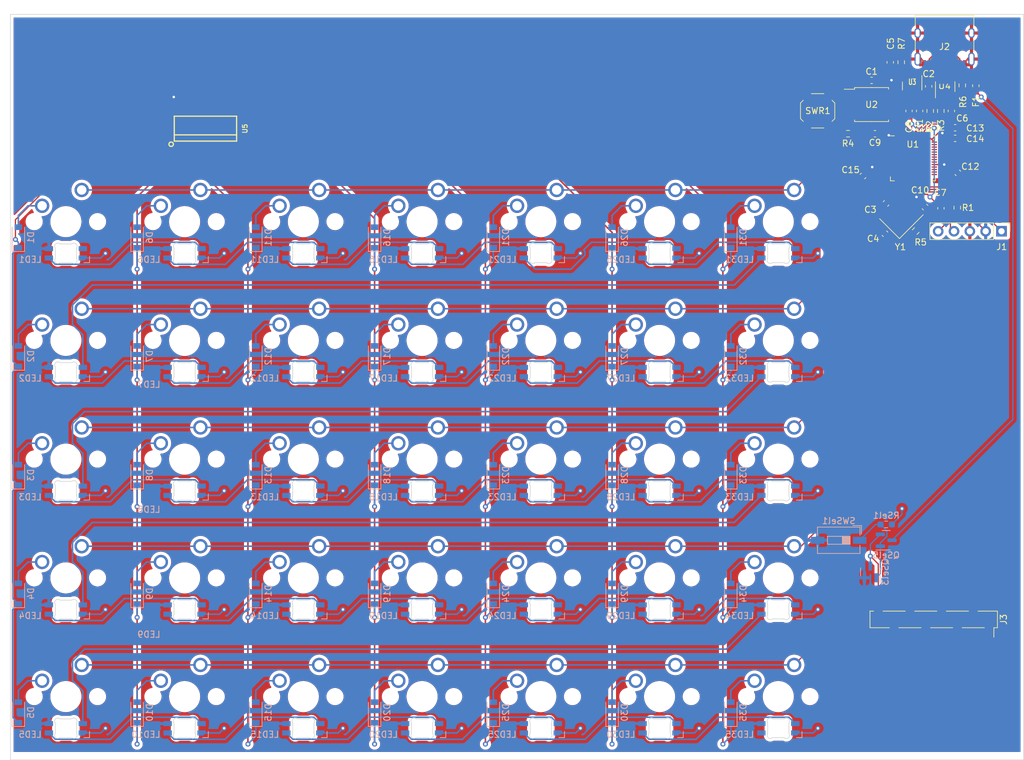
<source format=kicad_pcb>
(kicad_pcb (version 20211014) (generator pcbnew)
  (layers (0 "F.Cu" signal) (31 "B.Cu" signal) (34 "B.Paste" user) (35 "F.Paste" user) (36 "B.SilkS" user "B.Silkscreen") (37 "F.SilkS" user "F.Silkscreen") (38 "B.Mask" user) (39 "F.Mask" user) (44 "Edge.Cuts" user))
  (net 0 "")
  (net 1 "COL0")
  (net 2 "Net-(D1-Pad2)")
  (net 3 "Net-(D2-Pad2)")
  (net 4 "Net-(D3-Pad2)")
  (net 5 "Net-(D4-Pad2)")
  (net 6 "Net-(D5-Pad2)")
  (net 7 "COL1")
  (net 8 "Net-(D6-Pad2)")
  (net 9 "Net-(D7-Pad2)")
  (net 10 "Net-(D8-Pad2)")
  (net 11 "Net-(D9-Pad2)")
  (net 12 "Net-(D10-Pad2)")
  (net 13 "COL2")
  (net 14 "Net-(D11-Pad2)")
  (net 15 "Net-(D12-Pad2)")
  (net 16 "Net-(D13-Pad2)")
  (net 17 "Net-(D14-Pad2)")
  (net 18 "Net-(D15-Pad2)")
  (net 19 "COL3")
  (net 20 "Net-(D16-Pad2)")
  (net 21 "Net-(D17-Pad2)")
  (net 22 "Net-(D18-Pad2)")
  (net 23 "Net-(D19-Pad2)")
  (net 24 "Net-(D20-Pad2)")
  (net 25 "COL4")
  (net 26 "Net-(D21-Pad2)")
  (net 27 "Net-(D22-Pad2)")
  (net 28 "Net-(D23-Pad2)")
  (net 29 "Net-(D24-Pad2)")
  (net 30 "Net-(D25-Pad2)")
  (net 31 "RESET")
  (net 32 "+3V3")
  (net 33 "D_P")
  (net 34 "D_N")
  (net 35 "GND")
  (net 36 "XTAL_IN")
  (net 37 "XTAL_OUT")
  (net 38 "+1V1")
  (net 39 "SWCLK")
  (net 40 "SWD")
  (net 41 "SD3")
  (net 42 "QSPI_CLK")
  (net 43 "SD0")
  (net 44 "SD2")
  (net 45 "SD1")
  (net 46 "CS")
  (net 47 "Net-(R2-Pad2)")
  (net 48 "Net-(R3-Pad2)")
  (net 49 "+5V")
  (net 50 "Net-(C4-Pad2)")
  (net 51 "VBUS")
  (net 52 "Net-(J2-PadA5)")
  (net 53 "D_USB_P")
  (net 54 "D_USB_N")
  (net 56 "Net-(J2-PadB5)")
  (net 58 "Net-(R4-Pad1)")
  (net 59 "COL5")
  (net 60 "Net-(D26-Pad2)")
  (net 61 "Net-(D27-Pad2)")
  (net 62 "Net-(D28-Pad2)")
  (net 63 "Net-(D29-Pad2)")
  (net 64 "Net-(D30-Pad2)")
  (net 65 "COL6")
  (net 66 "Net-(D31-Pad2)")
  (net 67 "Net-(D32-Pad2)")
  (net 68 "Net-(D33-Pad2)")
  (net 69 "Net-(D34-Pad2)")
  (net 70 "Net-(D35-Pad2)")
  (net 71 "Net-(LED1-Pad2)")
  (net 72 "WS2812")
  (net 73 "Net-(LED2-Pad2)")
  (net 74 "Net-(LED2-Pad3)")
  (net 75 "Net-(LED3-Pad2)")
  (net 76 "Net-(LED3-Pad3)")
  (net 77 "Net-(LED4-Pad2)")
  (net 78 "Net-(LED33-Pad2)")
  (net 79 "Net-(LED10-Pad3)")
  (net 80 "Net-(LED34-Pad2)")
  (net 81 "Net-(LED11-Pad3)")
  (net 82 "Net-(LED12-Pad3)")
  (net 83 "Net-(LED13-Pad3)")
  (net 84 "Net-(LED14-Pad3)")
  (net 85 "Net-(LED10-Pad2)")
  (net 86 "Net-(LED11-Pad2)")
  (net 87 "Net-(LED12-Pad2)")
  (net 88 "Net-(LED13-Pad2)")
  (net 89 "Net-(LED14-Pad2)")
  (net 90 "Net-(LED15-Pad2)")
  (net 91 "Net-(LED16-Pad2)")
  (net 92 "Net-(LED17-Pad2)")
  (net 93 "Net-(LED18-Pad2)")
  (net 94 "Net-(LED19-Pad2)")
  (net 95 "Net-(LED20-Pad2)")
  (net 96 "Net-(LED21-Pad2)")
  (net 97 "Net-(LED22-Pad2)")
  (net 98 "Net-(LED23-Pad2)")
  (net 99 "Net-(LED24-Pad2)")
  (net 100 "Net-(LED25-Pad2)")
  (net 101 "Net-(LED26-Pad2)")
  (net 102 "Net-(LED27-Pad2)")
  (net 103 "Net-(LED28-Pad2)")
  (net 104 "Net-(LED29-Pad2)")
  (net 105 "Net-(LED30-Pad2)")
  (net 107 "ROW0")
  (net 108 "ROW1")
  (net 109 "ROW2")
  (net 110 "ROW3")
  (net 111 "ROW4")
  (net 116 "Net-(J3-Pad8)")
  (net 117 "Net-(QSel3-Pad1)")
  (net 118 "LATCH")
  (net 119 "SHIFT")
  (net 120 "GP8")
  (net 121 "GP9")
  (net 122 "GP10")
  (net 123 "GP11")
  (net 124 "GP12")
  (net 125 "GP13")
  (net 126 "GP14")
  (net 127 "GP15")
  (net 128 "GP16")
  (net 129 "GP17")
  (net 130 "GP18")
  (net 131 "GP19")
  (net 132 "GP20")
  (net 133 "GP21")
  (net 134 "GP22")
  (net 135 "GP23")
  (net 136 "GP24")
  (net 137 "GP25")
  (net 138 "ADC0")
  (net 139 "ADC1")
  (net 140 "ADC2")
  (net 141 "ADC3")
  (net 142 "COLS")
  (footprint "Fuse:Fuse_0603_1608Metric_Pad1.05x0.95mm_HandSolder" (layer "F.Cu") (at 194.72 46.46 -90)
    (fp_text reference "F1")
    (fp_text value "Polyfuse")
  )
  (footprint "marbastlib-mx:SW_MX_1u" (layer "F.Cu") (at 86.83 125.41)
    (fp_text reference "SW14" hide)
    (fp_text value "MX_SW_solder" hide)
  )
  (footprint "marbastlib-mx:SW_MX_1u" (layer "F.Cu") (at 124.93 87.31)
    (fp_text reference "SW22" hide)
    (fp_text value "MX_SW_solder" hide)
  )
  (footprint "marbastlib-mx:SW_MX_1u" (layer "F.Cu") (at 86.83 87.31)
    (fp_text reference "SW12" hide)
    (fp_text value "MX_SW_solder" hide)
  )
  (footprint "marbastlib-mx:SW_MX_1u" (layer "F.Cu") (at 124.93 106.36)
    (fp_text reference "SW23" hide)
    (fp_text value "MX_SW_solder" hide)
  )
  (footprint "marbastlib-mx:SW_MX_1u" (layer "F.Cu") (at 143.98 144.46)
    (fp_text reference "SW30" hide)
    (fp_text value "MX_SW_solder" hide)
  )
  (footprint "Capacitor_SMD:C_0603_1608Metric_Pad1.08x0.95mm_HandSolder" (layer "F.Cu") (at 190.8 50.5 90)
    (fp_text reference "C6")
    (fp_text value "C")
  )
  (footprint "marbastlib-mx:SW_MX_1u" (layer "F.Cu") (at 67.78 125.41)
    (fp_text reference "SW9" hide)
    (fp_text value "MX_SW_solder" hide)
  )
  (footprint "marbastlib-mx:SW_MX_1u" (layer "F.Cu") (at 143.98 87.31)
    (fp_text reference "SW27" hide)
    (fp_text value "MX_SW_solder" hide)
  )
  (footprint "Capacitor_SMD:C_0603_1608Metric_Pad1.08x0.95mm_HandSolder" (layer "F.Cu") (at 178 45.6)
    (fp_text reference "C1")
    (fp_text value "C")
  )
  (footprint "Package_DFN_QFN:QFN-56-1EP_7x7mm_P0.4mm_EP3.2x3.2mm" (layer "F.Cu") (at 184.62 58.1)
    (fp_text reference "U1")
    (fp_text value "RP2040")
  )
  (footprint "marbastlib-mx:SW_MX_1u" (layer "F.Cu") (at 48.73 68.26)
    (fp_text reference "SW1" hide)
    (fp_text value "MX_SW_solder" hide)
  )
  (footprint "marbastlib-mx:SW_MX_1u" (layer "F.Cu") (at 86.83 106.36)
    (fp_text reference "SW13" hide)
    (fp_text value "MX_SW_solder" hide)
  )
  (footprint "marbastlib-mx:SW_MX_1u" (layer "F.Cu") (at 143.98 68.26)
    (fp_text reference "SW26" hide)
    (fp_text value "MX_SW_solder" hide)
  )
  (footprint "Capacitor_SMD:C_0603_1608Metric_Pad1.08x0.95mm_HandSolder" (layer "F.Cu") (at 186.56988 65.92 -45)
    (fp_text reference "C10")
    (fp_text value "C")
  )
  (footprint "Resistor_SMD:R_0603_1608Metric_Pad0.98x0.95mm_HandSolder" (layer "F.Cu") (at 182.75 42.6875 90)
    (fp_text reference "R7")
    (fp_text value "5k1")
  )
  (footprint "soic:SOIC16" (layer "F.Cu") (at 71.12 53.34 90)
    (fp_text reference "U5")
    (fp_text value "74HC595" hide)
  )
  (footprint "marbastlib-mx:SW_MX_1u" (layer "F.Cu") (at 163.03 144.46)
    (fp_text reference "SW35" hide)
    (fp_text value "MX_SW_solder" hide)
  )
  (footprint "marbastlib-mx:SW_MX_1u" (layer "F.Cu") (at 48.73 87.31)
    (fp_text reference "SW2" hide)
    (fp_text value "MX_SW_solder" hide)
  )
  (footprint "marbastlib-mx:SW_MX_1u" (layer "F.Cu") (at 124.93 125.41)
    (fp_text reference "SW24" hide)
    (fp_text value "MX_SW_solder" hide)
  )
  (footprint "Resistor_SMD:R_0603_1608Metric_Pad0.98x0.95mm_HandSolder" (layer "F.Cu") (at 187.4 50.5 -90)
    (fp_text reference "R2")
    (fp_text value "27R")
  )
  (footprint "Package_TO_SOT_SMD:SOT-23-6" (layer "F.Cu") (at 189.8 46.6 90)
    (fp_text reference "U4")
    (fp_text value "USBLC6-2SC6")
  )
  (footprint "marbastlib-mx:SW_MX_1u" (layer "F.Cu") (at 124.93 68.26)
    (fp_text reference "SW21" hide)
    (fp_text value "MX_SW_solder" hide)
  )
  (footprint "Capacitor_SMD:C_0603_1608Metric_Pad1.08x0.95mm_HandSolder" (layer "F.Cu") (at 178.54 54.16 180)
    (fp_text reference "C9")
    (fp_text value "C")
  )
  (footprint "Capacitor_SMD:C_0603_1608Metric_Pad1.08x0.95mm_HandSolder" (layer "F.Cu") (at 180.316154 65.333654 45)
    (fp_text reference "C3")
    (fp_text value "C")
  )
  (footprint "marbastlib-mx:SW_MX_1u" (layer "F.Cu") (at 105.88 87.31)
    (fp_text reference "SW17" hide)
    (fp_text value "MX_SW_solder" hide)
  )
  (footprint "Connector_USB:USB_C_Receptacle_HRO_TYPE-C-31-M-12" (layer "F.Cu") (at 189.7 39.05 180)
    (fp_text reference "J2")
    (fp_text value "USB_C_Receptacle_USB2.0")
  )
  (footprint "marbastlib-mx:SW_MX_1u" (layer "F.Cu") (at 143.98 125.41)
    (fp_text reference "SW29" hide)
    (fp_text value "MX_SW_solder" hide)
  )
  (footprint "Resistor_SMD:R_0603_1608Metric_Pad0.98x0.95mm_HandSolder" (layer "F.Cu") (at 191.74 66.02 -90)
    (fp_text reference "R1")
    (fp_text value "1k")
  )
  (footprint "marbastlib-mx:SW_MX_1u" (layer "F.Cu") (at 48.73 106.36)
    (fp_text reference "SW3" hide)
    (fp_text value "MX_SW_solder" hide)
  )
  (footprint "Capacitor_SMD:C_0603_1608Metric_Pad1.08x0.95mm_HandSolder" (layer "F.Cu") (at 180.14 70.2 -45)
    (fp_text reference "C4")
    (fp_text value "C")
  )
  (footprint "marbastlib-mx:SW_MX_1u" (layer "F.Cu") (at 163.03 106.36)
    (fp_text reference "SW33" hide)
    (fp_text value "MX_SW_solder" hide)
  )
  (footprint "Connector_PinHeader_2.54mm:PinHeader_1x05_P2.54mm_Vertical" (layer "F.Cu") (at 198.84 69.8 -90)
    (fp_text reference "J1")
    (fp_text value "Conn_01x05")
  )
  (footprint "marbastlib-mx:SW_MX_1u" (layer "F.Cu") (at 48.73 144.46)
    (fp_text reference "SW5" hide)
    (fp_text value "MX_SW_solder" hide)
  )
  (footprint "Capacitor_SMD:C_0603_1608Metric_Pad1.08x0.95mm_HandSolder" (layer "F.Cu") (at 184 50.5 90)
    (fp_text reference "C8")
    (fp_text value "C")
  )
  (footprint "Capacitor_SMD:C_0603_1608Metric_Pad1.08x0.95mm_HandSolder" (layer "F.Cu") (at 185.7 50.5 90)
    (fp_text reference "C11")
    (fp_text value "C")
  )
  (footprint "Package_TO_SOT_SMD:SOT-23" (layer "F.Cu") (at 184.5 46.5 -90)
    (fp_text reference "U3")
    (fp_text value "XC6206PxxxMR")
  )
  (footprint "Capacitor_SMD:C_0603_1608Metric_Pad1.08x0.95mm_HandSolder" (layer "F.Cu") (at 191.83012 60.43012 -45)
    (fp_text reference "C12")
    (fp_text value "C")
  )
  (footprint "marbastlib-mx:SW_MX_1u" (layer "F.Cu") (at 48.73 125.41)
    (fp_text reference "SW4" hide)
    (fp_text value "MX_SW_solder" hide)
  )
  (footprint "Capacitor_SMD:C_0603_1608Metric_Pad1.08x0.95mm_HandSolder" (layer "F.Cu") (at 189.12 66.12 -90)
    (fp_text reference "C7")
    (fp_text value "C")
  )
  (footprint "Capacitor_SMD:C_0603_1608Metric_Pad1.08x0.95mm_HandSolder" (layer "F.Cu") (at 180.9875 42.7 90)
    (fp_text reference "C5")
    (fp_text value "C")
  )
  (footprint "marbastlib-mx:SW_MX_1u" (layer "F.Cu") (at 163.03 87.31)
    (fp_text reference "SW32" hide)
    (fp_text value "MX_SW_solder" hide)
  )
  (footprint "Resistor_SMD:R_0603_1608Metric_Pad0.98x0.95mm_HandSolder" (layer "F.Cu") (at 189.1 50.5 -90)
    (fp_text reference "R3")
    (fp_text value "27R")
  )
  (footprint "marbastlib-mx:SW_MX_1u" (layer "F.Cu") (at 163.03 125.41)
    (fp_text reference "SW34" hide)
    (fp_text value "MX_SW_solder" hide)
  )
  (footprint "Resistor_SMD:R_0603_1608Metric_Pad0.98x0.95mm_HandSolder" (layer "F.Cu") (at 185.08 69.7725 45)
    (fp_text reference "R5")
    (fp_text value "1k")
  )
  (footprint "marbastlib-mx:SW_MX_1u" (layer "F.Cu") (at 67.78 106.36)
    (fp_text reference "SW8" hide)
    (fp_text value "MX_SW_solder" hide)
  )
  (footprint "marbastlib-mx:SW_MX_1u" (layer "F.Cu") (at 163.03 68.26)
    (fp_text reference "SW31" hide)
    (fp_text value "MX_SW_solder" hide)
  )
  (footprint "marbastlib-mx:SW_MX_1u" (layer "F.Cu") (at 67.78 87.31)
    (fp_text reference "SW7" hide)
    (fp_text value "MX_SW_solder" hide)
  )
  (footprint "Package_SO:SOIC-8_5.23x5.23mm_P1.27mm" (layer "F.Cu") (at 178 49.48)
    (fp_text reference "U2")
    (fp_text value "W25Q128JVS")
  )
  (footprint "Capacitor_SMD:C_0603_1608Metric_Pad1.08x0.95mm_HandSolder" (layer "F.Cu") (at 176.62 60.94 -135)
    (fp_text reference "C15")
    (fp_text value "C")
  )
  (footprint "marbastlib-mx:SW_MX_1u" (layer "F.Cu") (at 124.93 144.46)
    (fp_text reference "SW25" hide)
    (fp_text value "MX_SW_solder" hide)
  )
  (footprint "Capacitor_SMD:C_0603_1608Metric_Pad1.08x0.95mm_HandSolder" (layer "F.Cu") (at 187.15 46.55 90)
    (fp_text reference "C2")
    (fp_text value "C")
  )
  (footprint "marbastlib-mx:SW_MX_1u" (layer "F.Cu") (at 105.88 68.26)
    (fp_text reference "SW16" hide)
    (fp_text value "MX_SW_solder" hide)
  )
  (footprint "marbastlib-mx:SW_MX_1u" (layer "F.Cu") (at 105.88 144.46)
    (fp_text reference "SW20" hide)
    (fp_text value "MX_SW_solder" hide)
  )
  (footprint "Connector_PinHeader_2.54mm:PinHeader_1x08_P2.54mm_Vertical_SMD_Pin1Right" (layer "F.Cu") (at 187.96 132.08 -90)
    (fp_text reference "J3")
    (fp_text value "Conn_01x08")
  )
  (footprint "marbastlib-mx:SW_MX_1u" (layer "F.Cu") (at 105.88 125.41)
    (fp_text reference "SW19" hide)
    (fp_text value "MX_SW_solder" hide)
  )
  (footprint "Capacitor_SMD:C_0603_1608Metric_Pad1.08x0.95mm_HandSolder" (layer "F.Cu") (at 191.4 54.9)
    (fp_text reference "C14")
    (fp_text value "C")
  )
  (footprint "Crystal:Crystal_SMD_3225-4Pin_3.2x2.5mm_HandSoldering" (layer "F.Cu") (at 182.781522 67.472132 45)
    (fp_text reference "Y1")
    (fp_text value "Crystal_GND24_Small")
  )
  (footprint "marbastlib-mx:SW_MX_1u" (layer "F.Cu") (at 67.78 144.46)
    (fp_text reference "SW10" hide)
    (fp_text value "MX_SW_solder" hide)
  )
  (footprint "marbastlib-mx:SW_MX_1u" (layer "F.Cu") (at 86.83 68.26)
    (fp_text reference "SW11" hide)
    (fp_text value "MX_SW_solder" hide)
  )
  (footprint "marbastlib-mx:SW_MX_1u" (layer "F.Cu") (at 105.88 106.36)
    (fp_text reference "SW18" hide)
    (fp_text value "MX_SW_solder" hide)
  )
  (footprint "marbastlib-mx:SW_MX_1u" (layer "F.Cu") (at 67.78 68.26)
    (fp_text reference "SW6" hide)
    (fp_text value "MX_SW_solder" hide)
  )
  (footprint "marbastlib-mx:SW_MX_1u" (layer "F.Cu") (at 143.98 106.36)
    (fp_text reference "SW28" hide)
    (fp_text value "MX_SW_solder" hide)
  )
  (footprint "marbastlib-mx:SW_MX_1u" (layer "F.Cu") (at 86.83 144.46)
    (fp_text reference "SW15" hide)
    (fp_text value "MX_SW_solder" hide)
  )
  (footprint "Capacitor_SMD:C_0603_1608Metric_Pad1.08x0.95mm_HandSolder" (layer "F.Cu") (at 191.4 53.2)
    (fp_text reference "C13")
    (fp_text value "C")
  )
  (footprint "Button_Switch_SMD:SW_SPST_TL3342" (layer "F.Cu") (at 169.34 50.48 90)
    (fp_text reference "SWR1")
    (fp_text value "SW_Push")
  )
  (footprint "Resistor_SMD:R_0603_1608Metric_Pad0.98x0.95mm_HandSolder" (layer "F.Cu") (at 192.55 46.4 -90)
    (fp_text reference "R6")
    (fp_text value "5k1")
  )
  (footprint "Resistor_SMD:R_0603_1608Metric_Pad0.98x0.95mm_HandSolder" (layer "F.Cu") (at 174.22 54.15)
    (fp_text reference "R4")
    (fp_text value "1k")
  )
  (footprint "marbastlib-mx:LED_MX_6028R" (layer "B.Cu") (at 48.73 130.49 180)
    (fp_text reference "LED4")
    (fp_text value "MX_SK6812MINI-E" hide)
    (fp_line (start 0.794452 1.5) (end -0.794453 1.5) (layer "Edge.Cuts") (width 0.1))
    (fp_line (start 1.699999 -0.702841) (end 1.699999 0.702843) (layer "Edge.Cuts") (width 0.1))
    (fp_line (start -1.699999 0.702843) (end -1.699999 -0.702841) (layer "Edge.Cuts") (width 0.1))
    (fp_line (start -0.794452 -1.499999) (end 0.794452 -1.499999) (layer "Edge.Cuts") (width 0.1))
    (fp_arc (start 1.749484 0.919721) (mid 1.638072 1.504036) (end 1.046711 1.5683) (layer "Edge.Cuts") (width 0.1))
    (fp_arc (start 1.749484 0.919721) (mid 1.712534 0.814067) (end 1.699999 0.702843) (layer "Edge.Cuts") (width 0.1))
    (fp_arc (start 0.794453 1.500001) (mid 0.925123 1.517378) (end 1.046711 1.5683) (layer "Edge.Cuts") (width 0.1))
    (fp_arc (start 1.04671 -1.568298) (mid 0.925122 -1.517376) (end 0.794452 -1.499999) (layer "Edge.Cuts") (width 0.1))
    (fp_arc (start -0.794452 -1.499999) (mid -0.925123 -1.517376) (end -1.046711 -1.568298) (layer "Edge.Cuts") (width 0.1))
    (fp_arc (start -1.046711 1.568299) (mid -1.63807 1.504035) (end -1.749484 0.919721) (layer "Edge.Cuts") (width 0.1))
    (fp_arc (start 1.046711 -1.568296) (mid 1.638069 -1.504034) (end 1.749484 -0.919719) (layer "Edge.Cuts") (width 0.1))
    (fp_arc (start -1.699999 0.702844) (mid -1.712527 0.814069) (end -1.749484 0.919721) (layer "Edge.Cuts") (width 0.1))
    (fp_arc (start 1.699999 -0.702842) (mid 1.712536 -0.814065) (end 1.749484 -0.919719) (layer "Edge.Cuts") (width 0.1))
    (fp_arc (start -1.749484 -0.919718) (mid -1.638072 -1.504034) (end -1.046711 -1.568298) (layer "Edge.Cuts") (width 0.1))
    (fp_arc (start -1.046711 1.568299) (mid -0.925123 1.517377) (end -0.794453 1.5) (layer "Edge.Cuts") (width 0.1))
    (fp_arc (start -1.749484 -0.919719) (mid -1.712527 -0.814067) (end -1.699999 -0.702841) (layer "Edge.Cuts") (width 0.1))
  )
  (footprint "Diode_SMD:D_SOD-123" (layer "B.Cu") (at 117.31 89.85 90)
    (fp_text reference "D22")
    (fp_text value "1N4148W")
  )
  (footprint "marbastlib-mx:LED_MX_6028R" (layer "B.Cu") (at 105.88 92.39 180)
    (fp_text reference "LED17")
    (fp_text value "MX_SK6812MINI-E" hide)
    (fp_line (start 0.794452 1.5) (end -0.794453 1.5) (layer "Edge.Cuts") (width 0.1))
    (fp_line (start 1.699999 -0.702841) (end 1.699999 0.702843) (layer "Edge.Cuts") (width 0.1))
    (fp_line (start -1.699999 0.702843) (end -1.699999 -0.702841) (layer "Edge.Cuts") (width 0.1))
    (fp_line (start -0.794452 -1.499999) (end 0.794452 -1.499999) (layer "Edge.Cuts") (width 0.1))
    (fp_arc (start 1.749484 0.919721) (mid 1.712534 0.814067) (end 1.699999 0.702843) (layer "Edge.Cuts") (width 0.1))
    (fp_arc (start -1.749484 -0.919719) (mid -1.712527 -0.814067) (end -1.699999 -0.702841) (layer "Edge.Cuts") (width 0.1))
    (fp_arc (start -0.794452 -1.499999) (mid -0.925123 -1.517376) (end -1.046711 -1.568298) (layer "Edge.Cuts") (width 0.1))
    (fp_arc (start 1.699999 -0.702842) (mid 1.712536 -0.814065) (end 1.749484 -0.919719) (layer "Edge.Cuts") (width 0.1))
    (fp_arc (start 0.794453 1.500001) (mid 0.925123 1.517378) (end 1.046711 1.5683) (layer "Edge.Cuts") (width 0.1))
    (fp_arc (start 1.749484 0.919721) (mid 1.638072 1.504036) (end 1.046711 1.5683) (layer "Edge.Cuts") (width 0.1))
    (fp_arc (start -1.699999 0.702844) (mid -1.712527 0.814069) (end -1.749484 0.919721) (layer "Edge.Cuts") (width 0.1))
    (fp_arc (start 1.04671 -1.568298) (mid 0.925122 -1.517376) (end 0.794452 -1.499999) (layer "Edge.Cuts") (width 0.1))
    (fp_arc (start -1.046711 1.568299) (mid -0.925123 1.517377) (end -0.794453 1.5) (layer "Edge.Cuts") (width 0.1))
    (fp_arc (start -1.046711 1.568299) (mid -1.63807 1.504035) (end -1.749484 0.919721) (layer "Edge.Cuts") (width 0.1))
    (fp_arc (start 1.046711 -1.568296) (mid 1.638069 -1.504034) (end 1.749484 -0.919719) (layer "Edge.Cuts") (width 0.1))
    (fp_arc (start -1.749484 -0.919718) (mid -1.638072 -1.504034) (end -1.046711 -1.568298) (layer "Edge.Cuts") (width 0.1))
  )
  (footprint "Diode_SMD:D_SOD-123" (layer "B.Cu") (at 79.21 147 90)
    (fp_text reference "D15")
    (fp_text value "1N4148W")
  )
  (footprint "Diode_SMD:D_SOD-123" (layer "B.Cu") (at 155.41 147 90)
    (fp_text reference "D35")
    (fp_text value "1N4148W")
  )
  (footprint "marbastlib-mx:LED_MX_6028R" (layer "B.Cu") (at 163.03 130.49 180)
    (fp_text reference "LED34")
    (fp_text value "MX_SK6812MINI-E" hide)
    (fp_line (start 1.699999 -0.702841) (end 1.699999 0.702843) (layer "Edge.Cuts") (width 0.1))
    (fp_line (start 0.794452 1.5) (end -0.794453 1.5) (layer "Edge.Cuts") (width 0.1))
    (fp_line (start -0.794452 -1.499999) (end 0.794452 -1.499999) (layer "Edge.Cuts") (width 0.1))
    (fp_line (start -1.699999 0.702843) (end -1.699999 -0.702841) (layer "Edge.Cuts") (width 0.1))
    (fp_arc (start -1.046711 1.568299) (mid -1.63807 1.504035) (end -1.749484 0.919721) (layer "Edge.Cuts") (width 0.1))
    (fp_arc (start 1.699999 -0.702842) (mid 1.712536 -0.814065) (end 1.749484 -0.919719) (layer "Edge.Cuts") (width 0.1))
    (fp_arc (start -0.794452 -1.499999) (mid -0.925123 -1.517376) (end -1.046711 -1.568298) (layer "Edge.Cuts") (width 0.1))
    (fp_arc (start 1.04671 -1.568298) (mid 0.925122 -1.517376) (end 0.794452 -1.499999) (layer "Edge.Cuts") (width 0.1))
    (fp_arc (start 0.794453 1.500001) (mid 0.925123 1.517378) (end 1.046711 1.5683) (layer "Edge.Cuts") (width 0.1))
    (fp_arc (start -1.749484 -0.919719) (mid -1.712527 -0.814067) (end -1.699999 -0.702841) (layer "Edge.Cuts") (width 0.1))
    (fp_arc (start 1.046711 -1.568296) (mid 1.638069 -1.504034) (end 1.749484 -0.919719) (layer "Edge.Cuts") (width 0.1))
    (fp_arc (start -1.046711 1.568299) (mid -0.925123 1.517377) (end -0.794453 1.5) (layer "Edge.Cuts") (width 0.1))
    (fp_arc (start 1.749484 0.919721) (mid 1.638072 1.504036) (end 1.046711 1.5683) (layer "Edge.Cuts") (width 0.1))
    (fp_arc (start -1.699999 0.702844) (mid -1.712527 0.814069) (end -1.749484 0.919721) (layer "Edge.Cuts") (width 0.1))
    (fp_arc (start 1.749484 0.919721) (mid 1.712534 0.814067) (end 1.699999 0.702843) (layer "Edge.Cuts") (width 0.1))
    (fp_arc (start -1.749484 -0.919718) (mid -1.638072 -1.504034) (end -1.046711 -1.568298) (layer "Edge.Cuts") (width 0.1))
  )
  (footprint "marbastlib-mx:LED_MX_6028R" (layer "B.Cu") (at 105.88 73.34 180)
    (fp_text reference "LED16")
    (fp_text value "MX_SK6812MINI-E" hide)
    (fp_line (start 0.794452 1.5) (end -0.794453 1.5) (layer "Edge.Cuts") (width 0.1))
    (fp_line (start -0.794452 -1.499999) (end 0.794452 -1.499999) (layer "Edge.Cuts") (width 0.1))
    (fp_line (start -1.699999 0.702843) (end -1.699999 -0.702841) (layer "Edge.Cuts") (width 0.1))
    (fp_line (start 1.699999 -0.702841) (end 1.699999 0.702843) (layer "Edge.Cuts") (width 0.1))
    (fp_arc (start -1.749484 -0.919718) (mid -1.638072 -1.504034) (end -1.046711 -1.568298) (layer "Edge.Cuts") (width 0.1))
    (fp_arc (start 1.046711 -1.568296) (mid 1.638069 -1.504034) (end 1.749484 -0.919719) (layer "Edge.Cuts") (width 0.1))
    (fp_arc (start -1.046711 1.568299) (mid -0.925123 1.517377) (end -0.794453 1.5) (layer "Edge.Cuts") (width 0.1))
    (fp_arc (start -1.046711 1.568299) (mid -1.63807 1.504035) (end -1.749484 0.919721) (layer "Edge.Cuts") (width 0.1))
    (fp_arc (start 1.04671 -1.568298) (mid 0.925122 -1.517376) (end 0.794452 -1.499999) (layer "Edge.Cuts") (width 0.1))
    (fp_arc (start -1.749484 -0.919719) (mid -1.712527 -0.814067) (end -1.699999 -0.702841) (layer "Edge.Cuts") (width 0.1))
    (fp_arc (start 0.794453 1.500001) (mid 0.925123 1.517378) (end 1.046711 1.5683) (layer "Edge.Cuts") (width 0.1))
    (fp_arc (start -0.794452 -1.499999) (mid -0.925123 -1.517376) (end -1.046711 -1.568298) (layer "Edge.Cuts") (width 0.1))
    (fp_arc (start 1.699999 -0.702842) (mid 1.712536 -0.814065) (end 1.749484 -0.919719) (layer "Edge.Cuts") (width 0.1))
    (fp_arc (start 1.749484 0.919721) (mid 1.712534 0.814067) (end 1.699999 0.702843) (layer "Edge.Cuts") (width 0.1))
    (fp_arc (start 1.749484 0.919721) (mid 1.638072 1.504036) (end 1.046711 1.5683) (layer "Edge.Cuts") (width 0.1))
    (fp_arc (start -1.699999 0.702844) (mid -1.712527 0.814069) (end -1.749484 0.919721) (layer "Edge.Cuts") (width 0.1))
  )
  (footprint "Diode_SMD:D_SOD-123" (layer "B.Cu") (at 98.26 147 90)
    (fp_text reference "D20")
    (fp_text value "1N4148W")
  )
  (footprint "marbastlib-mx:LED_MX_6028R" (layer "B.Cu") (at 124.93 73.34 180)
    (fp_text reference "LED21")
    (fp_text value "MX_SK6812MINI-E" hide)
    (fp_line (start 0.794452 1.5) (end -0.794453 1.5) (layer "Edge.Cuts") (width 0.1))
    (fp_line (start 1.699999 -0.702841) (end 1.699999 0.702843) (layer "Edge.Cuts") (width 0.1))
    (fp_line (start -0.794452 -1.499999) (end 0.794452 -1.499999) (layer "Edge.Cuts") (width 0.1))
    (fp_line (start -1.699999 0.702843) (end -1.699999 -0.702841) (layer "Edge.Cuts") (width 0.1))
    (fp_arc (start -1.699999 0.702844) (mid -1.712527 0.814069) (end -1.749484 0.919721) (layer "Edge.Cuts") (width 0.1))
    (fp_arc (start 0.794453 1.500001) (mid 0.925123 1.517378) (end 1.046711 1.5683) (layer "Edge.Cuts") (width 0.1))
    (fp_arc (start -1.749484 -0.919718) (mid -1.638072 -1.504034) (end -1.046711 -1.568298) (layer "Edge.Cuts") (width 0.1))
    (fp_arc (start 1.699999 -0.702842) (mid 1.712536 -0.814065) (end 1.749484 -0.919719) (layer "Edge.Cuts") (width 0.1))
    (fp_arc (start 1.749484 0.919721) (mid 1.638072 1.504036) (end 1.046711 1.5683) (layer "Edge.Cuts") (width 0.1))
    (fp_arc (start -1.046711 1.568299) (mid -1.63807 1.504035) (end -1.749484 0.919721) (layer "Edge.Cuts") (width 0.1))
    (fp_arc (start 1.749484 0.919721) (mid 1.712534 0.814067) (end 1.699999 0.702843) (layer "Edge.Cuts") (width 0.1))
    (fp_arc (start 1.046711 -1.568296) (mid 1.638069 -1.504034) (end 1.749484 -0.919719) (layer "Edge.Cuts") (width 0.1))
    (fp_arc (start -1.046711 1.568299) (mid -0.925123 1.517377) (end -0.794453 1.5) (layer "Edge.Cuts") (width 0.1))
    (fp_arc (start -1.749484 -0.919719) (mid -1.712527 -0.814067) (end -1.699999 -0.702841) (layer "Edge.Cuts") (width 0.1))
    (fp_arc (start 1.04671 -1.568298) (mid 0.925122 -1.517376) (end 0.794452 -1.499999) (layer "Edge.Cuts") (width 0.1))
    (fp_arc (start -0.794452 -1.499999) (mid -0.925123 -1.517376) (end -1.046711 -1.568298) (layer "Edge.Cuts") (width 0.1))
  )
  (footprint "Package_TO_SOT_SMD:SOT-23" (layer "B.Cu") (at 180.34 119.38)
    (fp_text reference "QSel5")
    (fp_text value "AO3401A")
  )
  (footprint "marbastlib-mx:LED_MX_6028R" (layer "B.Cu") (at 143.98 73.34 180)
    (fp_text reference "LED26")
    (fp_text value "MX_SK6812MINI-E" hide)
    (fp_line (start 0.794452 1.5) (end -0.794453 1.5) (layer "Edge.Cuts") (width 0.1))
    (fp_line (start -0.794452 -1.499999) (end 0.794452 -1.499999) (layer "Edge.Cuts") (width 0.1))
    (fp_line (start 1.699999 -0.702841) (end 1.699999 0.702843) (layer "Edge.Cuts") (width 0.1))
    (fp_line (start -1.699999 0.702843) (end -1.699999 -0.702841) (layer "Edge.Cuts") (width 0.1))
    (fp_arc (start -1.046711 1.568299) (mid -1.63807 1.504035) (end -1.749484 0.919721) (layer "Edge.Cuts") (width 0.1))
    (fp_arc (start 1.04671 -1.568298) (mid 0.925122 -1.517376) (end 0.794452 -1.499999) (layer "Edge.Cuts") (width 0.1))
    (fp_arc (start -0.794452 -1.499999) (mid -0.925123 -1.517376) (end -1.046711 -1.568298) (layer "Edge.Cuts") (width 0.1))
    (fp_arc (start 1.749484 0.919721) (mid 1.712534 0.814067) (end 1.699999 0.702843) (layer "Edge.Cuts") (width 0.1))
    (fp_arc (start 1.699999 -0.702842) (mid 1.712536 -0.814065) (end 1.749484 -0.919719) (layer "Edge.Cuts") (width 0.1))
    (fp_arc (start -1.749484 -0.919719) (mid -1.712527 -0.814067) (end -1.699999 -0.702841) (layer "Edge.Cuts") (width 0.1))
    (fp_arc (start -1.699999 0.702844) (mid -1.712527 0.814069) (end -1.749484 0.919721) (layer "Edge.Cuts") (width 0.1))
    (fp_arc (start 1.046711 -1.568296) (mid 1.638069 -1.504034) (end 1.749484 -0.919719) (layer "Edge.Cuts") (width 0.1))
    (fp_arc (start -1.749484 -0.919718) (mid -1.638072 -1.504034) (end -1.046711 -1.568298) (layer "Edge.Cuts") (width 0.1))
    (fp_arc (start 0.794453 1.500001) (mid 0.925123 1.517378) (end 1.046711 1.5683) (layer "Edge.Cuts") (width 0.1))
    (fp_arc (start 1.749484 0.919721) (mid 1.638072 1.504036) (end 1.046711 1.5683) (layer "Edge.Cuts") (width 0.1))
    (fp_arc (start -1.046711 1.568299) (mid -0.925123 1.517377) (end -0.794453 1.5) (layer "Edge.Cuts") (width 0.1))
  )
  (footprint "marbastlib-mx:LED_MX_6028R" (layer "B.Cu") (at 67.78 73.34 180)
    (fp_text reference "LED6")
    (fp_text value "MX_SK6812MINI-E" hide)
    (fp_line (start 1.699999 -0.702841) (end 1.699999 0.702843) (layer "Edge.Cuts") (width 0.1))
    (fp_line (start -0.794452 -1.499999) (end 0.794452 -1.499999) (layer "Edge.Cuts") (width 0.1))
    (fp_line (start 0.794452 1.5) (end -0.794453 1.5) (layer "Edge.Cuts") (width 0.1))
    (fp_line (start -1.699999 0.702843) (end -1.699999 -0.702841) (layer "Edge.Cuts") (width 0.1))
    (fp_arc (start -1.749484 -0.919719) (mid -1.712527 -0.814067) (end -1.699999 -0.702841) (layer "Edge.Cuts") (width 0.1))
    (fp_arc (start 1.749484 0.919721) (mid 1.638072 1.504036) (end 1.046711 1.5683) (layer "Edge.Cuts") (width 0.1))
    (fp_arc (start 0.794453 1.500001) (mid 0.925123 1.517378) (end 1.046711 1.5683) (layer "Edge.Cuts") (width 0.1))
    (fp_arc (start -0.794452 -1.499999) (mid -0.925123 -1.517376) (end -1.046711 -1.568298) (layer "Edge.Cuts") (width 0.1))
    (fp_arc (start -1.749484 -0.919718) (mid -1.638072 -1.504034) (end -1.046711 -1.568298) (layer "Edge.Cuts") (width 0.1))
    (fp_arc (start -1.046711 1.568299) (mid -1.63807 1.504035) (end -1.749484 0.919721) (layer "Edge.Cuts") (width 0.1))
    (fp_arc (start -1.699999 0.702844) (mid -1.712527 0.814069) (end -1.749484 0.919721) (layer "Edge.Cuts") (width 0.1))
    (fp_arc (start 1.699999 -0.702842) (mid 1.712536 -0.814065) (end 1.749484 -0.919719) (layer "Edge.Cuts") (width 0.1))
    (fp_arc (start 1.749484 0.919721) (mid 1.712534 0.814067) (end 1.699999 0.702843) (layer "Edge.Cuts") (width 0.1))
    (fp_arc (start -1.046711 1.568299) (mid -0.925123 1.517377) (end -0.794453 1.5) (layer "Edge.Cuts") (width 0.1))
    (fp_arc (start 1.046711 -1.568296) (mid 1.638069 -1.504034) (end 1.749484 -0.919719) (layer "Edge.Cuts") (width 0.1))
    (fp_arc (start 1.04671 -1.568298) (mid 0.925122 -1.517376) (end 0.794452 -1.499999) (layer "Edge.Cuts") (width 0.1))
  )
  (footprint "Diode_SMD:D_SOD-123" (layer "B.Cu") (at 155.41 89.85 90)
    (fp_text reference "D32")
    (fp_text value "1N4148W")
  )
  (footprint "marbastlib-mx:LED_MX_6028R" (layer "B.Cu") (at 48.73 73.34 180)
    (fp_text reference "LED1")
    (fp_text value "MX_SK6812MINI-E" hide)
    (fp_line (start 0.794452 1.5) (end -0.794453 1.5) (layer "Edge.Cuts") (width 0.1))
    (fp_line (start 1.699999 -0.702841) (end 1.699999 0.702843) (layer "Edge.Cuts") (width 0.1))
    (fp_line (start -0.794452 -1.499999) (end 0.794452 -1.499999) (layer "Edge.Cuts") (width 0.1))
    (fp_line (start -1.699999 0.702843) (end -1.699999 -0.702841) (layer "Edge.Cuts") (width 0.1))
    (fp_arc (start 1.749484 0.919721) (mid 1.712534 0.814067) (end 1.699999 0.702843) (layer "Edge.Cuts") (width 0.1))
    (fp_arc (start -1.749484 -0.919719) (mid -1.712527 -0.814067) (end -1.699999 -0.702841) (layer "Edge.Cuts") (width 0.1))
    (fp_arc (start 0.794453 1.500001) (mid 0.925123 1.517378) (end 1.046711 1.5683) (layer "Edge.Cuts") (width 0.1))
    (fp_arc (start -1.046711 1.568299) (mid -1.63807 1.504035) (end -1.749484 0.919721) (layer "Edge.Cuts") (width 0.1))
    (fp_arc (start -0.794452 -1.499999) (mid -0.925123 -1.517376) (end -1.046711 -1.568298) (layer "Edge.Cuts") (width 0.1))
    (fp_arc (start -1.749484 -0.919718) (mid -1.638072 -1.504034) (end -1.046711 -1.568298) (layer "Edge.Cuts") (width 0.1))
    (fp_arc (start 1.046711 -1.568296) (mid 1.638069 -1.504034) (end 1.749484 -0.919719) (layer "Edge.Cuts") (width 0.1))
    (fp_arc (start -1.699999 0.702844) (mid -1.712527 0.814069) (end -1.749484 0.919721) (layer "Edge.Cuts") (width 0.1))
    (fp_arc (start 1.749484 0.919721) (mid 1.638072 1.504036) (end 1.046711 1.5683) (layer "Edge.Cuts") (width 0.1))
    (fp_arc (start 1.699999 -0.702842) (mid 1.712536 -0.814065) (end 1.749484 -0.919719) (layer "Edge.Cuts") (width 0.1))
    (fp_arc (start 1.04671 -1.568298) (mid 0.925122 -1.517376) (end 0.794452 -1.499999) (layer "Edge.Cuts") (width 0.1))
    (fp_arc (start -1.046711 1.568299) (mid -0.925123 1.517377) (end -0.794453 1.5) (layer "Edge.Cuts") (width 0.1))
  )
  (footprint "Diode_SMD:D_SOD-123" (layer "B.Cu") (at 79.21 89.85 90)
    (fp_text reference "D12")
    (fp_text value "1N4148W")
  )
  (footprint "Diode_SMD:D_SOD-123" (layer "B.Cu") (at 60.16 108.9 90)
    (fp_text reference "D8")
    (fp_text value "1N4148W")
  )
  (footprint "Diode_SMD:D_SOD-123" (layer "B.Cu") (at 117.31 147 90)
    (fp_text reference "D25")
    (fp_text value "1N4148W")
  )
  (footprint "marbastlib-mx:LED_MX_6028R" (layer "B.Cu") (at 86.83 130.49 180)
    (fp_text reference "LED14")
    (fp_text value "MX_SK6812MINI-E" hide)
    (fp_line (start -0.794452 -1.499999) (end 0.794452 -1.499999) (layer "Edge.Cuts") (width 0.1))
    (fp_line (start -1.699999 0.702843) (end -1.699999 -0.702841) (layer "Edge.Cuts") (width 0.1))
    (fp_line (start 1.699999 -0.702841) (end 1.699999 0.702843) (layer "Edge.Cuts") (width 0.1))
    (fp_line (start 0.794452 1.5) (end -0.794453 1.5) (layer "Edge.Cuts") (width 0.1))
    (fp_arc (start 0.794453 1.500001) (mid 0.925123 1.517378) (end 1.046711 1.5683) (layer "Edge.Cuts") (width 0.1))
    (fp_arc (start 1.046711 -1.568296) (mid 1.638069 -1.504034) (end 1.749484 -0.919719) (layer "Edge.Cuts") (width 0.1))
    (fp_arc (start 1.04671 -1.568298) (mid 0.925122 -1.517376) (end 0.794452 -1.499999) (layer "Edge.Cuts") (width 0.1))
    (fp_arc (start -1.046711 1.568299) (mid -0.925123 1.517377) (end -0.794453 1.5) (layer "Edge.Cuts") (width 0.1))
    (fp_arc (start -0.794452 -1.499999) (mid -0.925123 -1.517376) (end -1.046711 -1.568298) (layer "Edge.Cuts") (width 0.1))
    (fp_arc (start -1.749484 -0.919719) (mid -1.712527 -0.814067) (end -1.699999 -0.702841) (layer "Edge.Cuts") (width 0.1))
    (fp_arc (start 1.699999 -0.702842) (mid 1.712536 -0.814065) (end 1.749484 -0.919719) (layer "Edge.Cuts") (width 0.1))
    (fp_arc (start -1.749484 -0.919718) (mid -1.638072 -1.504034) (end -1.046711 -1.568298) (layer "Edge.Cuts") (width 0.1))
    (fp_arc (start 1.749484 0.919721) (mid 1.638072 1.504036) (end 1.046711 1.5683) (layer "Edge.Cuts") (width 0.1))
    (fp_arc (start 1.749484 0.919721) (mid 1.712534 0.814067) (end 1.699999 0.702843) (layer "Edge.Cuts") (width 0.1))
    (fp_arc (start -1.046711 1.568299) (mid -1.63807 1.504035) (end -1.749484 0.919721) (layer "Edge.Cuts") (width 0.1))
    (fp_arc (start -1.699999 0.702844) (mid -1.712527 0.814069) (end -1.749484 0.919721) (layer "Edge.Cuts") (width 0.1))
  )
  (footprint "marbastlib-mx:LED_MX_6028R" (layer "B.Cu") (at 86.83 73.34 180)
    (fp_text reference "LED11")
    (fp_text value "MX_SK6812MINI-E" hide)
    (fp_line (start -0.794452 -1.499999) (end 0.794452 -1.499999) (layer "Edge.Cuts") (width 0.1))
    (fp_line (start 1.699999 -0.702841) (end 1.699999 0.702843) (layer "Edge.Cuts") (width 0.1))
    (fp_line (start -1.699999 0.702843) (end -1.699999 -0.702841) (layer "Edge.Cuts") (width 0.1))
    (fp_line (start 0.794452 1.5) (end -0.794453 1.5) (layer "Edge.Cuts") (width 0.1))
    (fp_arc (start 1.749484 0.919721) (mid 1.638072 1.504036) (end 1.046711 1.5683) (layer "Edge.Cuts") (width 0.1))
    (fp_arc (start 1.046711 -1.568296) (mid 1.638069 -1.504034) (end 1.749484 -0.919719) (layer "Edge.Cuts") (width 0.1))
    (fp_arc (start 1.699999 -0.702842) (mid 1.712536 -0.814065) (end 1.749484 -0.919719) (layer "Edge.Cuts") (width 0.1))
    (fp_arc (start -1.046711 1.568299) (mid -1.63807 1.504035) (end -1.749484 0.919721) (layer "Edge.Cuts") (width 0.1))
    (fp_arc (start 0.794453 1.500001) (mid 0.925123 1.517378) (end 1.046711 1.5683) (layer "Edge.Cuts") (width 0.1))
    (fp_arc (start 1.749484 0.919721) (mid 1.712534 0.814067) (end 1.699999 0.702843) (layer "Edge.Cuts") (width 0.1))
    (fp_arc (start -1.046711 1.568299) (mid -0.925123 1.517377) (end -0.794453 1.5) (layer "Edge.Cuts") (width 0.1))
    (fp_arc (start -1.749484 -0.919719) (mid -1.712527 -0.814067) (end -1.699999 -0.702841) (layer "Edge.Cuts") (width 0.1))
    (fp_arc (start -1.749484 -0.919718) (mid -1.638072 -1.504034) (end -1.046711 -1.568298) (layer "Edge.Cuts") (width 0.1))
    (fp_arc (start -0.794452 -1.499999) (mid -0.925123 -1.517376) (end -1.046711 -1.568298) (layer "Edge.Cuts") (width 0.1))
    (fp_arc (start -1.699999 0.702844) (mid -1.712527 0.814069) (end -1.749484 0.919721) (layer "Edge.Cuts") (width 0.1))
    (fp_arc (start 1.04671 -1.568298) (mid 0.925122 -1.517376) (end 0.794452 -1.499999) (layer "Edge.Cuts") (width 0.1))
  )
  (footprint "Diode_SMD:D_SOD-123" (layer "B.Cu") (at 60.16 147 90)
    (fp_text reference "D10")
    (fp_text value "1N4148W")
  )
  (footprint "Diode_SMD:D_SOD-123" (layer "B.Cu") (at 41.11 147 90)
    (fp_text reference "D5")
    (fp_text value "1N4148W")
  )
  (footprint "Diode_SMD:D_SOD-123" (layer "B.Cu") (at 98.26 89.85 90)
    (fp_text reference "D17")
    (fp_text value "1N4148W")
  )
  (footprint "Diode_SMD:D_SOD-123" (layer "B.Cu") (at 136.36 70.8 90)
    (fp_text reference "D26")
    (fp_text value "1N4148W")
  )
  (footprint "Diode_SMD:D_SOD-123" (layer "B.Cu") (at 98.26 127.95 90)
    (fp_text reference "D19")
    (fp_text value "1N4148W")
  )
  (footprint "marbastlib-mx:LED_MX_6028R" (layer "B.Cu") (at 48.73 92.39 180)
    (fp_text reference "LED2")
    (fp_text value "MX_SK6812MINI-E" hide)
    (fp_line (start -0.794452 -1.499999) (end 0.794452 -1.499999) (layer "Edge.Cuts") (width 0.1))
    (fp_line (start 0.794452 1.5) (end -0.794453 1.5) (layer "Edge.Cuts") (width 0.1))
    (fp_line (start 1.699999 -0.702841) (end 1.699999 0.702843) (layer "Edge.Cuts") (width 0.1))
    (fp_line (start -1.699999 0.702843) (end -1.699999 -0.702841) (layer "Edge.Cuts") (width 0.1))
    (fp_arc (start 1.749484 0.919721) (mid 1.638072 1.504036) (end 1.046711 1.5683) (layer "Edge.Cuts") (width 0.1))
    (fp_arc (start 1.699999 -0.702842) (mid 1.712536 -0.814065) (end 1.749484 -0.919719) (layer "Edge.Cuts") (width 0.1))
    (fp_arc (start -1.749484 -0.919719) (mid -1.712527 -0.814067) (end -1.699999 -0.702841) (layer "Edge.Cuts") (width 0.1))
    (fp_arc (start 0.794453 1.500001) (mid 0.925123 1.517378) (end 1.046711 1.5683) (layer "Edge.Cuts") (width 0.1))
    (fp_arc (start 1.046711 -1.568296) (mid 1.638069 -1.504034) (end 1.749484 -0.919719) (layer "Edge.Cuts") (width 0.1))
    (fp_arc (start -1.749484 -0.919718) (mid -1.638072 -1.504034) (end -1.046711 -1.568298) (layer "Edge.Cuts") (width 0.1))
    (fp_arc (start 1.04671 -1.568298) (mid 0.925122 -1.517376) (end 0.794452 -1.499999) (layer "Edge.Cuts") (width 0.1))
    (fp_arc (start -1.046711 1.568299) (mid -0.925123 1.517377) (end -0.794453 1.5) (layer "Edge.Cuts") (width 0.1))
    (fp_arc (start -1.699999 0.702844) (mid -1.712527 0.814069) (end -1.749484 0.919721) (layer "Edge.Cuts") (width 0.1))
    (fp_arc (start -0.794452 -1.499999) (mid -0.925123 -1.517376) (end -1.046711 -1.568298) (layer "Edge.Cuts") (width 0.1))
    (fp_arc (start 1.749484 0.919721) (mid 1.712534 0.814067) (end 1.699999 0.702843) (layer "Edge.Cuts") (width 0.1))
    (fp_arc (start -1.046711 1.568299) (mid -1.63807 1.504035) (end -1.749484 0.919721) (layer "Edge.Cuts") (width 0.1))
  )
  (footprint "marbastlib-mx:LED_MX_6028R" (layer "B.Cu") (at 86.83 149.54 180)
    (fp_text reference "LED15")
    (fp_text value "MX_SK6812MINI-E" hide)
    (fp_line (start 1.699999 -0.702841) (end 1.699999 0.702843) (layer "Edge.Cuts") (width 0.1))
    (fp_line (start -0.794452 -1.499999) (end 0.794452 -1.499999) (layer "Edge.Cuts") (width 0.1))
    (fp_line (start 0.794452 1.5) (end -0.794453 1.5) (layer "Edge.Cuts") (width 0.1))
    (fp_line (start -1.699999 0.702843) (end -1.699999 -0.702841) (layer "Edge.Cuts") (width 0.1))
    (fp_arc (start -1.749484 -0.919718) (mid -1.638072 -1.504034) (end -1.046711 -1.568298) (layer "Edge.Cuts") (width 0.1))
    (fp_arc (start -1.749484 -0.919719) (mid -1.712527 -0.814067) (end -1.699999 -0.702841) (layer "Edge.Cuts") (width 0.1))
    (fp_arc (start -1.699999 0.702844) (mid -1.712527 0.814069) (end -1.749484 0.919721) (layer "Edge.Cuts") (width 0.1))
    (fp_arc (start -0.794452 -1.499999) (mid -0.925123 -1.517376) (end -1.046711 -1.568298) (layer "Edge.Cuts") (width 0.1))
    (fp_arc (start 1.749484 0.919721) (mid 1.712534 0.814067) (end 1.699999 0.702843) (layer "Edge.Cuts") (width 0.1))
    (fp_arc (start 1.749484 0.919721) (mid 1.638072 1.504036) (end 1.046711 1.5683) (layer "Edge.Cuts") (width 0.1))
    (fp_arc (start 1.046711 -1.568296) (mid 1.638069 -1.504034) (end 1.749484 -0.919719) (layer "Edge.Cuts") (width 0.1))
    (fp_arc (start -1.046711 1.568299) (mid -0.925123 1.517377) (end -0.794453 1.5) (layer "Edge.Cuts") (width 0.1))
    (fp_arc (start 0.794453 1.500001) (mid 0.925123 1.517378) (end 1.046711 1.5683) (layer "Edge.Cuts") (width 0.1))
    (fp_arc (start -1.046711 1.568299) (mid -1.63807 1.504035) (end -1.749484 0.919721) (layer "Edge.Cuts") (width 0.1))
    (fp_arc (start 1.699999 -0.702842) (mid 1.712536 -0.814065) (end 1.749484 -0.919719) (layer "Edge.Cuts") (width 0.1))
    (fp_arc (start 1.04671 -1.568298) (mid 0.925122 -1.517376) (end 0.794452 -1.499999) (layer "Edge.Cuts") (width 0.1))
  )
  (footprint "Diode_SMD:D_SOD-123" (layer "B.Cu") (at 155.41 70.8 90)
    (fp_text reference "D31")
    (fp_text value "1N4148W")
  )
  (footprint "marbastlib-mx:LED_MX_6028R" (layer "B.Cu") (at 163.03 111.44 180)
    (fp_text reference "LED33")
    (fp_text value "MX_SK6812MINI-E" hide)
    (fp_line (start -1.699999 0.702843) (end -1.699999 -0.702841) (layer "Edge.Cuts") (width 0.1))
    (fp_line (start 1.699999 -0.702841) (end 1.699999 0.702843) (layer "Edge.Cuts") (width 0.1))
    (fp_line (start -0.794452 -1.499999) (end 0.794452 -1.499999) (layer "Edge.Cuts") (width 0.1))
    (fp_line (start 0.794452 1.5) (end -0.794453 1.5) (layer "Edge.Cuts") (width 0.1))
    (fp_arc (start 1.699999 -0.702842) (mid 1.712536 -0.814065) (end 1.749484 -0.919719) (layer "Edge.Cuts") (width 0.1))
    (fp_arc (start 0.794453 1.500001) (mid 0.925123 1.517378) (end 1.046711 1.5683) (layer "Edge.Cuts") (width 0.1))
    (fp_arc (start -1.046711 1.568299) (mid -1.63807 1.504035) (end -1.749484 0.919721) (layer "Edge.Cuts") (width 0.1))
    (fp_arc (start 1.749484 0.919721) (mid 1.638072 1.504036) (end 1.046711 1.5683) (layer "Edge.Cuts") (width 0.1))
    (fp_arc (start -1.749484 -0.919718) (mid -1.638072 -1.504034) (end -1.046711 -1.568298) (layer "Edge.Cuts") (width 0.1))
    (fp_arc (start 1.046711 -1.568296) (mid 1.638069 -1.504034) (end 1.749484 -0.919719) (layer "Edge.Cuts") (width 0.1))
    (fp_arc (start -0.794452 -1.499999) (mid -0.925123 -1.517376) (end -1.046711 -1.568298) (layer "Edge.Cuts") (width 0.1))
    (fp_arc (start -1.046711 1.568299) (mid -0.925123 1.517377) (end -0.794453 1.5) (layer "Edge.Cuts") (width 0.1))
    (fp_arc (start 1.749484 0.919721) (mid 1.712534 0.814067) (end 1.699999 0.702843) (layer "Edge.Cuts") (width 0.1))
    (fp_arc (start -1.749484 -0.919719) (mid -1.712527 -0.814067) (end -1.699999 -0.702841) (layer "Edge.Cuts") (width 0.1))
    (fp_arc (start 1.04671 -1.568298) (mid 0.925122 -1.517376) (end 0.794452 -1.499999) (layer "Edge.Cuts") (width 0.1))
    (fp_arc (start -1.699999 0.702844) (mid -1.712527 0.814069) (end -1.749484 0.919721) (layer "Edge.Cuts") (width 0.1))
  )
  (footprint "Diode_SMD:D_SOD-123" (layer "B.Cu") (at 79.21 108.9 90)
    (fp_text reference "D13")
    (fp_text value "1N4148W")
  )
  (footprint "marbastlib-mx:LED_MX_6028R" (layer "B.Cu") (at 105.88 130.49 180)
    (fp_text reference "LED19")
    (fp_text value "MX_SK6812MINI-E" hide)
    (fp_line (start 1.699999 -0.702841) (end 1.699999 0.702843) (layer "Edge.Cuts") (width 0.1))
    (fp_line (start 0.794452 1.5) (end -0.794453 1.5) (layer "Edge.Cuts") (width 0.1))
    (fp_line (start -1.699999 0.702843) (end -1.699999 -0.702841) (layer "Edge.Cuts") (width 0.1))
    (fp_line (start -0.794452 -1.499999) (end 0.794452 -1.499999) (layer "Edge.Cuts") (width 0.1))
    (fp_arc (start -1.046711 1.568299) (mid -0.925123 1.517377) (end -0.794453 1.5) (layer "Edge.Cuts") (width 0.1))
    (fp_arc (start 1.046711 -1.568296) (mid 1.638069 -1.504034) (end 1.749484 -0.919719) (layer "Edge.Cuts") (width 0.1))
    (fp_arc (start -0.794452 -1.499999) (mid -0.925123 -1.517376) (end -1.046711 -1.568298) (layer "Edge.Cuts") (width 0.1))
    (fp_arc (start 1.749484 0.919721) (mid 1.638072 1.504036) (end 1.046711 1.5683) (layer "Edge.Cuts") (width 0.1))
    (fp_arc (start -1.749484 -0.919719) (mid -1.712527 -0.814067) (end -1.699999 -0.702841) (layer "Edge.Cuts") (width 0.1))
    (fp_arc (start -1.699999 0.702844) (mid -1.712527 0.814069) (end -1.749484 0.919721) (layer "Edge.Cuts") (width 0.1))
    (fp_arc (start -1.046711 1.568299) (mid -1.63807 1.504035) (end -1.749484 0.919721) (layer "Edge.Cuts") (width 0.1))
    (fp_arc (start -1.749484 -0.919718) (mid -1.638072 -1.504034) (end -1.046711 -1.568298) (layer "Edge.Cuts") (width 0.1))
    (fp_arc (start 1.04671 -1.568298) (mid 0.925122 -1.517376) (end 0.794452 -1.499999) (layer "Edge.Cuts") (width 0.1))
    (fp_arc (start 1.749484 0.919721) (mid 1.712534 0.814067) (end 1.699999 0.702843) (layer "Edge.Cuts") (width 0.1))
    (fp_arc (start 1.699999 -0.702842) (mid 1.712536 -0.814065) (end 1.749484 -0.919719) (layer "Edge.Cuts") (width 0.1))
    (fp_arc (start 0.794453 1.500001) (mid 0.925123 1.517378) (end 1.046711 1.5683) (layer "Edge.Cuts") (width 0.1))
  )
  (footprint "marbastlib-mx:LED_MX_6028R" (layer "B.Cu") (at 143.98 130.49 180)
    (fp_text reference "LED29")
    (fp_text value "MX_SK6812MINI-E" hide)
    (fp_line (start 0.794452 1.5) (end -0.794453 1.5) (layer "Edge.Cuts") (width 0.1))
    (fp_line (start -1.699999 0.702843) (end -1.699999 -0.702841) (layer "Edge.Cuts") (width 0.1))
    (fp_line (start 1.699999 -0.702841) (end 1.699999 0.702843) (layer "Edge.Cuts") (width 0.1))
    (fp_line (start -0.794452 -1.499999) (end 0.794452 -1.499999) (layer "Edge.Cuts") (width 0.1))
    (fp_arc (start -1.046711 1.568299) (mid -0.925123 1.517377) (end -0.794453 1.5) (layer "Edge.Cuts") (width 0.1))
    (fp_arc (start 0.794453 1.500001) (mid 0.925123 1.517378) (end 1.046711 1.5683) (layer "Edge.Cuts") (width 0.1))
    (fp_arc (start 1.749484 0.919721) (mid 1.638072 1.504036) (end 1.046711 1.5683) (layer "Edge.Cuts") (width 0.1))
    (fp_arc (start -0.794452 -1.499999) (mid -0.925123 -1.517376) (end -1.046711 -1.568298) (layer "Edge.Cuts") (width 0.1))
    (fp_arc (start 1.699999 -0.702842) (mid 1.712536 -0.814065) (end 1.749484 -0.919719) (layer "Edge.Cuts") (width 0.1))
    (fp_arc (start -1.699999 0.702844) (mid -1.712527 0.814069) (end -1.749484 0.919721) (layer "Edge.Cuts") (width 0.1))
    (fp_arc (start 1.04671 -1.568298) (mid 0.925122 -1.517376) (end 0.794452 -1.499999) (layer "Edge.Cuts") (width 0.1))
    (fp_arc (start 1.749484 0.919721) (mid 1.712534 0.814067) (end 1.699999 0.702843) (layer "Edge.Cuts") (width 0.1))
    (fp_arc (start 1.046711 -1.568296) (mid 1.638069 -1.504034) (end 1.749484 -0.919719) (layer "Edge.Cuts") (width 0.1))
    (fp_arc (start -1.046711 1.568299) (mid -1.63807 1.504035) (end -1.749484 0.919721) (layer "Edge.Cuts") (width 0.1))
    (fp_arc (start -1.749484 -0.919718) (mid -1.638072 -1.504034) (end -1.046711 -1.568298) (layer "Edge.Cuts") (width 0.1))
    (fp_arc (start -1.749484 -0.919719) (mid -1.712527 -0.814067) (end -1.699999 -0.702841) (layer "Edge.Cuts") (width 0.1))
  )
  (footprint "Package_TO_SOT_SMD:SOT-23" (layer "B.Cu") (at 177.8 124.46 90)
    (fp_text reference "QSel3")
    (fp_text value "AO3400A")
  )
  (footprint "marbastlib-mx:LED_MX_6028R" (layer "B.Cu") (at 86.83 111.44 180)
    (fp_text reference "LED13")
    (fp_text value "MX_SK6812MINI-E" hide)
    (fp_line (start -0.794452 -1.499999) (end 0.794452 -1.499999) (layer "Edge.Cuts") (width 0.1))
    (fp_line (start 0.794452 1.5) (end -0.794453 1.5) (layer "Edge.Cuts") (width 0.1))
    (fp_line (start -1.699999 0.702843) (end -1.699999 -0.702841) (layer "Edge.Cuts") (width 0.1))
    (fp_line (start 1.699999 -0.702841) (end 1.699999 0.702843) (layer "Edge.Cuts") (width 0.1))
    (fp_arc (start -1.046711 1.568299) (mid -0.925123 1.517377) (end -0.794453 1.5) (layer "Edge.Cuts") (width 0.1))
    (fp_arc (start 1.04671 -1.568298) (mid 0.925122 -1.517376) (end 0.794452 -1.499999) (layer "Edge.Cuts") (width 0.1))
    (fp_arc (start 1.749484 0.919721) (mid 1.712534 0.814067) (end 1.699999 0.702843) (layer "Edge.Cuts") (width 0.1))
    (fp_arc (start -0.794452 -1.499999) (mid -0.925123 -1.517376) (end -1.046711 -1.568298) (layer "Edge.Cuts") (width 0.1))
    (fp_arc (start 1.749484 0.919721) (mid 1.638072 1.504036) (end 1.046711 1.5683) (layer "Edge.Cuts") (width 0.1))
    (fp_arc (start 1.699999 -0.702842) (mid 1.712536 -0.814065) (end 1.749484 -0.919719) (layer "Edge.Cuts") (width 0.1))
    (fp_arc (start 1.046711 -1.568296) (mid 1.638069 -1.504034) (end 1.749484 -0.919719) (layer "Edge.Cuts") (width 0.1))
    (fp_arc (start -1.749484 -0.919718) (mid -1.638072 -1.504034) (end -1.046711 -1.568298) (layer "Edge.Cuts") (width 0.1))
    (fp_arc (start 0.794453 1.500001) (mid 0.925123 1.517378) (end 1.046711 1.5683) (layer "Edge.Cuts") (width 0.1))
    (fp_arc (start -1.699999 0.702844) (mid -1.712527 0.814069) (end -1.749484 0.919721) (layer "Edge.Cuts") (width 0.1))
    (fp_arc (start -1.749484 -0.919719) (mid -1.712527 -0.814067) (end -1.699999 -0.702841) (layer "Edge.Cuts") (width 0.1))
    (fp_arc (start -1.046711 1.568299) (mid -1.63807 1.504035) (end -1.749484 0.919721) (layer "Edge.Cuts") (width 0.1))
  )
  (footprint "Diode_SMD:D_SOD-123" (layer "B.Cu") (at 60.16 89.85 90)
    (fp_text reference "D7")
    (fp_text value "1N4148W")
  )
  (footprint "marbastlib-mx:LED_MX_6028R" (layer "B.Cu") (at 143.98 111.44 180)
    (fp_text reference "LED28")
    (fp_text value "MX_SK6812MINI-E" hide)
    (fp_line (start -1.699999 0.702843) (end -1.699999 -0.702841) (layer "Edge.Cuts") (width 0.1))
    (fp_line (start 0.794452 1.5) (end -0.794453 1.5) (layer "Edge.Cuts") (width 0.1))
    (fp_line (start -0.794452 -1.499999) (end 0.794452 -1.499999) (layer "Edge.Cuts") (width 0.1))
    (fp_line (start 1.699999 -0.702841) (end 1.699999 0.702843) (layer "Edge.Cuts") (width 0.1))
    (fp_arc (start -1.749484 -0.919718) (mid -1.638072 -1.504034) (end -1.046711 -1.568298) (layer "Edge.Cuts") (width 0.1))
    (fp_arc (start -1.046711 1.568299) (mid -0.925123 1.517377) (end -0.794453 1.5) (layer "Edge.Cuts") (width 0.1))
    (fp_arc (start -1.046711 1.568299) (mid -1.63807 1.504035) (end -1.749484 0.919721) (layer "Edge.Cuts") (width 0.1))
    (fp_arc (start 1.046711 -1.568296) (mid 1.638069 -1.504034) (end 1.749484 -0.919719) (layer "Edge.Cuts") (width 0.1))
    (fp_arc (start -1.749484 -0.919719) (mid -1.712527 -0.814067) (end -1.699999 -0.702841) (layer "Edge.Cuts") (width 0.1))
    (fp_arc (start 1.04671 -1.568298) (mid 0.925122 -1.517376) (end 0.794452 -1.499999) (layer "Edge.Cuts") (width 0.1))
    (fp_arc (start -1.699999 0.702844) (mid -1.712527 0.814069) (end -1.749484 0.919721) (layer "Edge.Cuts") (width 0.1))
    (fp_arc (start 0.794453 1.500001) (mid 0.925123 1.517378) (end 1.046711 1.5683) (layer "Edge.Cuts") (width 0.1))
    (fp_arc (start 1.749484 0.919721) (mid 1.638072 1.504036) (end 1.046711 1.5683) (layer "Edge.Cuts") (width 0.1))
    (fp_arc (start -0.794452 -1.499999) (mid -0.925123 -1.517376) (end -1.046711 -1.568298) (layer "Edge.Cuts") (width 0.1))
    (fp_arc (start 1.699999 -0.702842) (mid 1.712536 -0.814065) (end 1.749484 -0.919719) (layer "Edge.Cuts") (width 0.1))
    (fp_arc (start 1.749484 0.919721) (mid 1.712534 0.814067) (end 1.699999 0.702843) (layer "Edge.Cuts") (width 0.1))
  )
  (footprint "Diode_SMD:D_SOD-123" (layer "B.Cu") (at 155.41 108.9 90)
    (fp_text reference "D33")
    (fp_text value "1N4148W")
  )
  (footprint "Button_Switch_SMD:SW_DIP_SPSTx01_Slide_6.7x4.1mm_W6.73mm_P2.54mm_LowProfile_JPin" (layer "B.Cu") (at 172.72 119.38 180)
    (fp_text reference "SWSel1")
    (fp_text value "SW_DIP_x01")
  )
  (footprint "marbastlib-mx:LED_MX_6028R" (layer "B.Cu") (at 67.78 130.49 180)
    (fp_text reference "LED9")
    (fp_text value "MX_SK6812MINI-E" hide)
    (fp_line (start -0.794452 -1.499999) (end 0.794452 -1.499999) (layer "Edge.Cuts") (width 0.1))
    (fp_line (start 1.699999 -0.702841) (end 1.699999 0.702843) (layer "Edge.Cuts") (width 0.1))
    (fp_line (start 0.794452 1.5) (end -0.794453 1.5) (layer "Edge.Cuts") (width 0.1))
    (fp_line (start -1.699999 0.702843) (end -1.699999 -0.702841) (layer "Edge.Cuts") (width 0.1))
    (fp_arc (start 1.699999 -0.702842) (mid 1.712536 -0.814065) (end 1.749484 -0.919719) (layer "Edge.Cuts") (width 0.1))
    (fp_arc (start -1.749484 -0.919719) (mid -1.712527 -0.814067) (end -1.699999 -0.702841) (layer "Edge.Cuts") (width 0.1))
    (fp_arc (start -1.046711 1.568299) (mid -0.925123 1.517377) (end -0.794453 1.5) (layer "Edge.Cuts") (width 0.1))
    (fp_arc (start 1.749484 0.919721) (mid 1.638072 1.504036) (end 1.046711 1.5683) (layer "Edge.Cuts") (width 0.1))
    (fp_arc (start -1.699999 0.702844) (mid -1.712527 0.814069) (end -1.749484 0.919721) (layer "Edge.Cuts") (width 0.1))
    (fp_arc (start 0.794453 1.500001) (mid 0.925123 1.517378) (end 1.046711 1.5683) (layer "Edge.Cuts") (width 0.1))
    (fp_arc (start -0.794452 -1.499999) (mid -0.925123 -1.517376) (end -1.046711 -1.568298) (layer "Edge.Cuts") (width 0.1))
    (fp_arc (start -1.749484 -0.919718) (mid -1.638072 -1.504034) (end -1.046711 -1.568298) (layer "Edge.Cuts") (width 0.1))
    (fp_arc (start 1.04671 -1.568298) (mid 0.925122 -1.517376) (end 0.794452 -1.499999) (layer "Edge.Cuts") (width 0.1))
    (fp_arc (start 1.046711 -1.568296) (mid 1.638069 -1.504034) (end 1.749484 -0.919719) (layer "Edge.Cuts") (width 0.1))
    (fp_arc (start -1.046711 1.568299) (mid -1.63807 1.504035) (end -1.749484 0.919721) (layer "Edge.Cuts") (width 0.1))
    (fp_arc (start 1.749484 0.919721) (mid 1.712534 0.814067) (end 1.699999 0.702843) (layer "Edge.Cuts") (width 0.1))
  )
  (footprint "marbastlib-mx:LED_MX_6028R" (layer "B.Cu") (at 163.03 73.34 180)
    (fp_text reference "LED31")
    (fp_text value "MX_SK6812MINI-E" hide)
    (fp_line (start -0.794452 -1.499999) (end 0.794452 -1.499999) (layer "Edge.Cuts") (width 0.1))
    (fp_line (start -1.699999 0.702843) (end -1.699999 -0.702841) (layer "Edge.Cuts") (width 0.1))
    (fp_line (start 1.699999 -0.702841) (end 1.699999 0.702843) (layer "Edge.Cuts") (width 0.1))
    (fp_line (start 0.794452 1.5) (end -0.794453 1.5) (layer "Edge.Cuts") (width 0.1))
    (fp_arc (start 1.699999 -0.702842) (mid 1.712536 -0.814065) (end 1.749484 -0.919719) (layer "Edge.Cuts") (width 0.1))
    (fp_arc (start 1.046711 -1.568296) (mid 1.638069 -1.504034) (end 1.749484 -0.919719) (layer "Edge.Cuts") (width 0.1))
    (fp_arc (start 1.749484 0.919721) (mid 1.638072 1.504036) (end 1.046711 1.5683) (layer "Edge.Cuts") (width 0.1))
    (fp_arc (start -1.749484 -0.919718) (mid -1.638072 -1.504034) (end -1.046711 -1.568298) (layer "Edge.Cuts") (width 0.1))
    (fp_arc (start 0.794453 1.500001) (mid 0.925123 1.517378) (end 1.046711 1.5683) (layer "Edge.Cuts") (width 0.1))
    (fp_arc (start -1.699999 0.702844) (mid -1.712527 0.814069) (end -1.749484 0.919721) (layer "Edge.Cuts") (width 0.1))
    (fp_arc (start -1.046711 1.568299) (mid -1.63807 1.504035) (end -1.749484 0.919721) (layer "Edge.Cuts") (width 0.1))
    (fp_arc (start 1.749484 0.919721) (mid 1.712534 0.814067) (end 1.699999 0.702843) (layer "Edge.Cuts") (width 0.1))
    (fp_arc (start 1.04671 -1.568298) (mid 0.925122 -1.517376) (end 0.794452 -1.499999) (layer "Edge.Cuts") (width 0.1))
    (fp_arc (start -0.794452 -1.499999) (mid -0.925123 -1.517376) (end -1.046711 -1.568298) (layer "Edge.Cuts") (width 0.1))
    (fp_arc (start -1.046711 1.568299) (mid -0.925123 1.517377) (end -0.794453 1.5) (layer "Edge.Cuts") (width 0.1))
    (fp_arc (start -1.749484 -0.919719) (mid -1.712527 -0.814067) (end -1.699999 -0.702841) (layer "Edge.Cuts") (width 0.1))
  )
  (footprint "Diode_SMD:D_SOD-123" (layer "B.Cu") (at 60.16 70.8 90)
    (fp_text reference "D6")
    (fp_text value "1N4148W")
  )
  (footprint "marbastlib-mx:LED_MX_6028R" (layer "B.Cu") (at 124.93 111.44 180)
    (fp_text reference "LED23")
    (fp_text value "MX_SK6812MINI-E" hide)
    (fp_line (start -0.794452 -1.499999) (end 0.794452 -1.499999) (layer "Edge.Cuts") (width 0.1))
    (fp_line (start 0.794452 1.5) (end -0.794453 1.5) (layer "Edge.Cuts") (width 0.1))
    (fp_line (start -1.699999 0.702843) (end -1.699999 -0.702841) (layer "Edge.Cuts") (width 0.1))
    (fp_line (start 1.699999 -0.702841) (end 1.699999 0.702843) (layer "Edge.Cuts") (width 0.1))
    (fp_arc (start -1.699999 0.702844) (mid -1.712527 0.814069) (end -1.749484 0.919721) (layer "Edge.Cuts") (width 0.1))
    (fp_arc (start -1.749484 -0.919718) (mid -1.638072 -1.504034) (end -1.046711 -1.568298) (layer "Edge.Cuts") (width 0.1))
    (fp_arc (start 1.046711 -1.568296) (mid 1.638069 -1.504034) (end 1.749484 -0.919719) (layer "Edge.Cuts") (width 0.1))
    (fp_arc (start 1.749484 0.919721) (mid 1.638072 1.504036) (end 1.046711 1.5683) (layer "Edge.Cuts") (width 0.1))
    (fp_arc (start -0.794452 -1.499999) (mid -0.925123 -1.517376) (end -1.046711 -1.568298) (layer "Edge.Cuts") (width 0.1))
    (fp_arc (start -1.046711 1.568299) (mid -0.925123 1.517377) (end -0.794453 1.5) (layer "Edge.Cuts") (width 0.1))
    (fp_arc (start 0.794453 1.500001) (mid 0.925123 1.517378) (end 1.046711 1.5683) (layer "Edge.Cuts") (width 0.1))
    (fp_arc (start -1.046711 1.568299) (mid -1.63807 1.504035) (end -1.749484 0.919721) (layer "Edge.Cuts") (width 0.1))
    (fp_arc (start -1.749484 -0.919719) (mid -1.712527 -0.814067) (end -1.699999 -0.702841) (layer "Edge.Cuts") (width 0.1))
    (fp_arc (start 1.04671 -1.568298) (mid 0.925122 -1.517376) (end 0.794452 -1.499999) (layer "Edge.Cuts") (width 0.1))
    (fp_arc (start 1.749484 0.919721) (mid 1.712534 0.814067) (end 1.699999 0.702843) (layer "Edge.Cuts") (width 0.1))
    (fp_arc (start 1.699999 -0.702842) (mid 1.712536 -0.814065) (end 1.749484 -0.919719) (layer "Edge.Cuts") (width 0.1))
  )
  (footprint "marbastlib-mx:LED_MX_6028R" (layer "B.Cu") (at 124.93 149.54 180)
    (fp_text reference "LED25")
    (fp_text value "MX_SK6812MINI-E" hide)
    (fp_line (start 1.699999 -0.702841) (end 1.699999 0.702843) (layer "Edge.Cuts") (width 0.1))
    (fp_line (start -1.699999 0.702843) (end -1.699999 -0.702841) (layer "Edge.Cuts") (width 0.1))
    (fp_line (start -0.794452 -1.499999) (end 0.794452 -1.499999) (layer "Edge.Cuts") (width 0.1))
    (fp_line (start 0.794452 1.5) (end -0.794453 1.5) (layer "Edge.Cuts") (width 0.1))
    (fp_arc (start -1.749484 -0.919719) (mid -1.712527 -0.814067) (end -1.699999 -0.702841) (layer "Edge.Cuts") (width 0.1))
    (fp_arc (start 1.699999 -0.702842) (mid 1.712536 -0.814065) (end 1.749484 -0.919719) (layer "Edge.Cuts") (width 0.1))
    (fp_arc (start -1.046711 1.568299) (mid -1.63807 1.504035) (end -1.749484 0.919721) (layer "Edge.Cuts") (width 0.1))
    (fp_arc (start 1.04671 -1.568298) (mid 0.925122 -1.517376) (end 0.794452 -1.499999) (layer "Edge.Cuts") (width 0.1))
    (fp_arc (start -1.699999 0.702844) (mid -1.712527 0.814069) (end -1.749484 0.919721) (layer "Edge.Cuts") (width 0.1))
    (fp_arc (start -1.749484 -0.919718) (mid -1.638072 -1.504034) (end -1.046711 -1.568298) (layer "Edge.Cuts") (width 0.1))
    (fp_arc (start -1.046711 1.568299) (mid -0.925123 1.517377) (end -0.794453 1.5) (layer "Edge.Cuts") (width 0.1))
    (fp_arc (start 1.046711 -1.568296) (mid 1.638069 -1.504034) (end 1.749484 -0.919719) (layer "Edge.Cuts") (width 0.1))
    (fp_arc (start 1.749484 0.919721) (mid 1.638072 1.504036) (end 1.046711 1.5683) (layer "Edge.Cuts") (width 0.1))
    (fp_arc (start -0.794452 -1.499999) (mid -0.925123 -1.517376) (end -1.046711 -1.568298) (layer "Edge.Cuts") (width 0.1))
    (fp_arc (start 0.794453 1.500001) (mid 0.925123 1.517378) (end 1.046711 1.5683) (layer "Edge.Cuts") (width 0.1))
    (fp_arc (start 1.749484 0.919721) (mid 1.712534 0.814067) (end 1.699999 0.702843) (layer "Edge.Cuts") (width 0.1))
  )
  (footprint "Diode_SMD:D_SOD-123" (layer "B.Cu") (at 41.11 70.8 90)
    (fp_text reference "D1")
    (fp_text value "1N4148W")
  )
  (footprint "marbastlib-mx:LED_MX_6028R" (layer "B.Cu") (at 67.78 92.39 180)
    (fp_text reference "LED7")
    (fp_text value "MX_SK6812MINI-E" hide)
    (fp_line (start 0.794452 1.5) (end -0.794453 1.5) (layer "Edge.Cuts") (width 0.1))
    (fp_line (start 1.699999 -0.702841) (end 1.699999 0.702843) (layer "Edge.Cuts") (width 0.1))
    (fp_line (start -1.699999 0.702843) (end -1.699999 -0.702841) (layer "Edge.Cuts") (width 0.1))
    (fp_line (start -0.794452 -1.499999) (end 0.794452 -1.499999) (layer "Edge.Cuts") (width 0.1))
    (fp_arc (start -1.046711 1.568299) (mid -0.925123 1.517377) (end -0.794453 1.5) (layer "Edge.Cuts") (width 0.1))
    (fp_arc (start -1.749484 -0.919719) (mid -1.712527 -0.814067) (end -1.699999 -0.702841) (layer "Edge.Cuts") (width 0.1))
    (fp_arc (start -1.046711 1.568299) (mid -1.63807 1.504035) (end -1.749484 0.919721) (layer "Edge.Cuts") (width 0.1))
    (fp_arc (start -1.749484 -0.919718) (mid -1.638072 -1.504034) (end -1.046711 -1.568298) (layer "Edge.Cuts") (width 0.1))
    (fp_arc (start 1.046711 -1.568296) (mid 1.638069 -1.504034) (end 1.749484 -0.919719) (layer "Edge.Cuts") (width 0.1))
    (fp_arc (start 1.699999 -0.702842) (mid 1.712536 -0.814065) (end 1.749484 -0.919719) (layer "Edge.Cuts") (width 0.1))
    (fp_arc (start 1.04671 -1.568298) (mid 0.925122 -1.517376) (end 0.794452 -1.499999) (layer "Edge.Cuts") (width 0.1))
    (fp_arc (start 0.794453 1.500001) (mid 0.925123 1.517378) (end 1.046711 1.5683) (layer "Edge.Cuts") (width 0.1))
    (fp_arc (start -0.794452 -1.499999) (mid -0.925123 -1.517376) (end -1.046711 -1.568298) (layer "Edge.Cuts") (width 0.1))
    (fp_arc (start 1.749484 0.919721) (mid 1.638072 1.504036) (end 1.046711 1.5683) (layer "Edge.Cuts") (width 0.1))
    (fp_arc (start -1.699999 0.702844) (mid -1.712527 0.814069) (end -1.749484 0.919721) (layer "Edge.Cuts") (width 0.1))
    (fp_arc (start 1.749484 0.919721) (mid 1.712534 0.814067) (end 1.699999 0.702843) (layer "Edge.Cuts") (width 0.1))
  )
  (footprint "Diode_SMD:D_SOD-123" (layer "B.Cu") (at 79.21 127.95 90)
    (fp_text reference "D14")
    (fp_text value "1N4148W")
  )
  (footprint "Diode_SMD:D_SOD-123" (layer "B.Cu") (at 136.36 108.9 90)
    (fp_text reference "D28")
    (fp_text value "1N4148W")
  )
  (footprint "Diode_SMD:D_SOD-123" (layer "B.Cu") (at 117.31 70.8 90)
    (fp_text reference "D21")
    (fp_text value "1N4148W")
  )
  (footprint "marbastlib-mx:LED_MX_6028R" (layer "B.Cu") (at 143.98 92.39 180)
    (fp_text reference "LED27")
    (fp_text value "MX_SK6812MINI-E" hide)
    (fp_line (start 1.699999 -0.702841) (end 1.699999 0.702843) (layer "Edge.Cuts") (width 0.1))
    (fp_line (start -1.699999 0.702843) (end -1.699999 -0.702841) (layer "Edge.Cuts") (width 0.1))
    (fp_line (start -0.794452 -1.499999) (end 0.794452 -1.499999) (layer "Edge.Cuts") (width 0.1))
    (fp_line (start 0.794452 1.5) (end -0.794453 1.5) (layer "Edge.Cuts") (width 0.1))
    (fp_arc (start -0.794452 -1.499999) (mid -0.925123 -1.517376) (end -1.046711 -1.568298) (layer "Edge.Cuts") (width 0.1))
    (fp_arc (start -1.046711 1.568299) (mid -1.63807 1.504035) (end -1.749484 0.919721) (layer "Edge.Cuts") (width 0.1))
    (fp_arc (start -1.046711 1.568299) (mid -0.925123 1.517377) (end -0.794453 1.5) (layer "Edge.Cuts") (width 0.1))
    (fp_arc (start -1.749484 -0.919719) (mid -1.712527 -0.814067) (end -1.699999 -0.702841) (layer "Edge.Cuts") (width 0.1))
    (fp_arc (start 1.749484 0.919721) (mid 1.712534 0.814067) (end 1.699999 0.702843) (layer "Edge.Cuts") (width 0.1))
    (fp_arc (start -1.749484 -0.919718) (mid -1.638072 -1.504034) (end -1.046711 -1.568298) (layer "Edge.Cuts") (width 0.1))
    (fp_arc (start 0.794453 1.500001) (mid 0.925123 1.517378) (end 1.046711 1.5683) (layer "Edge.Cuts") (width 0.1))
    (fp_arc (start 1.04671 -1.568298) (mid 0.925122 -1.517376) (end 0.794452 -1.499999) (layer "Edge.Cuts") (width 0.1))
    (fp_arc (start 1.749484 0.919721) (mid 1.638072 1.504036) (end 1.046711 1.5683) (layer "Edge.Cuts") (width 0.1))
    (fp_arc (start 1.699999 -0.702842) (mid 1.712536 -0.814065) (end 1.749484 -0.919719) (layer "Edge.Cuts") (width 0.1))
    (fp_arc (start -1.699999 0.702844) (mid -1.712527 0.814069) (end -1.749484 0.919721) (layer "Edge.Cuts") (width 0.1))
    (fp_arc (start 1.046711 -1.568296) (mid 1.638069 -1.504034) (end 1.749484 -0.919719) (layer "Edge.Cuts") (width 0.1))
  )
  (footprint "Diode_SMD:D_SOD-123" (layer "B.Cu") (at 155.41 127.95 90)
    (fp_text reference "D34")
    (fp_text value "1N4148W")
  )
  (footprint "Diode_SMD:D_SOD-123" (layer "B.Cu") (at 98.26 108.9 90)
    (fp_text reference "D18")
    (fp_text value "1N4148W")
  )
  (footprint "marbastlib-mx:LED_MX_6028R" (layer "B.Cu") (at 105.88 149.54 180)
    (fp_text reference "LED20")
    (fp_text value "MX_SK6812MINI-E" hide)
    (fp_line (start 0.794452 1.5) (end -0.794453 1.5) (layer "Edge.Cuts") (width 0.1))
    (fp_line (start -1.699999 0.702843) (end -1.699999 -0.702841) (layer "Edge.Cuts") (width 0.1))
    (fp_line (start 1.699999 -0.702841) (end 1.699999 0.702843) (layer "Edge.Cuts") (width 0.1))
    (fp_line (start -0.794452 -1.499999) (end 0.794452 -1.499999) (layer "Edge.Cuts") (width 0.1))
    (fp_arc (start 1.699999 -0.702842) (mid 1.712536 -0.814065) (end 1.749484 -0.919719) (layer "Edge.Cuts") (width 0.1))
    (fp_arc (start -1.749484 -0.919718) (mid -1.638072 -1.504034) (end -1.046711 -1.568298) (layer "Edge.Cuts") (width 0.1))
    (fp_arc (start -1.046711 1.568299) (mid -0.925123 1.517377) (end -0.794453 1.5) (layer "Edge.Cuts") (width 0.1))
    (fp_arc (start 0.794453 1.500001) (mid 0.925123 1.517378) (end 1.046711 1.5683) (layer "Edge.Cuts") (width 0.1))
    (fp_arc (start 1.04671 -1.568298) (mid 0.925122 -1.517376) (end 0.794452 -1.499999) (layer "Edge.Cuts") (width 0.1))
    (fp_arc (start 1.749484 0.919721) (mid 1.712534 0.814067) (end 1.699999 0.702843) (layer "Edge.Cuts") (width 0.1))
    (fp_arc (start -1.749484 -0.919719) (mid -1.712527 -0.814067) (end -1.699999 -0.702841) (layer "Edge.Cuts") (width 0.1))
    (fp_arc (start 1.749484 0.919721) (mid 1.638072 1.504036) (end 1.046711 1.5683) (layer "Edge.Cuts") (width 0.1))
    (fp_arc (start 1.046711 -1.568296) (mid 1.638069 -1.504034) (end 1.749484 -0.919719) (layer "Edge.Cuts") (width 0.1))
    (fp_arc (start -0.794452 -1.499999) (mid -0.925123 -1.517376) (end -1.046711 -1.568298) (layer "Edge.Cuts") (width 0.1))
    (fp_arc (start -1.699999 0.702844) (mid -1.712527 0.814069) (end -1.749484 0.919721) (layer "Edge.Cuts") (width 0.1))
    (fp_arc (start -1.046711 1.568299) (mid -1.63807 1.504035) (end -1.749484 0.919721) (layer "Edge.Cuts") (width 0.1))
  )
  (footprint "marbastlib-mx:LED_MX_6028R" (layer "B.Cu") (at 163.03 92.39 180)
    (fp_text reference "LED32")
    (fp_text value "MX_SK6812MINI-E" hide)
    (fp_line (start 0.794452 1.5) (end -0.794453 1.5) (layer "Edge.Cuts") (width 0.1))
    (fp_line (start -1.699999 0.702843) (end -1.699999 -0.702841) (layer "Edge.Cuts") (width 0.1))
    (fp_line (start -0.794452 -1.499999) (end 0.794452 -1.499999) (layer "Edge.Cuts") (width 0.1))
    (fp_line (start 1.699999 -0.702841) (end 1.699999 0.702843) (layer "Edge.Cuts") (width 0.1))
    (fp_arc (start -1.699999 0.702844) (mid -1.712527 0.814069) (end -1.749484 0.919721) (layer "Edge.Cuts") (width 0.1))
    (fp_arc (start -1.046711 1.568299) (mid -0.925123 1.517377) (end -0.794453 1.5) (layer "Edge.Cuts") (width 0.1))
    (fp_arc (start -0.794452 -1.499999) (mid -0.925123 -1.517376) (end -1.046711 -1.568298) (layer "Edge.Cuts") (width 0.1))
    (fp_arc (start 1.04671 -1.568298) (mid 0.925122 -1.517376) (end 0.794452 -1.499999) (layer "Edge.Cuts") (width 0.1))
    (fp_arc (start 1.749484 0.919721) (mid 1.638072 1.504036) (end 1.046711 1.5683) (layer "Edge.Cuts") (width 0.1))
    (fp_arc (start -1.749484 -0.919719) (mid -1.712527 -0.814067) (end -1.699999 -0.702841) (layer "Edge.Cuts") (width 0.1))
    (fp_arc (start 1.699999 -0.702842) (mid 1.712536 -0.814065) (end 1.749484 -0.919719) (layer "Edge.Cuts") (width 0.1))
    (fp_arc (start 0.794453 1.500001) (mid 0.925123 1.517378) (end 1.046711 1.5683) (layer "Edge.Cuts") (width 0.1))
    (fp_arc (start 1.749484 0.919721) (mid 1.712534 0.814067) (end 1.699999 0.702843) (layer "Edge.Cuts") (width 0.1))
    (fp_arc (start -1.749484 -0.919718) (mid -1.638072 -1.504034) (end -1.046711 -1.568298) (layer "Edge.Cuts") (width 0.1))
    (fp_arc (start -1.046711 1.568299) (mid -1.63807 1.504035) (end -1.749484 0.919721) (layer "Edge.Cuts") (width 0.1))
    (fp_arc (start 1.046711 -1.568296) (mid 1.638069 -1.504034) (end 1.749484 -0.919719) (layer "Edge.Cuts") (width 0.1))
  )
  (footprint "marbastlib-mx:LED_MX_6028R" (layer "B.Cu") (at 143.98 149.54 180)
    (fp_text reference "LED30")
    (fp_text value "MX_SK6812MINI-E" hide)
    (fp_line (start -0.794452 -1.499999) (end 0.794452 -1.499999) (layer "Edge.Cuts") (width 0.1))
    (fp_line (start 1.699999 -0.702841) (end 1.699999 0.702843) (layer "Edge.Cuts") (width 0.1))
    (fp_line (start 0.794452 1.5) (end -0.794453 1.5) (layer "Edge.Cuts") (width 0.1))
    (fp_line (start -1.699999 0.702843) (end -1.699999 -0.702841) (layer "Edge.Cuts") (width 0.1))
    (fp_arc (start -1.749484 -0.919719) (mid -1.712527 -0.814067) (end -1.699999 -0.702841) (layer "Edge.Cuts") (width 0.1))
    (fp_arc (start -1.046711 1.568299) (mid -1.63807 1.504035) (end -1.749484 0.919721) (layer "Edge.Cuts") (width 0.1))
    (fp_arc (start 1.699999 -0.702842) (mid 1.712536 -0.814065) (end 1.749484 -0.919719) (layer "Edge.Cuts") (width 0.1))
    (fp_arc (start 1.749484 0.919721) (mid 1.638072 1.504036) (end 1.046711 1.5683) (layer "Edge.Cuts") (width 0.1))
    (fp_arc (start 1.046711 -1.568296) (mid 1.638069 -1.504034) (end 1.749484 -0.919719) (layer "Edge.Cuts") (width 0.1))
    (fp_arc (start 0.794453 1.500001) (mid 0.925123 1.517378) (end 1.046711 1.5683) (layer "Edge.Cuts") (width 0.1))
    (fp_arc (start -1.749484 -0.919718) (mid -1.638072 -1.504034) (end -1.046711 -1.568298) (layer "Edge.Cuts") (width 0.1))
    (fp_arc (start 1.749484 0.919721) (mid 1.712534 0.814067) (end 1.699999 0.702843) (layer "Edge.Cuts") (width 0.1))
    (fp_arc (start -1.046711 1.568299) (mid -0.925123 1.517377) (end -0.794453 1.5) (layer "Edge.Cuts") (width 0.1))
    (fp_arc (start 1.04671 -1.568298) (mid 0.925122 -1.517376) (end 0.794452 -1.499999) (layer "Edge.Cuts") (width 0.1))
    (fp_arc (start -1.699999 0.702844) (mid -1.712527 0.814069) (end -1.749484 0.919721) (layer "Edge.Cuts") (width 0.1))
    (fp_arc (start -0.794452 -1.499999) (mid -0.925123 -1.517376) (end -1.046711 -1.568298) (layer "Edge.Cuts") (width 0.1))
  )
  (footprint "Diode_SMD:D_SOD-123" (layer "B.Cu") (at 117.31 108.9 90)
    (fp_text reference "D23")
    (fp_text value "1N4148W")
  )
  (footprint "Diode_SMD:D_SOD-123" (layer "B.Cu") (at 98.26 70.8 90)
    (fp_text reference "D16")
    (fp_text value "1N4148W")
  )
  (footprint "Diode_SMD:D_SOD-123" (layer "B.Cu") (at 136.36 89.85 90)
    (fp_text reference "D27")
    (fp_text value "1N4148W")
  )
  (footprint "Diode_SMD:D_SOD-123" (layer "B.Cu") (at 41.11 89.85 90)
    (fp_text reference "D2")
    (fp_text value "1N4148W")
  )
  (footprint "marbastlib-mx:LED_MX_6028R" (layer "B.Cu") (at 124.93 130.49 180)
    (fp_text reference "LED24")
    (fp_text value "MX_SK6812MINI-E" hide)
    (fp_line (start 1.699999 -0.702841) (end 1.699999 0.702843) (layer "Edge.Cuts") (width 0.1))
    (fp_line (start -0.794452 -1.499999) (end 0.794452 -1.499999) (layer "Edge.Cuts") (width 0.1))
    (fp_line (start 0.794452 1.5) (end -0.794453 1.5) (layer "Edge.Cuts") (width 0.1))
    (fp_line (start -1.699999 0.702843) (end -1.699999 -0.702841) (layer "Edge.Cuts") (width 0.1))
    (fp_arc (start -1.046711 1.568299) (mid -0.925123 1.517377) (end -0.794453 1.5) (layer "Edge.Cuts") (width 0.1))
    (fp_arc (start -1.046711 1.568299) (mid -1.63807 1.504035) (end -1.749484 0.919721) (layer "Edge.Cuts") (width 0.1))
    (fp_arc (start 1.046711 -1.568296) (mid 1.638069 -1.504034) (end 1.749484 -0.919719) (layer "Edge.Cuts") (width 0.1))
    (fp_arc (start 0.794453 1.500001) (mid 0.925123 1.517378) (end 1.046711 1.5683) (layer "Edge.Cuts") (width 0.1))
    (fp_arc (start 1.749484 0.919721) (mid 1.638072 1.504036) (end 1.046711 1.5683) (layer "Edge.Cuts") (width 0.1))
    (fp_arc (start 1.699999 -0.702842) (mid 1.712536 -0.814065) (end 1.749484 -0.919719) (layer "Edge.Cuts") (width 0.1))
    (fp_arc (start 1.04671 -1.568298) (mid 0.925122 -1.517376) (end 0.794452 -1.499999) (layer "Edge.Cuts") (width 0.1))
    (fp_arc (start -1.749484 -0.919719) (mid -1.712527 -0.814067) (end -1.699999 -0.702841) (layer "Edge.Cuts") (width 0.1))
    (fp_arc (start 1.749484 0.919721) (mid 1.712534 0.814067) (end 1.699999 0.702843) (layer "Edge.Cuts") (width 0.1))
    (fp_arc (start -1.749484 -0.919718) (mid -1.638072 -1.504034) (end -1.046711 -1.568298) (layer "Edge.Cuts") (width 0.1))
    (fp_arc (start -0.794452 -1.499999) (mid -0.925123 -1.517376) (end -1.046711 -1.568298) (layer "Edge.Cuts") (width 0.1))
    (fp_arc (start -1.699999 0.702844) (mid -1.712527 0.814069) (end -1.749484 0.919721) (layer "Edge.Cuts") (width 0.1))
  )
  (footprint "Diode_SMD:D_SOD-123" (layer "B.Cu") (at 41.11 108.9 90)
    (fp_text reference "D3")
    (fp_text value "1N4148W")
  )
  (footprint "Diode_SMD:D_SOD-123" (layer "B.Cu") (at 60.16 127.95 90)
    (fp_text reference "D9")
    (fp_text value "1N4148W")
  )
  (footprint "Diode_SMD:D_SOD-123" (layer "B.Cu") (at 136.36 127.95 90)
    (fp_text reference "D29")
    (fp_text value "1N4148W")
  )
  (footprint "marbastlib-mx:LED_MX_6028R" (layer "B.Cu") (at 105.88 111.44 180)
    (fp_text reference "LED18")
    (fp_text value "MX_SK6812MINI-E" hide)
    (fp_line (start -0.794452 -1.499999) (end 0.794452 -1.499999) (layer "Edge.Cuts") (width 0.1))
    (fp_line (start 1.699999 -0.702841) (end 1.699999 0.702843) (layer "Edge.Cuts") (width 0.1))
    (fp_line (start 0.794452 1.5) (end -0.794453 1.5) (layer "Edge.Cuts") (width 0.1))
    (fp_line (start -1.699999 0.702843) (end -1.699999 -0.702841) (layer "Edge.Cuts") (width 0.1))
    (fp_arc (start 1.749484 0.919721) (mid 1.712534 0.814067) (end 1.699999 0.702843) (layer "Edge.Cuts") (width 0.1))
    (fp_arc (start -0.794452 -1.499999) (mid -0.925123 -1.517376) (end -1.046711 -1.568298) (layer "Edge.Cuts") (width 0.1))
    (fp_arc (start 1.699999 -0.702842) (mid 1.712536 -0.814065) (end 1.749484 -0.919719) (layer "Edge.Cuts") (width 0.1))
    (fp_arc (start -1.046711 1.568299) (mid -1.63807 1.504035) (end -1.749484 0.919721) (layer "Edge.Cuts") (width 0.1))
    (fp_arc (start -1.749484 -0.919718) (mid -1.638072 -1.504034) (end -1.046711 -1.568298) (layer "Edge.Cuts") (width 0.1))
    (fp_arc (start -1.046711 1.568299) (mid -0.925123 1.517377) (end -0.794453 1.5) (layer "Edge.Cuts") (width 0.1))
    (fp_arc (start 1.04671 -1.568298) (mid 0.925122 -1.517376) (end 0.794452 -1.499999) (layer "Edge.Cuts") (width 0.1))
    (fp_arc (start -1.699999 0.702844) (mid -1.712527 0.814069) (end -1.749484 0.919721) (layer "Edge.Cuts") (width 0.1))
    (fp_arc (start -1.749484 -0.919719) (mid -1.712527 -0.814067) (end -1.699999 -0.702841) (layer "Edge.Cuts") (width 0.1))
    (fp_arc (start 1.749484 0.919721) (mid 1.638072 1.504036) (end 1.046711 1.5683) (layer "Edge.Cuts") (width 0.1))
    (fp_arc (start 0.794453 1.500001) (mid 0.925123 1.517378) (end 1.046711 1.5683) (layer "Edge.Cuts") (width 0.1))
    (fp_arc (start 1.046711 -1.568296) (mid 1.638069 -1.504034) (end 1.749484 -0.919719) (layer "Edge.Cuts") (width 0.1))
  )
  (footprint "marbastlib-mx:LED_MX_6028R" (layer "B.Cu") (at 67.78 149.54 180)
    (fp_text reference "LED10")
    (fp_text value "MX_SK6812MINI-E" hide)
    (fp_line (start -1.699999 0.702843) (end -1.699999 -0.702841) (layer "Edge.Cuts") (width 0.1))
    (fp_line (start 0.794452 1.5) (end -0.794453 1.5) (layer "Edge.Cuts") (width 0.1))
    (fp_line (start -0.794452 -1.499999) (end 0.794452 -1.499999) (layer "Edge.Cuts") (width 0.1))
    (fp_line (start 1.699999 -0.702841) (end 1.699999 0.702843) (layer "Edge.Cuts") (width 0.1))
    (fp_arc (start -1.749484 -0.919719) (mid -1.712527 -0.814067) (end -1.699999 -0.702841) (layer "Edge.Cuts") (width 0.1))
    (fp_arc (start -1.699999 0.702844) (mid -1.712527 0.814069) (end -1.749484 0.919721) (layer "Edge.Cuts") (width 0.1))
    (fp_arc (start 1.749484 0.919721) (mid 1.638072 1.504036) (end 1.046711 1.5683) (layer "Edge.Cuts") (width 0.1))
    (fp_arc (start -0.794452 -1.499999) (mid -0.925123 -1.517376) (end -1.046711 -1.568298) (layer "Edge.Cuts") (width 0.1))
    (fp_arc (start -1.046711 1.568299) (mid -1.63807 1.504035) (end -1.749484 0.919721) (layer "Edge.Cuts") (width 0.1))
    (fp_arc (start 1.046711 -1.568296) (mid 1.638069 -1.504034) (end 1.749484 -0.919719) (layer "Edge.Cuts") (width 0.1))
    (fp_arc (start -1.749484 -0.919718) (mid -1.638072 -1.504034) (end -1.046711 -1.568298) (layer "Edge.Cuts") (width 0.1))
    (fp_arc (start 1.699999 -0.702842) (mid 1.712536 -0.814065) (end 1.749484 -0.919719) (layer "Edge.Cuts") (width 0.1))
    (fp_arc (start -1.046711 1.568299) (mid -0.925123 1.517377) (end -0.794453 1.5) (layer "Edge.Cuts") (width 0.1))
    (fp_arc (start 0.794453 1.500001) (mid 0.925123 1.517378) (end 1.046711 1.5683) (layer "Edge.Cuts") (width 0.1))
    (fp_arc (start 1.04671 -1.568298) (mid 0.925122 -1.517376) (end 0.794452 -1.499999) (layer "Edge.Cuts") (width 0.1))
    (fp_arc (start 1.749484 0.919721) (mid 1.712534 0.814067) (end 1.699999 0.702843) (layer "Edge.Cuts") (width 0.1))
  )
  (footprint "marbastlib-mx:LED_MX_6028R" (layer "B.Cu") (at 124.93 92.39 180)
    (fp_text reference "LED22")
    (fp_text value "MX_SK6812MINI-E" hide)
    (fp_line (start 1.699999 -0.702841) (end 1.699999 0.702843) (layer "Edge.Cuts") (width 0.1))
    (fp_line (start -1.699999 0.702843) (end -1.699999 -0.702841) (layer "Edge.Cuts") (width 0.1))
    (fp_line (start 0.794452 1.5) (end -0.794453 1.5) (layer "Edge.Cuts") (width 0.1))
    (fp_line (start -0.794452 -1.499999) (end 0.794452 -1.499999) (layer "Edge.Cuts") (width 0.1))
    (fp_arc (start -0.794452 -1.499999) (mid -0.925123 -1.517376) (end -1.046711 -1.568298) (layer "Edge.Cuts") (width 0.1))
    (fp_arc (start -1.699999 0.702844) (mid -1.712527 0.814069) (end -1.749484 0.919721) (layer "Edge.Cuts") (width 0.1))
    (fp_arc (start 0.794453 1.500001) (mid 0.925123 1.517378) (end 1.046711 1.5683) (layer "Edge.Cuts") (width 0.1))
    (fp_arc (start 1.046711 -1.568296) (mid 1.638069 -1.504034) (end 1.749484 -0.919719) (layer "Edge.Cuts") (width 0.1))
    (fp_arc (start 1.699999 -0.702842) (mid 1.712536 -0.814065) (end 1.749484 -0.919719) (layer "Edge.Cuts") (width 0.1))
    (fp_arc (start 1.749484 0.919721) (mid 1.712534 0.814067) (end 1.699999 0.702843) (layer "Edge.Cuts") (width 0.1))
    (fp_arc (start -1.046711 1.568299) (mid -0.925123 1.517377) (end -0.794453 1.5) (layer "Edge.Cuts") (width 0.1))
    (fp_arc (start -1.046711 1.568299) (mid -1.63807 1.504035) (end -1.749484 0.919721) (layer "Edge.Cuts") (width 0.1))
    (fp_arc (start -1.749484 -0.919719) (mid -1.712527 -0.814067) (end -1.699999 -0.702841) (layer "Edge.Cuts") (width 0.1))
    (fp_arc (start 1.04671 -1.568298) (mid 0.925122 -1.517376) (end 0.794452 -1.499999) (layer "Edge.Cuts") (width 0.1))
    (fp_arc (start -1.749484 -0.919718) (mid -1.638072 -1.504034) (end -1.046711 -1.568298) (layer "Edge.Cuts") (width 0.1))
    (fp_arc (start 1.749484 0.919721) (mid 1.638072 1.504036) (end 1.046711 1.5683) (layer "Edge.Cuts") (width 0.1))
  )
  (footprint "marbastlib-mx:LED_MX_6028R" (layer "B.Cu") (at 67.78 111.44 180)
    (fp_text reference "LED8")
    (fp_text value "MX_SK6812MINI-E" hide)
    (fp_line (start -0.794452 -1.499999) (end 0.794452 -1.499999) (layer "Edge.Cuts") (width 0.1))
    (fp_line (start -1.699999 0.702843) (end -1.699999 -0.702841) (layer "Edge.Cuts") (width 0.1))
    (fp_line (start 1.699999 -0.702841) (end 1.699999 0.702843) (layer "Edge.Cuts") (width 0.1))
    (fp_line (start 0.794452 1.5) (end -0.794453 1.5) (layer "Edge.Cuts") (width 0.1))
    (fp_arc (start 1.046711 -1.568296) (mid 1.638069 -1.504034) (end 1.749484 -0.919719) (layer "Edge.Cuts") (width 0.1))
    (fp_arc (start 1.749484 0.919721) (mid 1.638072 1.504036) (end 1.046711 1.5683) (layer "Edge.Cuts") (width 0.1))
    (fp_arc (start -1.749484 -0.919719) (mid -1.712527 -0.814067) (end -1.699999 -0.702841) (layer "Edge.Cuts") (width 0.1))
    (fp_arc (start 1.699999 -0.702842) (mid 1.712536 -0.814065) (end 1.749484 -0.919719) (layer "Edge.Cuts") (width 0.1))
    (fp_arc (start 0.794453 1.500001) (mid 0.925123 1.517378) (end 1.046711 1.5683) (layer "Edge.Cuts") (width 0.1))
    (fp_arc (start 1.749484 0.919721) (mid 1.712534 0.814067) (end 1.699999 0.702843) (layer "Edge.Cuts") (width 0.1))
    (fp_arc (start -1.046711 1.568299) (mid -1.63807 1.504035) (end -1.749484 0.919721) (layer "Edge.Cuts") (width 0.1))
    (fp_arc (start -1.046711 1.568299) (mid -0.925123 1.517377) (end -0.794453 1.5) (layer "Edge.Cuts") (width 0.1))
    (fp_arc (start -1.699999 0.702844) (mid -1.712527 0.814069) (end -1.749484 0.919721) (layer "Edge.Cuts") (width 0.1))
    (fp_arc (start -1.749484 -0.919718) (mid -1.638072 -1.504034) (end -1.046711 -1.568298) (layer "Edge.Cuts") (width 0.1))
    (fp_arc (start 1.04671 -1.568298) (mid 0.925122 -1.517376) (end 0.794452 -1.499999) (layer "Edge.Cuts") (width 0.1))
    (fp_arc (start -0.794452 -1.499999) (mid -0.925123 -1.517376) (end -1.046711 -1.568298) (layer "Edge.Cuts") (width 0.1))
  )
  (footprint "Diode_SMD:D_SOD-123" (layer "B.Cu") (at 79.21 70.8 90)
    (fp_text reference "D11")
    (fp_text value "1N4148W")
  )
  (footprint "Diode_SMD:D_SOD-123" (layer "B.Cu") (at 136.36 147 90)
    (fp_text reference "D30")
    (fp_text value "1N4148W")
  )
  (footprint "Diode_SMD:D_SOD-123" (layer "B.Cu") (at 41.11 127.95 90)
    (fp_text reference "D4")
    (fp_text value "1N4148W")
  )
  (footprint "marbastlib-mx:LED_MX_6028R" (layer "B.Cu") (at 48.73 111.44 180)
    (fp_text reference "LED3")
    (fp_text value "MX_SK6812MINI-E" hide)
    (fp_line (start -1.699999 0.702843) (end -1.699999 -0.702841) (layer "Edge.Cuts") (width 0.1))
    (fp_line (start 0.794452 1.5) (end -0.794453 1.5) (layer "Edge.Cuts") (width 0.1))
    (fp_line (start 1.699999 -0.702841) (end 1.699999 0.702843) (layer "Edge.Cuts") (width 0.1))
    (fp_line (start -0.794452 -1.499999) (end 0.794452 -1.499999) (layer "Edge.Cuts") (width 0.1))
    (fp_arc (start 1.046711 -1.568296) (mid 1.638069 -1.504034) (end 1.749484 -0.919719) (layer "Edge.Cuts") (width 0.1))
    (fp_arc (start -0.794452 -1.499999) (mid -0.925123 -1.517376) (end -1.046711 -1.568298) (layer "Edge.Cuts") (width 0.1))
    (fp_arc (start 1.749484 0.919721) (mid 1.638072 1.504036) (end 1.046711 1.5683) (layer "Edge.Cuts") (width 0.1))
    (fp_arc (start -1.749484 -0.919718) (mid -1.638072 -1.504034) (end -1.046711 -1.568298) (layer "Edge.Cuts") (width 0.1))
    (fp_arc (start -1.046711 1.568299) (mid -1.63807 1.504035) (end -1.749484 0.919721) (layer "Edge.Cuts") (width 0.1))
    (fp_arc (start 1.04671 -1.568298) (mid 0.925122 -1.517376) (end 0.794452 -1.499999) (layer "Edge.Cuts") (width 0.1))
    (fp_arc (start -1.699999 0.702844) (mid -1.712527 0.814069) (end -1.749484 0.919721) (layer "Edge.Cuts") (width 0.1))
    (fp_arc (start -1.749484 -0.919719) (mid -1.712527 -0.814067) (end -1.699999 -0.702841) (layer "Edge.Cuts") (width 0.1))
    (fp_arc (start 1.699999 -0.702842) (mid 1.712536 -0.814065) (end 1.749484 -0.919719) (layer "Edge.Cuts") (width 0.1))
    (fp_arc (start -1.046711 1.568299) (mid -0.925123 1.517377) (end -0.794453 1.5) (layer "Edge.Cuts") (width 0.1))
    (fp_arc (start 0.794453 1.500001) (mid 0.925123 1.517378) (end 1.046711 1.5683) (layer "Edge.Cuts") (width 0.1))
    (fp_arc (start 1.749484 0.919721) (mid 1.712534 0.814067) (end 1.699999 0.702843) (layer "Edge.Cuts") (width 0.1))
  )
  (footprint "marbastlib-mx:LED_MX_6028R" (layer "B.Cu") (at 163.03 149.54 180)
    (fp_text reference "LED35")
    (fp_text value "MX_SK6812MINI-E" hide)
    (fp_line (start -1.699999 0.702843) (end -1.699999 -0.702841) (layer "Edge.Cuts") (width 0.1))
    (fp_line (start 1.699999 -0.702841) (end 1.699999 0.702843) (layer "Edge.Cuts") (width 0.1))
    (fp_line (start 0.794452 1.5) (end -0.794453 1.5) (layer "Edge.Cuts") (width 0.1))
    (fp_line (start -0.794452 -1.499999) (end 0.794452 -1.499999) (layer "Edge.Cuts") (width 0.1))
    (fp_arc (start -0.794452 -1.499999) (mid -0.925123 -1.517376) (end -1.046711 -1.568298) (layer "Edge.Cuts") (width 0.1))
    (fp_arc (start 1.04671 -1.568298) (mid 0.925122 -1.517376) (end 0.794452 -1.499999) (layer "Edge.Cuts") (width 0.1))
    (fp_arc (start -1.699999 0.702844) (mid -1.712527 0.814069) (end -1.749484 0.919721) (layer "Edge.Cuts") (width 0.1))
    (fp_arc (start -1.046711 1.568299) (mid -1.63807 1.504035) (end -1.749484 0.919721) (layer "Edge.Cuts") (width 0.1))
    (fp_arc (start -1.046711 1.568299) (mid -0.925123 1.517377) (end -0.794453 1.5) (layer "Edge.Cuts") (width 0.1))
    (fp_arc (start 0.794453 1.500001) (mid 0.925123 1.517378) (end 1.046711 1.5683) (layer "Edge.Cuts") (width 0.1))
    (fp_arc (start 1.699999 -0.702842) (mid 1.712536 -0.814065) (end 1.749484 -0.919719) (layer "Edge.Cuts") (width 0.1))
    (fp_arc (start -1.749484 -0.919718) (mid -1.638072 -1.504034) (end -1.046711 -1.568298) (layer "Edge.Cuts") (width 0.1))
    (fp_arc (start 1.749484 0.919721) (mid 1.638072 1.504036) (end 1.046711 1.5683) (layer "Edge.Cuts") (width 0.1))
    (fp_arc (start -1.749484 -0.919719) (mid -1.712527 -0.814067) (end -1.699999 -0.702841) (layer "Edge.Cuts") (width 0.1))
    (fp_arc (start 1.046711 -1.568296) (mid 1.638069 -1.504034) (end 1.749484 -0.919719) (layer "Edge.Cuts") (width 0.1))
    (fp_arc (start 1.749484 0.919721) (mid 1.712534 0.814067) (end 1.699999 0.702843) (layer "Edge.Cuts") (width 0.1))
  )
  (footprint "marbastlib-mx:LED_MX_6028R" (layer "B.Cu") (at 86.83 92.39 180)
    (fp_text reference "LED12")
    (fp_text value "MX_SK6812MINI-E" hide)
    (fp_line (start -0.794452 -1.499999) (end 0.794452 -1.499999) (layer "Edge.Cuts") (width 0.1))
    (fp_line (start -1.699999 0.702843) (end -1.699999 -0.702841) (layer "Edge.Cuts") (width 0.1))
    (fp_line (start 0.794452 1.5) (end -0.794453 1.5) (layer "Edge.Cuts") (width 0.1))
    (fp_line (start 1.699999 -0.702841) (end 1.699999 0.702843) (layer "Edge.Cuts") (width 0.1))
    (fp_arc (start -1.749484 -0.919719) (mid -1.712527 -0.814067) (end -1.699999 -0.702841) (layer "Edge.Cuts") (width 0.1))
    (fp_arc (start 1.04671 -1.568298) (mid 0.925122 -1.517376) (end 0.794452 -1.499999) (layer "Edge.Cuts") (width 0.1))
    (fp_arc (start -1.046711 1.568299) (mid -1.63807 1.504035) (end -1.749484 0.919721) (layer "Edge.Cuts") (width 0.1))
    (fp_arc (start 1.749484 0.919721) (mid 1.712534 0.814067) (end 1.699999 0.702843) (layer "Edge.Cuts") (width 0.1))
    (fp_arc (start -0.794452 -1.499999) (mid -0.925123 -1.517376) (end -1.046711 -1.568298) (layer "Edge.Cuts") (width 0.1))
    (fp_arc (start 0.794453 1.500001) (mid 0.925123 1.517378) (end 1.046711 1.5683) (layer "Edge.Cuts") (width 0.1))
    (fp_arc (start -1.046711 1.568299) (mid -0.925123 1.517377) (end -0.794453 1.5) (layer "Edge.Cuts") (width 0.1))
    (fp_arc (start 1.699999 -0.702842) (mid 1.712536 -0.814065) (end 1.749484 -0.919719) (layer "Edge.Cuts") (width 0.1))
    (fp_arc (start 1.046711 -1.568296) (mid 1.638069 -1.504034) (end 1.749484 -0.919719) (layer "Edge.Cuts") (width 0.1))
    (fp_arc (start 1.749484 0.919721) (mid 1.638072 1.504036) (end 1.046711 1.5683) (layer "Edge.Cuts") (width 0.1))
    (fp_arc (start -1.699999 0.702844) (mid -1.712527 0.814069) (end -1.749484 0.919721) (layer "Edge.Cuts") (width 0.1))
    (fp_arc (start -1.749484 -0.919718) (mid -1.638072 -1.504034) (end -1.046711 -1.568298) (layer "Edge.Cuts") (width 0.1))
  )
  (footprint "Resistor_SMD:R_0603_1608Metric_Pad0.98x0.95mm_HandSolder" (layer "B.Cu") (at 180.34 116.84 180)
    (fp_text reference "RSel1")
    (fp_text value "5k1")
  )
  (footprint "Diode_SMD:D_SOD-123" (layer "B.Cu") (at 117.31 127.95 90)
    (fp_text reference "D24")
    (fp_text value "1N4148W")
  )
  (footprint "marbastlib-mx:LED_MX_6028R" (layer "B.Cu") (at 48.73 149.54 180)
    (fp_text reference "LED5")
    (fp_text value "MX_SK6812MINI-E" hide)
    (fp_line (start -0.794452 -1.499999) (end 0.794452 -1.499999) (layer "Edge.Cuts") (width 0.1))
    (fp_line (start 1.699999 -0.702841) (end 1.699999 0.702843) (layer "Edge.Cuts") (width 0.1))
    (fp_line (start 0.794452 1.5) (end -0.794453 1.5) (layer "Edge.Cuts") (width 0.1))
    (fp_line (start -1.699999 0.702843) (end -1.699999 -0.702841) (layer "Edge.Cuts") (width 0.1))
    (fp_arc (start -0.794452 -1.499999) (mid -0.925123 -1.517376) (end -1.046711 -1.568298) (layer "Edge.Cuts") (width 0.1))
    (fp_arc (start 1.699999 -0.702842) (mid 1.712536 -0.814065) (end 1.749484 -0.919719) (layer "Edge.Cuts") (width 0.1))
    (fp_arc (start 1.04671 -1.568298) (mid 0.925122 -1.517376) (end 0.794452 -1.499999) (layer "Edge.Cuts") (width 0.1))
    (fp_arc (start -1.046711 1.568299) (mid -0.925123 1.517377) (end -0.794453 1.5) (layer "Edge.Cuts") (width 0.1))
    (fp_arc (start 1.749484 0.919721) (mid 1.638072 1.504036) (end 1.046711 1.5683) (layer "Edge.Cuts") (width 0.1))
    (fp_arc (start -1.749484 -0.919719) (mid -1.712527 -0.814067) (end -1.699999 -0.702841) (layer "Edge.Cuts") (width 0.1))
    (fp_arc (start -1.749484 -0.919718) (mid -1.638072 -1.504034) (end -1.046711 -1.568298) (layer "Edge.Cuts") (width 0.1))
    (fp_arc (start -1.046711 1.568299) (mid -1.63807 1.504035) (end -1.749484 0.919721) (layer "Edge.Cuts") (width 0.1))
    (fp_arc (start -1.699999 0.702844) (mid -1.712527 0.814069) (end -1.749484 0.919721) (layer "Edge.Cuts") (width 0.1))
    (fp_arc (start 0.794453 1.500001) (mid 0.925123 1.517378) (end 1.046711 1.5683) (layer "Edge.Cuts") (width 0.1))
    (fp_arc (start 1.046711 -1.568296) (mid 1.638069 -1.504034) (end 1.749484 -0.919719) (layer "Edge.Cuts") (width 0.1))
    (fp_arc (start 1.749484 0.919721) (mid 1.712534 0.814067) (end 1.699999 0.702843) (layer "Edge.Cuts") (width 0.1))
  )
  (gr_rect (start 39.84 35) (end 202.4 154.62) (layer "Edge.Cuts") (width 0.1) (fill none))
  (segment (start 52.54939 56.04) (end 40.64 67.94939) (width 0.2) (layer "F.Cu") (net 1))
  (segment (start 66.675 56.04) (end 52.54939 56.04) (width 0.2) (layer "F.Cu") (net 1))
  (segment (start 40.64 67.94939) (end 40.64 71.12) (width 0.2) (layer "F.Cu") (net 1))
  (via (at 40.64 71.12) (size 0.8) (drill 0.4) (layers "F.Cu" "B.Cu") (net 1))
  (segment (start 40.185 109.625) (end 41.11 110.55) (width 0.25) (layer "B.Cu") (net 1))
  (segment (start 41.11 72.45) (end 40.185 73.375) (width 0.25) (layer "B.Cu") (net 1))
  (segment (start 40.185 73.375) (end 40.185 90.575) (width 0.25) (layer "B.Cu") (net 1))
  (segment (start 41.11 72.45) (end 41.11 71.59) (width 0.25) (layer "B.Cu") (net 1))
  (segment (start 40.185 128.675) (end 41.11 129.6) (width 0.25) (layer "B.Cu") (net 1))
  (segment (start 40.185 92.425) (end 40.185 109.625) (width 0.25) (layer "B.Cu") (net 1))
  (segment (start 40.185 90.575) (end 41.11 91.5) (width 0.25) (layer "B.Cu") (net 1))
  (segment (start 40.185 130.525) (end 40.185 147.725) (width 0.25) (layer "B.Cu") (net 1))
  (segment (start 41.11 110.55) (end 40.185 111.475) (width 0.25) (layer "B.Cu") (net 1))
  (segment (start 41.11 91.5) (end 40.185 92.425) (width 0.25) (layer "B.Cu") (net 1))
  (segment (start 40.185 111.475) (end 40.185 128.675) (width 0.25) (layer "B.Cu") (net 1))
  (segment (start 40.185 147.725) (end 41.11 148.65) (width 0.25) (layer "B.Cu") (net 1))
  (segment (start 41.11 71.59) (end 40.64 71.12) (width 0.25) (layer "B.Cu") (net 1))
  (segment (start 41.11 129.6) (end 40.185 130.525) (width 0.25) (layer "B.Cu") (net 1))
  (segment (start 44.92 65.72) (end 42.654464 65.72) (width 0.25) (layer "B.Cu") (net 2))
  (segment (start 41.11 67.264464) (end 41.11 69.15) (width 0.25) (layer "B.Cu") (net 2))
  (segment (start 42.654464 65.72) (end 41.11 67.264464) (width 0.25) (layer "B.Cu") (net 2))
  (segment (start 42.654464 84.77) (end 41.11 86.314464) (width 0.25) (layer "B.Cu") (net 3))
  (segment (start 44.92 84.77) (end 42.654464 84.77) (width 0.25) (layer "B.Cu") (net 3))
  (segment (start 41.11 86.314464) (end 41.11 88.2) (width 0.25) (layer "B.Cu") (net 3))
  (segment (start 42.654464 103.82) (end 44.92 103.82) (width 0.25) (layer "B.Cu") (net 4))
  (segment (start 41.11 105.364464) (end 42.654464 103.82) (width 0.25) (layer "B.Cu") (net 4))
  (segment (start 41.11 107.25) (end 41.11 105.364464) (width 0.25) (layer "B.Cu") (net 4))
  (segment (start 42.654464 122.87) (end 41.11 124.414464) (width 0.25) (layer "B.Cu") (net 5))
  (segment (start 41.11 124.414464) (end 41.11 126.3) (width 0.25) (layer "B.Cu") (net 5))
  (segment (start 44.92 122.87) (end 42.654464 122.87) (width 0.25) (layer "B.Cu") (net 5))
  (segment (start 42.654464 141.92) (end 41.11 143.464464) (width 0.25) (layer "B.Cu") (net 6))
  (segment (start 44.92 141.92) (end 42.654464 141.92) (width 0.25) (layer "B.Cu") (net 6))
  (segment (start 41.11 143.464464) (end 41.11 145.35) (width 0.25) (layer "B.Cu") (net 6))
  (segment (start 60.16 64.3) (end 60.16 75.88) (width 0.25) (layer "F.Cu") (net 7))
  (segment (start 67.945 56.515) (end 60.16 64.3) (width 0.25) (layer "F.Cu") (net 7))
  (segment (start 60.16 75.88) (end 60.16 152.08) (width 0.25) (layer "F.Cu") (net 7))
  (via (at 60.16 113.98) (size 0.8) (drill 0.4) (layers "F.Cu" "B.Cu") (net 7))
  (via (at 60.16 152.08) (size 0.8) (drill 0.4) (layers "F.Cu" "B.Cu") (net 7))
  (via (at 60.16 75.88) (size 0.8) (drill 0.4) (layers "F.Cu" "B.Cu") (net 7))
  (via (at 60.16 93.66) (size 0.8) (drill 0.4) (layers "F.Cu" "B.Cu") (net 7))
  (via (at 60.16 131.76) (size 0.8) (drill 0.4) (layers "F.Cu" "B.Cu") (net 7))
  (segment (start 60.16 129.6) (end 60.16 131.76) (width 0.25) (layer "B.Cu") (net 7))
  (segment (start 60.16 110.55) (end 60.16 113.98) (width 0.25) (layer "B.Cu") (net 7))
  (segment (start 60.16 91.5) (end 60.16 93.66) (width 0.25) (layer "B.Cu") (net 7))
  (segment (start 60.16 72.45) (end 60.16 75.88) (width 0.25) (layer "B.Cu") (net 7))
  (segment (start 60.16 148.65) (end 60.16 152.08) (width 0.25) (layer "B.Cu") (net 7))
  (segment (start 61.704464 65.72) (end 63.97 65.72) (width 0.25) (layer "B.Cu") (net 8))
  (segment (start 60.16 69.15) (end 60.16 67.264464) (width 0.25) (layer "B.Cu") (net 8))
  (segment (start 60.16 67.264464) (end 61.704464 65.72) (width 0.25) (layer "B.Cu") (net 8))
  (segment (start 60.16 86.314464) (end 61.704464 84.77) (width 0.25) (layer "B.Cu") (net 9))
  (segment (start 61.704464 84.77) (end 63.97 84.77) (width 0.25) (layer "B.Cu") (net 9))
  (segment (start 60.16 88.2) (end 60.16 86.314464) (width 0.25) (layer "B.Cu") (net 9))
  (segment (start 60.16 107.25) (end 60.16 105.364464) (width 0.25) (layer "B.Cu") (net 10))
  (segment (start 61.704464 103.82) (end 63.97 103.82) (width 0.25) (layer "B.Cu") (net 10))
  (segment (start 60.16 105.364464) (end 61.704464 103.82) (width 0.25) (layer "B.Cu") (net 10))
  (segment (start 61.704464 122.87) (end 60.16 124.414464) (width 0.25) (layer "B.Cu") (net 11))
  (segment (start 60.16 124.414464) (end 60.16 126.3) (width 0.25) (layer "B.Cu") (net 11))
  (segment (start 63.97 122.87) (end 61.704464 122.87) (width 0.25) (layer "B.Cu") (net 11))
  (segment (start 63.97 141.92) (end 61.704464 141.92) (width 0.25) (layer "B.Cu") (net 12))
  (segment (start 61.704464 141.92) (end 60.16 143.464464) (width 0.25) (layer "B.Cu") (net 12))
  (segment (start 60.16 143.464464) (end 60.16 145.35) (width 0.25) (layer "B.Cu") (net 12))
  (segment (start 69.215 56.04) (end 69.215 59.055) (width 0.25) (layer "F.Cu") (net 13))
  (segment (start 69.215 59.055) (end 77.94 67.78) (width 0.25) (layer "F.Cu") (net 13))
  (segment (start 77.94 152.08) (end 77.94 75.88) (width 0.25) (layer "F.Cu") (net 13))
  (segment (start 77.94 67.78) (end 77.94 75.88) (width 0.25) (layer "F.Cu") (net 13))
  (via (at 77.94 75.88) (size 0.8) (drill 0.4) (layers "F.Cu" "B.Cu") (net 13))
  (via (at 77.94 152.08) (size 0.8) (drill 0.4) (layers "F.Cu" "B.Cu") (net 13))
  (via (at 77.94 131.76) (size 0.8) (drill 0.4) (layers "F.Cu" "B.Cu") (net 13))
  (via (at 77.94 113.98) (size 0.8) (drill 0.4) (layers "F.Cu" "B.Cu") (net 13))
  (via (at 77.94 93.66) (size 0.8) (drill 0.4) (layers "F.Cu" "B.Cu") (net 13))
  (segment (start 79.21 129.6) (end 79.21 130.49) (width 0.25) (layer "B.Cu") (net 13))
  (segment (start 79.21 92.39) (end 77.94 93.66) (width 0.25) (layer "B.Cu") (net 13))
  (segment (start 79.21 74.61) (end 77.94 75.88) (width 0.25) (layer "B.Cu") (net 13))
  (segment (start 79.21 112.71) (end 77.94 113.98) (width 0.25) (layer "B.Cu") (net 13))
  (segment (start 79.21 72.45) (end 79.21 74.61) (width 0.25) (layer "B.Cu") (net 13))
  (segment (start 79.21 150.81) (end 77.94 152.08) (width 0.25) (layer "B.Cu") (net 13))
  (segment (start 79.21 110.55) (end 79.21 112.71) (width 0.25) (layer "B.Cu") (net 13))
  (segment (start 79.21 148.65) (end 79.21 150.81) (width 0.25) (layer "B.Cu") (net 13))
  (segment (start 79.21 130.49) (end 77.94 131.76) (width 0.25) (layer "B.Cu") (net 13))
  (segment (start 79.21 91.5) (end 79.21 92.39) (width 0.25) (layer "B.Cu") (net 13))
  (segment (start 79.21 67.264464) (end 80.754464 65.72) (width 0.25) (layer "B.Cu") (net 14))
  (segment (start 79.21 69.15) (end 79.21 67.264464) (width 0.25) (layer "B.Cu") (net 14))
  (segment (start 80.754464 65.72) (end 83.02 65.72) (width 0.25) (layer "B.Cu") (net 14))
  (segment (start 79.21 88.2) (end 79.21 86.314464) (width 0.25) (layer "B.Cu") (net 15))
  (segment (start 80.754464 84.77) (end 83.02 84.77) (width 0.25) (layer "B.Cu") (net 15))
  (segment (start 79.21 86.314464) (end 80.754464 84.77) (width 0.25) (layer "B.Cu") (net 15))
  (segment (start 83.02 103.82) (end 80.754464 103.82) (width 0.25) (layer "B.Cu") (net 16))
  (segment (start 80.754464 103.82) (end 79.21 105.364464) (width 0.25) (layer "B.Cu") (net 16))
  (segment (start 79.21 105.364464) (end 79.21 107.25) (width 0.25) (layer "B.Cu") (net 16))
  (segment (start 79.21 124.414464) (end 80.754464 122.87) (width 0.25) (layer "B.Cu") (net 17))
  (segment (start 79.21 126.3) (end 79.21 124.414464) (width 0.25) (layer "B.Cu") (net 17))
  (segment (start 80.754464 122.87) (end 83.02 122.87) (width 0.25) (layer "B.Cu") (net 17))
  (segment (start 80.754464 141.92) (end 83.02 141.92) (width 0.25) (layer "B.Cu") (net 18))
  (segment (start 79.21 145.35) (end 79.21 143.464464) (width 0.25) (layer "B.Cu") (net 18))
  (segment (start 79.21 143.464464) (end 80.754464 141.92) (width 0.25) (layer "B.Cu") (net 18))
  (segment (start 98.26 67.78) (end 98.26 75.88) (width 0.25) (layer "F.Cu") (net 19))
  (segment (start 74.296396 60.96) (end 91.44 60.96) (width 0.25) (layer "F.Cu") (net 19))
  (segment (start 70.485 57.148604) (end 74.296396 60.96) (width 0.25) (layer "F.Cu") (net 19))
  (segment (start 91.44 60.96) (end 98.26 67.78) (width 0.25) (layer "F.Cu") (net 19))
  (segment (start 70.485 56.04) (end 70.485 57.148604) (width 0.25) (layer "F.Cu") (net 19))
  (segment (start 98.26 75.88) (end 98.26 152.08) (width 0.25) (layer "F.Cu") (net 19))
  (via (at 98.26 75.88) (size 0.8) (drill 0.4) (layers "F.Cu" "B.Cu") (net 19))
  (via (at 98.26 131.76) (size 0.8) (drill 0.4) (layers "F.Cu" "B.Cu") (net 19))
  (via (at 98.26 93.66) (size 0.8) (drill 0.4) (layers "F.Cu" "B.Cu") (net 19))
  (via (at 98.26 113.98) (size 0.8) (drill 0.4) (layers "F.Cu" "B.Cu") (net 19))
  (via (at 98.26 152.08) (size 0.8) (drill 0.4) (layers "F.Cu" "B.Cu") (net 19))
  (segment (start 98.26 148.65) (end 98.26 152.08) (width 0.25) (layer "B.Cu") (net 19))
  (segment (start 98.26 129.6) (end 98.26 131.76) (width 0.25) (layer "B.Cu") (net 19))
  (segment (start 98.26 91.5) (end 98.26 93.66) (width 0.25) (layer "B.Cu") (net 19))
  (segment (start 98.26 110.55) (end 98.26 113.98) (width 0.25) (layer "B.Cu") (net 19))
  (segment (start 98.26 72.45) (end 98.26 75.88) (width 0.25) (layer "B.Cu") (net 19))
  (segment (start 98.26 67.264464) (end 99.804464 65.72) (width 0.25) (layer "B.Cu") (net 20))
  (segment (start 98.26 69.15) (end 98.26 67.264464) (width 0.25) (layer "B.Cu") (net 20))
  (segment (start 99.804464 65.72) (end 102.07 65.72) (width 0.25) (layer "B.Cu") (net 20))
  (segment (start 98.26 88.2) (end 98.26 86.314464) (width 0.25) (layer "B.Cu") (net 21))
  (segment (start 99.804464 84.77) (end 102.07 84.77) (width 0.25) (layer "B.Cu") (net 21))
  (segment (start 98.26 86.314464) (end 99.804464 84.77) (width 0.25) (layer "B.Cu") (net 21))
  (segment (start 99.804464 103.82) (end 98.26 105.364464) (width 0.25) (layer "B.Cu") (net 22))
  (segment (start 98.26 105.364464) (end 98.26 107.25) (width 0.25) (layer "B.Cu") (net 22))
  (segment (start 102.07 103.82) (end 99.804464 103.82) (width 0.25) (layer "B.Cu") (net 22))
  (segment (start 98.26 124.414464) (end 99.804464 122.87) (width 0.25) (layer "B.Cu") (net 23))
  (segment (start 98.26 126.3) (end 98.26 124.414464) (width 0.25) (layer "B.Cu") (net 23))
  (segment (start 99.804464 122.87) (end 102.07 122.87) (width 0.25) (layer "B.Cu") (net 23))
  (segment (start 102.07 141.92) (end 99.804464 141.92) (width 0.25) (layer "B.Cu") (net 24))
  (segment (start 99.804464 141.92) (end 98.26 143.464464) (width 0.25) (layer "B.Cu") (net 24))
  (segment (start 98.26 143.464464) (end 98.26 145.35) (width 0.25) (layer "B.Cu") (net 24))
  (segment (start 116.04 67.78) (end 116.04 75.88) (width 0.25) (layer "F.Cu") (net 25))
  (segment (start 75.116396 60.51) (end 108.77 60.51) (width 0.25) (layer "F.Cu") (net 25))
  (segment (start 108.77 60.51) (end 116.04 67.78) (width 0.25) (layer "F.Cu") (net 25))
  (segment (start 116.04 152.08) (end 116.04 75.88) (width 0.25) (layer "F.Cu") (net 25))
  (segment (start 71.755 57.148604) (end 75.116396 60.51) (width 0.25) (layer "F.Cu") (net 25))
  (segment (start 71.755 56.04) (end 71.755 57.148604) (width 0.25) (layer "F.Cu") (net 25))
  (via (at 116.04 152.08) (size 0.8) (drill 0.4) (layers "F.Cu" "B.Cu") (net 25))
  (via (at 116.04 75.88) (size 0.8) (drill 0.4) (layers "F.Cu" "B.Cu") (net 25))
  (via (at 116.04 131.76) (size 0.8) (drill 0.4) (layers "F.Cu" "B.Cu") (net 25))
  (via (at 116.04 113.98) (size 0.8) (drill 0.4) (layers "F.Cu" "B.Cu") (net 25))
  (via (at 116.04 93.66) (size 0.8) (drill 0.4) (layers "F.Cu" "B.Cu") (net 25))
  (segment (start 117.31 130.49) (end 116.04 131.76) (width 0.25) (layer "B.Cu") (net 25))
  (segment (start 117.31 150.81) (end 116.04 152.08) (width 0.25) (layer "B.Cu") (net 25))
  (segment (start 117.31 92.39) (end 116.04 93.66) (width 0.25) (layer "B.Cu") (net 25))
  (segment (start 117.31 110.55) (end 117.31 112.71) (width 0.25) (layer "B.Cu") (net 25))
  (segment (start 117.31 148.65) (end 117.31 150.81) (width 0.25) (layer "B.Cu") (net 25))
  (segment (start 117.31 129.6) (end 117.31 130.49) (width 0.25) (layer "B.Cu") (net 25))
  (segment (start 117.31 112.71) (end 116.04 113.98) (width 0.25) (layer "B.Cu") (net 25))
  (segment (start 117.31 91.5) (end 117.31 92.39) (width 0.25) (layer "B.Cu") (net 25))
  (segment (start 117.31 74.61) (end 116.04 75.88) (width 0.25) (layer "B.Cu") (net 25))
  (segment (start 117.31 72.45) (end 117.31 74.61) (width 0.25) (layer "B.Cu") (net 25))
  (segment (start 117.31 67.264464) (end 118.854464 65.72) (width 0.25) (layer "B.Cu") (net 26))
  (segment (start 118.854464 65.72) (end 121.12 65.72) (width 0.25) (layer "B.Cu") (net 26))
  (segment (start 117.31 69.15) (end 117.31 67.264464) (width 0.25) (layer "B.Cu") (net 26))
  (segment (start 117.31 86.314464) (end 118.854464 84.77) (width 0.25) (layer "B.Cu") (net 27))
  (segment (start 118.854464 84.77) (end 121.12 84.77) (width 0.25) (layer "B.Cu") (net 27))
  (segment (start 117.31 88.2) (end 117.31 86.314464) (width 0.25) (layer "B.Cu") (net 27))
  (segment (start 121.12 103.82) (end 118.854464 103.82) (width 0.25) (layer "B.Cu") (net 28))
  (segment (start 118.854464 103.82) (end 117.31 105.364464) (width 0.25) (layer "B.Cu") (net 28))
  (segment (start 117.31 105.364464) (end 117.31 107.25) (width 0.25) (layer "B.Cu") (net 28))
  (segment (start 117.31 126.3) (end 117.31 124.414464) (width 0.25) (layer "B.Cu") (net 29))
  (segment (start 117.31 124.414464) (end 118.854464 122.87) (width 0.25) (layer "B.Cu") (net 29))
  (segment (start 118.854464 122.87) (end 121.12 122.87) (width 0.25) (layer "B.Cu") (net 29))
  (segment (start 117.31 145.35) (end 117.31 143.464464) (width 0.25) (layer "B.Cu") (net 30))
  (segment (start 117.31 143.464464) (end 118.854464 141.92) (width 0.25) (layer "B.Cu") (net 30))
  (segment (start 118.854464 141.92) (end 121.12 141.92) (width 0.25) (layer "B.Cu") (net 30))
  (segment (start 191.74 65.1075) (end 194.1475 65.1075) (width 0.2) (layer "F.Cu") (net 31))
  (segment (start 186.42 61.5375) (end 186.42 62.44) (width 0.2) (layer "F.Cu") (net 31))
  (segment (start 189.32505 62.69255) (end 191.74 65.1075) (width 0.2) (layer "F.Cu") (net 31))
  (segment (start 186.42 62.44) (end 186.672551 62.69255) (width 0.2) (layer "F.Cu") (net 31))
  (segment (start 194.1475 65.1075) (end 198.84 69.8) (width 0.2) (layer "F.Cu") (net 31))
  (segment (start 186.672551 62.69255) (end 189.32505 62.69255) (width 0.2) (layer "F.Cu") (net 31))
  (segment (start 180.7 54.4) (end 180.17125 54.92875) (width 0.2) (layer "F.Cu") (net 32))
  (segment (start 185.22 52.78) (end 185.45 52.55) (width 0.2) (layer "F.Cu") (net 32))
  (segment (start 181.6 45.975) (end 181.1875 45.5625) (width 0.2) (layer "F.Cu") (net 32))
  (segment (start 66.04 48.26) (end 66.675 48.895) (width 0.2) (layer "F.Cu") (net 32))
  (segment (start 187.63875 55.08125) (end 188.0575 55.5) (width 0.2) (layer "F.Cu") (net 32))
  (segment (start 179.4025 54.16) (end 180.17125 54.92875) (width 0.2) (layer "F.Cu") (net 32))
  (segment (start 178.8625 45.6) (end 181.15 45.6) (width 0.2) (layer "F.Cu") (net 32))
  (segment (start 188.0575 59.1) (end 190.5 59.1) (width 0.2) (layer "F.Cu") (net 32))
  (segment (start 181.6 47.575) (end 181.6 45.975) (width 0.2) (layer "F.Cu") (net 32))
  (segment (start 180.7425 55.5) (end 181.1825 55.5) (width 0.2) (layer "F.Cu") (net 32))
  (segment (start 184.82 61.5375) (end 184.82 63.92) (width 0.2) (layer "F.Cu") (net 32))
  (segment (start 191.74 66.9325) (end 193.4325 66.9325) (width 0.2) (layer "F.Cu") (net 32))
  (segment (start 178.46 59.1) (end 177.22988 60.33012) (width 0.2) (layer "F.Cu") (net 32))
  (segment (start 190.5375 53.2) (end 189.6875 54.05) (width 0.2) (layer "F.Cu") (net 32))
  (segment (start 181.15 45.6) (end 181.1875 45.5625) (width 0.2) (layer "F.Cu") (net 32))
  (segment (start 190.5 59.1) (end 191.22024 59.82024) (width 0.2) (layer "F.Cu") (net 32))
  (segment (start 181.1875 45.5625) (end 183.55 45.5625) (width 0.2) (layer "F.Cu") (net 32))
  (segment (start 188.67 54.05) (end 189.35 54.05) (width 0.2) (layer "F.Cu") (net 32))
  (segment (start 180.9875 43.5625) (end 180.9875 45.3625) (width 0.2) (layer "F.Cu") (net 32))
  (segment (start 184.82 54.6625) (end 184.82 54.02) (width 0.2) (layer "F.Cu") (net 32))
  (segment (start 185.22 54.6625) (end 185.22 53.62) (width 0.2) (layer "F.Cu") (net 32))
  (segment (start 187.63875 55.08125) (end 188.67 54.05) (width 0.2) (layer "F.Cu") (net 32))
  (segment (start 193.4325 66.9325) (end 196.3 69.8) (width 0.2) (layer "F.Cu") (net 32))
  (segment (start 184.82 54.02) (end 185.22 53.62) (width 0.2) (layer "F.Cu") (net 32))
  (segment (start 186.82 54.6625) (end 187.22 54.6625) (width 0.2) (layer "F.Cu") (net 32))
  (segment (start 66.675 48.895) (end 66.675 50.64) (width 0.2) (layer "F.Cu") (net 32))
  (segment (start 181.1825 59.1) (end 178.46 59.1) (width 0.2) (layer "F.Cu") (net 32))
  (segment (start 180.9875 45.3625) (end 181.1875 45.5625) (width 0.2) (layer "F.Cu") (net 32))
  (segment (start 189.6875 54.05) (end 190.5375 54.9) (width 0.2) (layer "F.Cu") (net 32))
  (segment (start 185.22 53.62) (end 185.22 52.78) (width 0.2) (layer "F.Cu") (net 32))
  (segment (start 180.75 54.4) (end 180.7 54.4) (width 0.2) (layer "F.Cu") (net 32))
  (segment (start 180.17125 54.92875) (end 180.7425 55.5) (width 0.2) (layer "F.Cu") (net 32))
  (segment (start 184.82 63.92) (end 185.91012 65.01012) (width 0.2) (layer "F.Cu") (net 32))
  (segment (start 187.22 54.6625) (end 187.63875 55.08125) (width 0.2) (layer "F.Cu") (net 32))
  (segment (start 185.45 52.55) (end 185.45 51.6125) (width 0.2) (layer "F.Cu") (net 32))
  (via (at 181.1875 45.5625) (size 0.8) (drill 0.4) (layers "F.Cu" "B.Cu") (net 32))
  (via (at 189.65 59.1) (size 0.8) (drill 0.4) (layers "F.Cu" "B.Cu") (net 32))
  (via (at 185.2 64.3) (size 0.8) (drill 0.4) (layers "F.Cu" "B.Cu") (net 32))
  (via (at 178.1 59.5) (size 0.8) (drill 0.4) (layers "F.Cu" "B.Cu") (net 32))
  (via (at 180.75 54.4) (size 0.8) (drill 0.4) (layers "F.Cu" "B.Cu") (net 32))
  (via (at 189.35 54.05) (size 0.8) (drill 0.4) (layers "F.Cu" "B.Cu") (net 32))
  (via (at 185.45 52.55) (size 0.8) (drill 0.4) (layers "F.Cu" "B.Cu") (net 32))
  (via (at 66.04 48.26) (size 0.8) (drill 0.4) (layers "F.Cu" "B.Cu") (net 32))
  (segment (start 187.4 49.1875) (end 188.85 47.7375) (width 0.2) (layer "F.Cu") (net 33))
  (segment (start 187.4 49.5875) (end 187.4 49.1875) (width 0.2) (layer "F.Cu") (net 33))
  (segment (start 189.9875 48.7) (end 190.136396 48.7) (width 0.2) (layer "F.Cu") (net 34))
  (segment (start 189.1 49.5875) (end 189.9875 48.7) (width 0.2) (layer "F.Cu") (net 34))
  (segment (start 190.136396 48.7) (end 190.75 48.086396) (width 0.2) (layer "F.Cu") (net 34))
  (segment (start 167.44 53.63) (end 169.31 55.5) (width 0.2) (layer "F.Cu") (net 35))
  (segment (start 183.53986 47.023744) (end 183.53986 49.17736) (width 0.2) (layer "F.Cu") (net 35))
  (segment (start 188.325 49.11486) (end 188.325 49.91014) (width 0.2) (layer "F.Cu") (net 35))
  (segment (start 183.62 61.5375) (end 183.62 59.1) (width 0.2) (layer "F.Cu") (net 35))
  (segment (start 183.619999 63.001814) (end 182.981813 63.64) (width 0.2) (layer "F.Cu") (net 35))
  (segment (start 189.321814 48.8) (end 188.63986 48.8) (width 0.2) (layer "F.Cu") (net 35))
  (segment (start 176.3375 55.5) (end 177.6775 54.16) (width 0.2) (layer "F.Cu") (net 35))
  (segment (start 185.535 42.18) (end 186.45 43.095) (width 0.2) (layer "F.Cu") (net 35))
  (segment (start 190.0625 50.375) (end 187.86014 50.375) (width 0.2) (layer "F.Cu") (net 35))
  (segment (start 185.45 45.5625) (end 187.025 45.5625) (width 0.2) (layer "F.Cu") (net 35))
  (segment (start 185.45 45.5625) (end 185.001104 45.5625) (width 0.2) (layer "F.Cu") (net 35))
  (segment (start 187.86014 50.375) (end 186.4375 50.375) (width 0.2) (layer "F.Cu") (net 35))
  (segment (start 189.8 47.7375) (end 189.8 48.321814) (width 0.2) (layer "F.Cu") (net 35))
  (segment (start 179.706274 64.847518) (end 179.706274 65.943534) (width 0.2) (layer "F.Cu") (net 35))
  (segment (start 188.63986 48.8) (end 188.325 49.11486) (width 0.2) (layer "F.Cu") (net 35))
  (segment (start 185.001104 45.5625) (end 183.53986 47.023744) (width 0.2) (layer "F.Cu") (net 35))
  (segment (start 184.248248 67.631752) (end 180.995556 67.631752) (width 0.2) (layer "F.Cu") (net 35))
  (segment (start 183.53986 49.17736) (end 184 49.6375) (width 0.2) (layer "F.Cu") (net 35))
  (segment (start 190.8 49.6375) (end 190.0625 50.375) (width 0.2) (layer "F.Cu") (net 35))
  (segment (start 180.913792 63.64) (end 179.706274 64.847518) (width 0.2) (layer "F.Cu") (net 35))
  (segment (start 188.325 49.91014) (end 187.86014 50.375) (width 0.2) (layer "F.Cu") (net 35))
  (segment (start 189.8 48.321814) (end 189.321814 48.8) (width 0.2) (layer "F.Cu") (net 35))
  (segment (start 179.706274 66.447494) (end 180.943044 67.684264) (width 0.2) (layer "F.Cu") (net 35))
  (segment (start 183.62 61.5375) (end 183.619999 63.001814) (width 0.2) (layer "F.Cu") (net 35))
  (segment (start 169.31 55.5) (end 176.3375 55.5) (width 0.2) (layer "F.Cu") (net 35))
  (segment (start 186.4375 50.375) (end 185.7 49.6375) (width 0.2) (layer "F.Cu") (net 35))
  (segment (start 182.981813 63.64) (end 180.913792 63.64) (width 0.2) (layer "F.Cu") (net 35))
  (via (at 150.33 73.34) (size 0.8) (drill 0.4) (layers "F.Cu" "B.Cu") (net 35))
  (via (at 150.33 149.54) (size 0.8) (drill 0.4) (layers "F.Cu" "B.Cu") (net 35))
  (via (at 112.23 73.34) (size 0.8) (drill 0.4) (layers "F.Cu" "B.Cu") (net 35))
  (via (at 74.13 111.44) (size 0.8) (drill 0.4) (layers "F.Cu" "B.Cu") (net 35))
  (via (at 131.28 92.39) (size 0.8) (drill 0.4) (layers "F.Cu" "B.Cu") (net 35))
  (via (at 74.13 73.34) (size 0.8) (drill 0.4) (layers "F.Cu" "B.Cu") (net 35))
  (via (at 112.23 92.39) (size 0.8) (drill 0.4) (layers "F.Cu" "B.Cu") (net 35))
  (via (at 150.33 130.49) (size 0.8) (drill 0.4) (layers "F.Cu" "B.Cu") (net 35))
  (via (at 74.13 130.49) (size 0.8) (drill 0.4) (layers "F.Cu" "B.Cu") (net 35))
  (via (at 150.33 92.39) (size 0.8) (drill 0.4) (layers "F.Cu" "B.Cu") (net 35))
  (via (at 93.18 130.49) (size 0.8) (drill 0.4) (layers "F.Cu" "B.Cu") (net 35))
  (via (at 55.08 130.49) (size 0.8) (drill 0.4) (layers "F.Cu" "B.Cu") (net 35))
  (via (at 55.08 92.39) (size 0.8) (drill 0.4) (layers "F.Cu" "B.Cu") (net 35))
  (via (at 93.18 92.39) (size 0.8) (drill 0.4) (layers "F.Cu" "B.Cu") (net 35))
  (via (at 93.18 111.44) (size 0.8) (drill 0.4) (layers "F.Cu" "B.Cu") (net 35))
  (via (at 169.38 73.34) (size 0.8) (drill 0.4) (layers "F.Cu" "B.Cu") (net 35))
  (via (at 131.28 130.49) (size 0.8) (drill 0.4) (layers "F.Cu" "B.Cu") (net 35))
  (via (at 74.13 149.54) (size 0.8) (drill 0.4) (layers "F.Cu" "B.Cu") (net 35))
  (via (at 169.38 111.44) (size 0.8) (drill 0.4) (layers "F.Cu" "B.Cu") (net 35))
  (via (at 93.18 73.34) (size 0.8) (drill 0.4) (layers "F.Cu" "B.Cu") (net 35))
  (via (at 131.28 73.34) (size 0.8) (drill 0.4) (layers "F.Cu" "B.Cu") (net 35))
  (via (at 169.38 130.49) (size 0.8) (drill 0.4) (layers "F.Cu" "B.Cu") (net 35))
  (via (at 55.08 149.54) (size 0.8) (drill 0.4) (layers "F.Cu" "B.Cu") (net 35))
  (via (at 55.08 111.44) (size 0.8) (drill 0.4) (layers "F.Cu" "B.Cu") (net 35))
  (via (at 131.28 149.54) (size 0.8) (drill 0.4) (layers "F.Cu" "B.Cu") (net 35))
  (via (at 112.23 149.54) (size 0.8) (drill 0.4) (layers "F.Cu" "B.Cu") (net 35))
  (via (at 169.38 92.39) (size 0.8) (drill 0.4) (layers "F.Cu" "B.Cu") (net 35))
  (via (at 131.28 111.44) (size 0.8) (drill 0.4) (layers "F.Cu" "B.Cu") (net 35))
  (via (at 169.38 149.54) (size 0.8) (drill 0.4) (layers "F.Cu" "B.Cu") (net 35))
  (via (at 150.33 111.44) (size 0.8) (drill 0.4) (layers "F.Cu" "B.Cu") (net 35))
  (via (at 112.23 111.44) (size 0.8) (drill 0.4) (layers "F.Cu" "B.Cu") (net 35))
  (via (at 74.13 92.39) (size 0.8) (drill 0.4) (layers "F.Cu" "B.Cu") (net 35))
  (via (at 112.23 130.49) (size 0.8) (drill 0.4) (layers "F.Cu" "B.Cu") (net 35))
  (via (at 182.88 114.3) (size 0.8) (drill 0.4) (layers "F.Cu" "B.Cu") (net 35))
  (via (at 93.18 149.54) (size 0.8) (drill 0.4) (layers "F.Cu" "B.Cu") (net 35))
  (via (at 55.08 73.34) (size 0.8) (drill 0.4) (layers "F.Cu" "B.Cu") (net 35))
  (segment (start 182.88 114.3) (end 182.88 115.2125) (width 0.2) (layer "B.Cu") (net 35))
  (segment (start 150.33 92.39) (end 149.58 93.14) (width 0.25) (layer "B.Cu") (net 35))
  (segment (start 165.755 93.14) (end 168.63 93.14) (width 0.25) (layer "B.Cu") (net 35))
  (segment (start 55.08 73.34) (end 54.33 74.09) (width 0.25) (layer "B.Cu") (net 35))
  (segment (start 169.38 149.54) (end 168.63 150.29) (width 0.25) (layer "B.Cu") (net 35))
  (segment (start 150.33 111.44) (end 149.58 112.19) (width 0.25) (layer "B.Cu") (net 35))
  (segment (start 93.18 73.34) (end 92.43 74.09) (width 0.25) (layer "B.Cu") (net 35))
  (segment (start 149.58 150.29) (end 146.705 150.29) (width 0.25) (layer "B.Cu") (net 35))
  (segment (start 130.53 150.29) (end 127.655 150.29) (width 0.25) (layer "B.Cu") (net 35))
  (segment (start 149.58 131.24) (end 146.705 131.24) (width 0.25) (layer "B.Cu") (net 35))
  (segment (start 111.48 112.19) (end 108.605 112.19) (width 0.25) (layer "B.Cu") (net 35))
  (segment (start 131.28 149.54) (end 130.53 150.29) (width 0.25) (layer "B.Cu") (net 35))
  (segment (start 182.88 115.2125) (end 181.2525 116.84) (width 0.2) (layer "B.Cu") (net 35))
  (segment (start 168.63 131.24) (end 165.755 131.24) (width 0.25) (layer "B.Cu") (net 35))
  (segment (start 168.63 93.14) (end 169.38 92.39) (width 0.25) (layer "B.Cu") (net 35))
  (segment (start 54.33 150.29) (end 55.08 149.54) (width 0.25) (layer "B.Cu") (net 35))
  (segment (start 127.655 74.09) (end 130.53 74.09) (width 0.25) (layer "B.Cu") (net 35))
  (segment (start 130.53 93.14) (end 127.655 93.14) (width 0.25) (layer "B.Cu") (net 35))
  (segment (start 150.33 130.49) (end 149.58 131.24) (width 0.25) (layer "B.Cu") (net 35))
  (segment (start 93.18 92.39) (end 92.43 93.14) (width 0.25) (layer "B.Cu") (net 35))
  (segment (start 111.48 93.14) (end 108.605 93.14) (width 0.25) (layer "B.Cu") (net 35))
  (segment (start 93.18 111.44) (end 92.43 112.19) (width 0.25) (layer "B.Cu") (net 35))
  (segment (start 149.58 74.09) (end 150.33 73.34) (width 0.25) (layer "B.Cu") (net 35))
  (segment (start 146.705 74.09) (end 149.58 74.09) (width 0.25) (layer "B.Cu") (net 35))
  (segment (start 89.555 150.29) (end 92.43 150.29) (width 0.25) (layer "B.Cu") (net 35))
  (segment (start 73.38 93.14) (end 70.505 93.14) (width 0.25) (layer "B.Cu") (net 35))
  (segment (start 149.58 112.19) (end 146.705 112.19) (width 0.25) (layer "B.Cu") (net 35))
  (segment (start 150.33 149.54) (end 149.58 150.29) (width 0.25) (layer "B.Cu") (net 35))
  (segment (start 92.43 131.24) (end 93.18 130.49) (width 0.25) (layer "B.Cu") (net 35))
  (segment (start 73.38 150.29) (end 74.13 149.54) (width 0.25) (layer "B.Cu") (net 35))
  (segment (start 131.28 92.39) (end 130.53 93.14) (width 0.25) (layer "B.Cu") (net 35))
  (segment (start 165.755 74.09) (end 168.63 74.09) (width 0.25) (layer "B.Cu") (net 35))
  (segment (start 54.33 93.14) (end 51.455 93.14) (width 0.25) (layer "B.Cu") (net 35))
  (segment (start 108.605 74.09) (end 111.48 74.09) (width 0.25) (layer "B.Cu") (net 35))
  (segment (start 55.08 92.39) (end 54.33 93.14) (width 0.25) (layer "B.Cu") (net 35))
  (segment (start 111.48 150.29) (end 112.23 149.54) (width 0.25) (layer "B.Cu") (net 35))
  (segment (start 165.755 112.19) (end 168.63 112.19) (width 0.25) (layer "B.Cu") (net 35))
  (segment (start 111.48 131.24) (end 112.23 130.49) (width 0.25) (layer "B.Cu") (net 35))
  (segment (start 130.53 112.19) (end 127.655 112.19) (width 0.25) (layer "B.Cu") (net 35))
  (segment (start 111.48 74.09) (end 112.23 73.34) (width 0.25) (layer "B.Cu") (net 35))
  (segment (start 149.58 93.14) (end 146.705 93.14) (width 0.25) (layer "B.Cu") (net 35))
  (segment (start 70.505 131.24) (end 73.38 131.24) (width 0.25) (layer "B.Cu") (net 35))
  (segment (start 112.23 111.44) (end 111.48 112.19) (width 0.25) (layer "B.Cu") (net 35))
  (segment (start 168.63 150.29) (end 165.755 150.29) (width 0.25) (layer "B.Cu") (net 35))
  (segment (start 70.505 150.29) (end 73.38 150.29) (width 0.25) (layer "B.Cu") (net 35))
  (segment (start 74.13 92.39) (end 73.38 93.14) (width 0.25) (layer "B.Cu") (net 35))
  (segment (start 74.13 73.34) (end 73.38 74.09) (width 0.25) (layer "B.Cu") (net 35))
  (segment (start 73.38 112.19) (end 74.13 111.44) (width 0.25) (layer "B.Cu") (net 35))
  (segment (start 92.43 150.29) (end 93.18 149.54) (width 0.25) (layer "B.Cu") (net 35))
  (segment (start 92.43 93.14) (end 89.555 93.14) (width 0.25) (layer "B.Cu") (net 35))
  (segment (start 130.53 131.24) (end 127.655 131.24) (width 0.25) (layer "B.Cu") (net 35))
  (segment (start 51.455 131.24) (end 54.33 131.24) (width 0.25) (layer "B.Cu") (net 35))
  (segment (start 168.63 112.19) (end 169.38 111.44) (width 0.25) (layer "B.Cu") (net 35))
  (segment (start 54.33 74.09) (end 51.455 74.09) (width 0.25) (layer "B.Cu") (net 35))
  (segment (start 169.38 130.49) (end 168.63 131.24) (width 0.25) (layer "B.Cu") (net 35))
  (segment (start 131.28 111.44) (end 130.53 112.19) (width 0.25) (layer "B.Cu") (net 35))
  (segment (start 131.28 130.49) (end 130.53 131.24) (width 0.25) (layer "B.Cu") (net 35))
  (segment (start 130.53 74.09) (end 131.28 73.34) (width 0.25) (layer "B.Cu") (net 35))
  (segment (start 51.455 112.19) (end 54.33 112.19) (width 0.25) (layer "B.Cu") (net 35))
  (segment (start 108.605 150.29) (end 111.48 150.29) (width 0.25) (layer "B.Cu") (net 35))
  (segment (start 92.43 112.19) (end 89.555 112.19) (width 0.25) (layer "B.Cu") (net 35))
  (segment (start 51.455 150.29) (end 54.33 150.29) (width 0.25) (layer "B.Cu") (net 35))
  (segment (start 73.38 131.24) (end 74.13 130.49) (width 0.25) (layer "B.Cu") (net 35))
  (segment (start 70.505 112.19) (end 73.38 112.19) (width 0.25) (layer "B.Cu") (net 35))
  (segment (start 54.33 112.19) (end 55.08 111.44) (width 0.25) (layer "B.Cu") (net 35))
  (segment (start 108.605 131.24) (end 111.48 131.24) (width 0.25) (layer "B.Cu") (net 35))
  (segment (start 54.33 131.24) (end 55.08 130.49) (width 0.25) (layer "B.Cu") (net 35))
  (segment (start 89.555 131.24) (end 92.43 131.24) (width 0.25) (layer "B.Cu") (net 35))
  (segment (start 168.63 74.09) (end 169.38 73.34) (width 0.25) (layer "B.Cu") (net 35))
  (segment (start 92.43 74.09) (end 89.555 74.09) (width 0.25) (layer "B.Cu") (net 35))
  (segment (start 73.38 74.09) (end 70.505 74.09) (width 0.25) (layer "B.Cu") (net 35))
  (segment (start 112.23 92.39) (end 111.48 93.14) (width 0.25) (layer "B.Cu") (net 35))
  (segment (start 180.926034 64.723774) (end 182.083774 64.723774) (width 0.2) (layer "F.Cu") (net 36))
  (segment (start 184.02 61.5375) (end 184.02 64.320073) (width 0.2) (layer "F.Cu") (net 36))
  (segment (start 182.083774 64.723774) (end 182.993654 65.633654) (width 0.2) (layer "F.Cu") (net 36))
  (segment (start 184.02 64.320073) (end 182.420073 65.92) (width 0.2) (layer "F.Cu") (net 36))
  (segment (start 184.42 65.15081) (end 186.298858 67.029668) (width 0.2) (layer "F.Cu") (net 37))
  (segment (start 186.298858 67.029668) (end 186.298858 68.553642) (width 0.2) (layer "F.Cu") (net 37))
  (segment (start 184.42 61.5375) (end 184.42 65.15081) (width 0.2) (layer "F.Cu") (net 37))
  (segment (start 186.298858 68.553642) (end 185.725235 69.127265) (width 0.2) (layer "F.Cu") (net 37))
  (segment (start 188.05 53.25) (end 186.93 53.25) (width 0.2) (layer "F.Cu") (net 38))
  (segment (start 185.220001 63.189606) (end 185.922946 63.89255) (width 0.2) (layer "F.Cu") (net 38))
  (segment (start 186.42 54.6625) (end 186.42 53.76) (width 0.2) (layer "F.Cu") (net 38))
  (segment (start 184.45 52.6) (end 184.42 52.63) (width 0.2) (layer "F.Cu") (net 38))
  (segment (start 186.93 53.25) (end 186.42 53.76) (width 0.2) (layer "F.Cu") (net 38))
  (segment (start 184.42 52.63) (end 184.42 54.6625) (width 0.2) (layer "F.Cu") (net 38))
  (segment (start 184 51.3625) (end 184.45 51.8125) (width 0.2) (layer "F.Cu") (net 38))
  (segment (start 184.45 51.8125) (end 184.45 52.6) (width 0.2) (layer "F.Cu") (net 38))
  (segment (start 187.58 52.6) (end 189.5625 52.6) (width 0.2) (layer "F.Cu") (net 38))
  (segment (start 186.42 53.76) (end 187.58 52.6) (width 0.2) (layer "F.Cu") (net 38))
  (segment (start 186.962004 63.89255) (end 188.326954 65.2575) (width 0.2) (layer "F.Cu") (net 38))
  (segment (start 189.5625 52.6) (end 190.8 51.3625) (width 0.2) (layer "F.Cu") (net 38))
  (segment (start 185.922946 63.89255) (end 186.962004 63.89255) (width 0.2) (layer "F.Cu") (net 38))
  (segment (start 188.326954 65.2575) (end 189.12 65.2575) (width 0.2) (layer "F.Cu") (net 38))
  (segment (start 185.22 61.5375) (end 185.220001 63.189606) (width 0.2) (layer "F.Cu") (net 38))
  (via (at 184.45 52.6) (size 0.8) (drill 0.4) (layers "F.Cu" "B.Cu") (net 38))
  (via (at 188.05 53.25) (size 0.8) (drill 0.4) (layers "F.Cu" "B.Cu") (net 38))
  (via (at 187.364727 64.295273) (size 0.8) (drill 0.4) (layers "F.Cu" "B.Cu") (net 38))
  (segment (start 188.05 63.61) (end 188.05 53.25) (width 0.2) (layer "B.Cu") (net 38))
  (segment (start 184.45 52.6) (end 185.1 53.25) (width 0.2) (layer "B.Cu") (net 38))
  (segment (start 185.1 53.25) (end 188.05 53.25) (width 0.2) (layer "B.Cu") (net 38))
  (segment (start 187.364727 64.295273) (end 188.05 63.61) (width 0.2) (layer "B.Cu") (net 38))
  (segment (start 190.24745 64.86713) (end 190.24745 68.23255) (width 0.2) (layer "F.Cu") (net 39))
  (segment (start 188.87287 63.49255) (end 190.24745 64.86713) (width 0.2) (layer "F.Cu") (net 39))
  (segment (start 190.24745 68.23255) (end 188.68 69.8) (width 0.2) (layer "F.Cu") (net 39))
  (segment (start 185.62 61.5375) (end 185.62 63.02392) (width 0.2) (layer "F.Cu") (net 39))
  (segment (start 185.62 63.02392) (end 186.088631 63.49255) (width 0.2) (layer "F.Cu") (net 39))
  (segment (start 186.088631 63.49255) (end 188.87287 63.49255) (width 0.2) (layer "F.Cu") (net 39))
  (segment (start 190.64745 64.701445) (end 190.64745 69.22745) (width 0.2) (layer "F.Cu") (net 40))
  (segment (start 186.02 61.5375) (end 186.02 62.858235) (width 0.2) (layer "F.Cu") (net 40))
  (segment (start 186.02 62.858235) (end 186.254316 63.09255) (width 0.2) (layer "F.Cu") (net 40))
  (segment (start 189.038556 63.09255) (end 190.64745 64.701445) (width 0.2) (layer "F.Cu") (net 40))
  (segment (start 186.254316 63.09255) (end 189.038556 63.09255) (width 0.2) (layer "F.Cu") (net 40))
  (segment (start 190.64745 69.22745) (end 191.22 69.8) (width 0.2) (layer "F.Cu") (net 40))
  (segment (start 183.1 50.178604) (end 181.766396 48.845) (width 0.2) (layer "F.Cu") (net 41))
  (segment (start 184.02 54.6625) (end 184.02 53.467282) (width 0.2) (layer "F.Cu") (net 41))
  (segment (start 184.02 53.467282) (end 183.1 52.547282) (width 0.2) (layer "F.Cu") (net 41))
  (segment (start 183.1 52.547282) (end 183.1 50.178604) (width 0.2) (layer "F.Cu") (net 41))
  (segment (start 183.62 54.6625) (end 183.62 53.632968) (width 0.2) (layer "F.Cu") (net 42))
  (segment (start 182.7 51.048604) (end 181.766396 50.115) (width 0.2) (layer "F.Cu") (net 42))
  (segment (start 182.7 52.712968) (end 182.7 51.048604) (width 0.2) (layer "F.Cu") (net 42))
  (segment (start 183.62 53.632968) (end 182.7 52.712968) (width 0.2) (layer "F.Cu") (net 42))
  (segment (start 181.6 52.178654) (end 181.6 51.385) (width 0.2) (layer "F.Cu") (net 43))
  (segment (start 183.22 54.6625) (end 183.22 53.798654) (width 0.2) (layer "F.Cu") (net 43))
  (segment (start 183.22 53.798654) (end 181.6 52.178654) (width 0.2) (layer "F.Cu") (net 43))
  (segment (start 174.233604 50.115) (end 173.3 51.048604) (width 0.2) (layer "F.Cu") (net 44))
  (segment (start 182.82 53.96434) (end 182.82 54.6625) (width 0.2) (layer "F.Cu") (net 44))
  (segment (start 173.3 51.048604) (end 173.3 51.721396) (width 0.2) (layer "F.Cu") (net 44))
  (segment (start 181.2 52.34434) (end 182.82 53.96434) (width 0.2) (layer "F.Cu") (net 44))
  (segment (start 173.3 51.721396) (end 173.922944 52.34434) (width 0.2) (layer "F.Cu") (net 44))
  (segment (start 173.922944 52.34434) (end 181.2 52.34434) (width 0.2) (layer "F.Cu") (net 44))
  (segment (start 172.9 50.178604) (end 174.233604 48.845) (width 0.2) (layer "F.Cu") (net 45))
  (segment (start 173.618655 52.74434) (end 172.9 52.025685) (width 0.2) (layer "F.Cu") (net 45))
  (segment (start 181.034315 52.74434) (end 173.618655 52.74434) (width 0.2) (layer "F.Cu") (net 45))
  (segment (start 182.42 54.130025) (end 181.034315 52.74434) (width 0.2) (layer "F.Cu") (net 45))
  (segment (start 182.42 54.6625) (end 182.42 54.130025) (width 0.2) (layer "F.Cu") (net 45))
  (segment (start 172.9 52.025685) (end 172.9 50.178604) (width 0.2) (layer "F.Cu") (net 45))
  (segment (start 175.1325 54.15) (end 175.1325 53.6175) (width 0.2) (layer "F.Cu") (net 46))
  (segment (start 172.5 52.19137) (end 172.5 49.308604) (width 0.2) (layer "F.Cu") (net 46))
  (segment (start 180.50184 53.14434) (end 182.02 54.6625) (width 0.2) (layer "F.Cu") (net 46))
  (segment (start 175.1325 53.6175) (end 175.60566 53.14434) (width 0.2) (layer "F.Cu") (net 46))
  (segment (start 175.60566 53.14434) (end 173.45297 53.14434) (width 0.2) (layer "F.Cu") (net 46))
  (segment (start 172.5 49.308604) (end 174.233604 47.575) (width 0.2) (layer "F.Cu") (net 46))
  (segment (start 173.45297 53.14434) (end 172.5 52.19137) (width 0.2) (layer "F.Cu") (net 46))
  (segment (start 175.60566 53.14434) (end 180.50184 53.14434) (width 0.2) (layer "F.Cu") (net 46))
  (segment (start 185.62 53.428628) (end 187.4 51.648628) (width 0.2) (layer "F.Cu") (net 47))
  (segment (start 185.62 54.6625) (end 185.62 53.428628) (width 0.2) (layer "F.Cu") (net 47))
  (segment (start 186.02 53.594314) (end 186.02 54.6625) (width 0.2) (layer "F.Cu") (net 48))
  (segment (start 187.414314 52.2) (end 186.02 53.594314) (width 0.2) (layer "F.Cu") (net 48))
  (segment (start 189.1 51.4125) (end 188.3125 52.2) (width 0.2) (layer "F.Cu") (net 48))
  (segment (start 188.3125 52.2) (end 187.414314 52.2) (width 0.2) (layer "F.Cu") (net 48))
  (segment (start 193.81 46.425) (end 194.72 47.335) (width 0.2) (layer "F.Cu") (net 49))
  (segment (start 188.1375 46.425) (end 189.186396 46.425) (width 0.2) (layer "F.Cu") (net 49))
  (segment (start 195.58 48.195) (end 194.72 47.335) (width 0.2) (layer "F.Cu") (net 49))
  (segment (start 189.186396 46.425) (end 189.8 45.811396) (width 0.2) (layer "F.Cu") (net 49))
  (segment (start 190.413604 46.425) (end 193.81 46.425) (width 0.2) (layer "F.Cu") (net 49))
  (segment (start 195.58 48.26) (end 195.58 48.195) (width 0.2) (layer "F.Cu") (net 49))
  (segment (start 189.8 45.811396) (end 190.413604 46.425) (width 0.2) (layer "F.Cu") (net 49))
  (segment (start 187.15 47.4125) (end 188.1375 46.425) (width 0.2) (layer "F.Cu") (net 49))
  (segment (start 184.5 47.4375) (end 187.125 47.4375) (width 0.2) (layer "F.Cu") (net 49))
  (via (at 195.58 48.26) (size 0.8) (drill 0.4) (layers "F.Cu" "B.Cu") (net 49))
  (segment (start 200.66 99.9975) (end 200.66 53.34) (width 0.2) (layer "B.Cu") (net 49))
  (segment (start 181.2775 119.38) (end 200.66 99.9975) (width 0.2) (layer "B.Cu") (net 49))
  (segment (start 200.66 53.34) (end 195.58 48.26) (width 0.2) (layer "B.Cu") (net 49))
  (segment (start 182.56939 69.31061) (end 183.676515 70.417735) (width 0.2) (layer "F.Cu") (net 50))
  (segment (start 181.17012 70.70988) (end 182.56939 69.31061) (width 0.2) (layer "F.Cu") (net 50))
  (segment (start 183.676515 70.417735) (end 184.434765 70.417735) (width 0.2) (layer "F.Cu") (net 50))
  (segment (start 194.72 45.585) (end 193.255 44.12) (width 0.2) (layer "F.Cu") (net 51))
  (segment (start 192.25 44.12) (end 192.15 44.02) (width 0.2) (layer "F.Cu") (net 51))
  (segment (start 192.15 42.17) (end 192.15 43.095) (width 0.2) (layer "F.Cu") (net 51))
  (segment (start 193.255 44.12) (end 192.25 44.12) (width 0.2) (layer "F.Cu") (net 51))
  (segment (start 192.15 44.02) (end 192.15 43.095) (width 0.2) (layer "F.Cu") (net 51))
  (segment (start 187.25 42.17) (end 187.75 41.67) (width 0.2) (layer "F.Cu") (net 51))
  (segment (start 187.75 41.67) (end 191.65 41.67) (width 0.2) (layer "F.Cu") (net 51))
  (segment (start 191.65 41.67) (end 192.15 42.17) (width 0.2) (layer "F.Cu") (net 51))
  (segment (start 187.25 43.095) (end 187.25 42.17) (width 0.2) (layer "F.Cu") (net 51))
  (segment (start 190.95 43.095) (end 190.95 44.15) (width 0.2) (layer "F.Cu") (net 52))
  (segment (start 190.95 44.15) (end 192.2875 45.4875) (width 0.2) (layer "F.Cu") (net 52))
  (segment (start 189.9 42.07) (end 189.95 42.12) (width 0.2) (layer "F.Cu") (net 53))
  (segment (start 189 42.07) (end 189.9 42.07) (width 0.2) (layer "F.Cu") (net 53))
  (segment (start 188.95 45.3625) (end 188.95 43.095) (width 0.2) (layer "F.Cu") (net 53))
  (segment (start 189.95 42.12) (end 189.95 43.095) (width 0.2) (layer "F.Cu") (net 53))
  (segment (start 188.95 42.12) (end 189 42.07) (width 0.2) (layer "F.Cu") (net 53))
  (segment (start 188.95 43.095) (end 188.95 42.12) (width 0.2) (layer "F.Cu") (net 53))
  (segment (start 189.45 44.1625) (end 189.45 43.095) (width 0.2) (layer "F.Cu") (net 54))
  (segment (start 190.75 45.113604) (end 190.136396 44.5) (width 0.2) (layer "F.Cu") (net 54))
  (segment (start 190.75 45.4625) (end 190.45 45.1625) (width 0.2) (layer "F.Cu") (net 54))
  (segment (start 190.45 45.1625) (end 190.45 43.095) (width 0.2) (layer "F.Cu") (net 54))
  (segment (start 189.7875 44.5) (end 189.45 44.1625) (width 0.2) (layer "F.Cu") (net 54))
  (segment (start 190.136396 44.5) (end 189.7875 44.5) (width 0.2) (layer "F.Cu") (net 54))
  (segment (start 187.95 44.02) (end 187.95 43.095) (width 0.2) (layer "F.Cu") (net 56))
  (segment (start 183.55 44.4) (end 187.57 44.4) (width 0.2) (layer "F.Cu") (net 56))
  (segment (start 182.75 43.6) (end 183.55 44.4) (width 0.2) (layer "F.Cu") (net 56))
  (segment (start 187.57 44.4) (end 187.95 44.02) (width 0.2) (layer "F.Cu") (net 56))
  (segment (start 172.7875 53.63) (end 171.24 53.63) (width 0.2) (layer "F.Cu") (net 58))
  (segment (start 171.24 47.33) (end 171.24 53.63) (width 0.2) (layer "F.Cu") (net 58))
  (segment (start 173.3075 54.15) (end 172.7875 53.63) (width 0.2) (layer "F.Cu") (net 58))
  (segment (start 73.025 56.515) (end 74.93 58.42) (width 0.25) (layer "F.Cu") (net 59))
  (segment (start 74.93 58.42) (end 124.795966 58.42) (width 0.25) (layer "F.Cu") (net 59))
  (segment (start 136.36 69.984034) (end 136.36 75.88) (width 0.25) (layer "F.Cu") (net 59))
  (segment (start 124.795966 58.42) (end 136.36 69.984034) (width 0.25) (layer "F.Cu") (net 59))
  (segment (start 136.36 75.88) (end 136.36 152.08) (width 0.25) (layer "F.Cu") (net 59))
  (via (at 136.36 113.98) (size 0.8) (drill 0.4) (layers "F.Cu" "B.Cu") (net 59))
  (via (at 136.36 131.76) (size 0.8) (drill 0.4) (layers "F.Cu" "B.Cu") (net 59))
  (via (at 136.36 93.66) (size 0.8) (drill 0.4) (layers "F.Cu" "B.Cu") (net 59))
  (via (at 136.36 75.88) (size 0.8) (drill 0.4) (layers "F.Cu" "B.Cu") (net 59))
  (via (at 136.36 152.08) (size 0.8) (drill 0.4) (layers "F.Cu" "B.Cu") (net 59))
  (segment (start 136.36 110.55) (end 136.36 113.98) (width 0.25) (layer "B.Cu") (net 59))
  (segment (start 136.36 72.45) (end 136.36 75.88) (width 0.25) (layer "B.Cu") (net 59))
  (segment (start 136.36 91.5) (end 136.36 93.66) (width 0.25) (layer "B.Cu") (net 59))
  (segment (start 136.36 129.6) (end 136.36 131.76) (width 0.25) (layer "B.Cu") (net 59))
  (segment (start 136.36 148.65) (end 136.36 152.08) (width 0.25) (layer "B.Cu") (net 59))
  (segment (start 137.904464 65.72) (end 136.36 67.264464) (width 0.25) (layer "B.Cu") (net 60))
  (segment (start 136.36 67.264464) (end 136.36 69.15) (width 0.25) (layer "B.Cu") (net 60))
  (segment (start 140.17 65.72) (end 137.904464 65.72) (width 0.25) (layer "B.Cu") (net 60))
  (segment (start 136.36 88.2) (end 136.36 86.314464) (width 0.25) (layer "B.Cu") (net 61))
  (segment (start 137.904464 84.77) (end 140.17 84.77) (width 0.25) (layer "B.Cu") (net 61))
  (segment (start 136.36 86.314464) (end 137.904464 84.77) (width 0.25) (layer "B.Cu") (net 61))
  (segment (start 140.17 103.82) (end 137.904464 103.82) (width 0.25) (layer "B.Cu") (net 62))
  (segment (start 137.904464 103.82) (end 136.36 105.364464) (width 0.25) (layer "B.Cu") (net 62))
  (segment (start 136.36 105.364464) (end 136.36 107.25) (width 0.25) (layer "B.Cu") (net 62))
  (segment (start 136.36 124.414464) (end 137.904464 122.87) (width 0.25) (layer "B.Cu") (net 63))
  (segment (start 137.904464 122.87) (end 140.17 122.87) (width 0.25) (layer "B.Cu") (net 63))
  (segment (start 136.36 126.3) (end 136.36 124.414464) (width 0.25) (layer "B.Cu") (net 63))
  (segment (start 136.36 143.464464) (end 136.36 145.35) (width 0.25) (layer "B.Cu") (net 64))
  (segment (start 140.17 141.92) (end 137.904464 141.92) (width 0.25) (layer "B.Cu") (net 64))
  (segment (start 137.904464 141.92) (end 136.36 143.464464) (width 0.25) (layer "B.Cu") (net 64))
  (segment (start 154.14 152.08) (end 154.14 75.88) (width 0.25) (layer "F.Cu") (net 65))
  (segment (start 143.88 57.52) (end 154.14 67.78) (width 0.25) (layer "F.Cu") (net 65))
  (segment (start 154.14 67.78) (end 154.14 75.88) (width 0.25) (layer "F.Cu") (net 65))
  (segment (start 74.295 56.515) (end 75.3 57.52) (width 0.25) (layer "F.Cu") (net 65))
  (segment (start 75.3 57.52) (end 143.88 57.52) (width 0.25) (layer "F.Cu") (net 65))
  (via (at 154.14 131.76) (size 0.8) (drill 0.4) (layers "F.Cu" "B.Cu") (net 65))
  (via (at 154.14 93.66) (size 0.8) (drill 0.4) (layers "F.Cu" "B.Cu") (net 65))
  (via (at 154.14 152.08) (size 0.8) (drill 0.4) (layers "F.Cu" "B.Cu") (net 65))
  (via (at 154.14 75.88) (size 0.8) (drill 0.4) (layers "F.Cu" "B.Cu") (net 65))
  (via (at 154.14 113.98) (size 0.8) (drill 0.4) (layers "F.Cu" "B.Cu") (net 65))
  (segment (start 155.41 112.71) (end 154.14 113.98) (width 0.25) (layer "B.Cu") (net 65))
  (segment (start 155.41 129.6) (end 155.41 130.49) (width 0.25) (layer "B.Cu") (net 65))
  (segment (start 155.41 92.39) (end 154.14 93.66) (width 0.25) (layer "B.Cu") (net 65))
  (segment (start 155.41 130.49) (end 154.14 131.76) (width 0.25) (layer "B.Cu") (net 65))
  (segment (start 155.41 148.65) (end 155.41 150.81) (width 0.25) (layer "B.Cu") (net 65))
  (segment (start 155.41 91.5) (end 155.41 92.39) (width 0.25) (layer "B.Cu") (net 65))
  (segment (start 155.41 110.55) (end 155.41 112.71) (width 0.25) (layer "B.Cu") (net 65))
  (segment (start 155.41 72.45) (end 155.41 74.61) (width 0.25) (layer "B.Cu") (net 65))
  (segment (start 155.41 150.81) (end 154.14 152.08) (width 0.25) (layer "B.Cu") (net 65))
  (segment (start 155.41 74.61) (end 154.14 75.88) (width 0.25) (layer "B.Cu") (net 65))
  (segment (start 155.41 67.264464) (end 155.41 69.15) (width 0.25) (layer "B.Cu") (net 66))
  (segment (start 159.22 65.72) (end 156.954464 65.72) (width 0.25) (layer "B.Cu") (net 66))
  (segment (start 156.954464 65.72) (end 155.41 67.264464) (width 0.25) (layer "B.Cu") (net 66))
  (segment (start 155.41 86.314464) (end 155.41 88.2) (width 0.25) (layer "B.Cu") (net 67))
  (segment (start 156.954464 84.77) (end 155.41 86.314464) (width 0.25) (layer "B.Cu") (net 67))
  (segment (start 159.22 84.77) (end 156.954464 84.77) (width 0.25) (layer "B.Cu") (net 67))
  (segment (start 159.22 103.82) (end 156.954464 103.82) (width 0.25) (layer "B.Cu") (net 68))
  (segment (start 155.41 105.364464) (end 155.41 107.25) (width 0.25) (layer "B.Cu") (net 68))
  (segment (start 156.954464 103.82) (end 155.41 105.364464) (width 0.25) (layer "B.Cu") (net 68))
  (segment (start 155.41 124.414464) (end 156.954464 122.87) (width 0.25) (layer "B.Cu") (net 69))
  (segment (start 156.954464 122.87) (end 159.22 122.87) (width 0.25) (layer "B.Cu") (net 69))
  (segment (start 155.41 126.3) (end 155.41 124.414464) (width 0.25) (layer "B.Cu") (net 69))
  (segment (start 155.41 145.35) (end 155.41 143.464464) (width 0.25) (layer "B.Cu") (net 70))
  (segment (start 155.41 143.464464) (end 156.954464 141.92) (width 0.25) (layer "B.Cu") (net 70))
  (segment (start 156.954464 141.92) (end 159.22 141.92) (width 0.25) (layer "B.Cu") (net 70))
  (segment (start 46.005 74.09) (end 47.02205 75.10705) (width 0.25) (layer "B.Cu") (net 71))
  (segment (start 47.02205 75.10705) (end 55.85295 75.10705) (width 0.25) (layer "B.Cu") (net 71))
  (segment (start 69.487937 71.572937) (end 70.505 72.59) (width 0.25) (layer "B.Cu") (net 71))
  (segment (start 59.387063 71.572937) (end 69.487937 71.572937) (width 0.25) (layer "B.Cu") (net 71))
  (segment (start 55.85295 75.10705) (end 59.387063 71.572937) (width 0.25) (layer "B.Cu") (net 71))
  (segment (start 46.005 93.14) (end 47.02205 94.15705) (width 0.25) (layer "B.Cu") (net 73))
  (segment (start 69.487937 90.622937) (end 70.505 91.64) (width 0.25) (layer "B.Cu") (net 73))
  (segment (start 47.02205 94.15705) (end 54.58295 94.15705) (width 0.25) (layer "B.Cu") (net 73))
  (segment (start 58.117063 90.622937) (end 69.487937 90.622937) (width 0.25) (layer "B.Cu") (net 73))
  (segment (start 54.58295 94.15705) (end 58.117063 90.622937) (width 0.25) (layer "B.Cu") (net 73))
  (segment (start 49.795 84.736099) (end 51.455 86.396099) (width 0.25) (layer "B.Cu") (net 74))
  (segment (start 52.994034 78.42) (end 49.795 81.619034) (width 0.25) (layer "B.Cu") (net 74))
  (segment (start 155.975 78.42) (end 52.994034 78.42) (width 0.25) (layer "B.Cu") (net 74))
  (segment (start 160.305 74.09) (end 155.975 78.42) (width 0.25) (layer "B.Cu") (net 74))
  (segment (start 51.455 86.396099) (end 51.455 91.64) (width 0.25) (layer "B.Cu") (net 74))
  (segment (start 49.795 81.619034) (end 49.795 84.736099) (width 0.25) (layer "B.Cu") (net 74))
  (segment (start 69.487937 109.672937) (end 70.505 110.69) (width 0.25) (layer "B.Cu") (net 75))
  (segment (start 47.02205 113.20705) (end 55.85295 113.20705) (width 0.25) (layer "B.Cu") (net 75))
  (segment (start 55.85295 113.20705) (end 59.387063 109.672937) (width 0.25) (layer "B.Cu") (net 75))
  (segment (start 59.387063 109.672937) (end 69.487937 109.672937) (width 0.25) (layer "B.Cu") (net 75))
  (segment (start 46.005 112.19) (end 47.02205 113.20705) (width 0.25) (layer "B.Cu") (net 75))
  (segment (start 49.795 103.786099) (end 51.455 105.446099) (width 0.25) (layer "B.Cu") (net 76))
  (segment (start 154.705 98.74) (end 51.724034 98.74) (width 0.25) (layer "B.Cu") (net 76))
  (segment (start 51.455 105.446099) (end 51.455 110.69) (width 0.25) (layer "B.Cu") (net 76))
  (segment (start 51.724034 98.74) (end 49.795 100.669034) (width 0.25) (layer "B.Cu") (net 76))
  (segment (start 160.305 93.14) (end 154.705 98.74) (width 0.25) (layer "B.Cu") (net 76))
  (segment (start 49.795 100.669034) (end 49.795 103.786099) (width 0.25) (layer "B.Cu") (net 76))
  (segment (start 47.02205 132.25705) (end 54.58295 132.25705) (width 0.25) (layer "B.Cu") (net 77))
  (segment (start 69.487937 128.722937) (end 70.505 129.74) (width 0.25) (layer "B.Cu") (net 77))
  (segment (start 46.005 131.24) (end 47.02205 132.25705) (width 0.25) (layer "B.Cu") (net 77))
  (segment (start 54.58295 132.25705) (end 58.117063 128.722937) (width 0.25) (layer "B.Cu") (net 77))
  (segment (start 58.117063 128.722937) (end 69.487937 128.722937) (width 0.25) (layer "B.Cu") (net 77))
  (segment (start 160.305 112.19) (end 155.975 116.52) (width 0.25) (layer "B.Cu") (net 78))
  (segment (start 155.975 116.52) (end 52.994034 116.52) (width 0.25) (layer "B.Cu") (net 78))
  (segment (start 52.994034 116.52) (end 49.795 119.719034) (width 0.25) (layer "B.Cu") (net 78))
  (segment (start 51.455 124.496099) (end 51.455 129.74) (width 0.25) (layer "B.Cu") (net 78))
  (segment (start 49.795 122.836099) (end 51.455 124.496099) (width 0.25) (layer "B.Cu") (net 78))
  (segment (start 49.795 119.719034) (end 49.795 122.836099) (width 0.25) (layer "B.Cu") (net 78))
  (segment (start 59.387063 147.772937) (end 69.487937 147.772937) (width 0.25) (layer "B.Cu") (net 79))
  (segment (start 55.85295 151.30705) (end 59.387063 147.772937) (width 0.25) (layer "B.Cu") (net 79))
  (segment (start 46.005 150.29) (end 47.02205 151.30705) (width 0.25) (layer "B.Cu") (net 79))
  (segment (start 47.02205 151.30705) (end 55.85295 151.30705) (width 0.25) (layer "B.Cu") (net 79))
  (segment (start 69.487937 147.772937) (end 70.505 148.79) (width 0.25) (layer "B.Cu") (net 79))
  (segment (start 51.455 143.546099) (end 51.455 148.79) (width 0.25) (layer "B.Cu") (net 80))
  (segment (start 49.795 141.886099) (end 51.455 143.546099) (width 0.25) (layer "B.Cu") (net 80))
  (segment (start 49.795 138.769034) (end 49.795 141.886099) (width 0.25) (layer "B.Cu") (net 80))
  (segment (start 154.705 136.84) (end 51.724034 136.84) (width 0.25) (layer "B.Cu") (net 80))
  (segment (start 160.305 131.24) (end 154.705 136.84) (width 0.25) (layer "B.Cu") (net 80))
  (segment (start 51.724034 136.84) (end 49.795 138.769034) (width 0.25) (layer "B.Cu") (net 80))
  (segment (start 74.322186 75.107022) (end 77.856271 71.572937) (width 0.25) (layer "B.Cu") (net 81))
  (segment (start 77.856271 71.572937) (end 88.537937 71.572937) (width 0.25) (layer "B.Cu") (net 81))
  (segment (start 88.537937 71.572937) (end 89.555 72.59) (width 0.25) (layer "B.Cu") (net 81))
  (segment (start 66.072022 75.107022) (end 74.322186 75.107022) (width 0.25) (layer "B.Cu") (net 81))
  (segment (start 65.055 74.09) (end 66.072022 75.107022) (width 0.25) (layer "B.Cu") (net 81))
  (segment (start 74.902939 94.157061) (end 78.437021 90.622979) (width 0.25) (layer "B.Cu") (net 82))
  (segment (start 78.437021 90.622979) (end 88.537979 90.622979) (width 0.25) (layer "B.Cu") (net 82))
  (segment (start 65.055 93.14) (end 66.072061 94.157061) (width 0.25) (layer "B.Cu") (net 82))
  (segment (start 66.072061 94.157061) (end 74.902939 94.157061) (width 0.25) (layer "B.Cu") (net 82))
  (segment (start 88.537979 90.622979) (end 89.555 91.64) (width 0.25) (layer "B.Cu") (net 82))
  (segment (start 77.856229 109.672979) (end 88.537979 109.672979) (width 0.25) (layer "B.Cu") (net 83))
  (segment (start 74.322186 113.207022) (end 77.856229 109.672979) (width 0.25) (layer "B.Cu") (net 83))
  (segment (start 88.537979 109.672979) (end 89.555 110.69) (width 0.25) (layer "B.Cu") (net 83))
  (segment (start 65.055 112.19) (end 66.072022 113.207022) (width 0.25) (layer "B.Cu") (net 83))
  (segment (start 66.072022 113.207022) (end 74.322186 113.207022) (width 0.25) (layer "B.Cu") (net 83))
  (segment (start 66.072061 132.257061) (end 74.902939 132.257061) (width 0.25) (layer "B.Cu") (net 84))
  (segment (start 88.537979 128.722979) (end 89.555 129.74) (width 0.25) (layer "B.Cu") (net 84))
  (segment (start 78.437021 128.722979) (end 88.537979 128.722979) (width 0.25) (layer "B.Cu") (net 84))
  (segment (start 74.902939 132.257061) (end 78.437021 128.722979) (width 0.25) (layer "B.Cu") (net 84))
  (segment (start 65.055 131.24) (end 66.072061 132.257061) (width 0.25) (layer "B.Cu") (net 84))
  (segment (start 88.537937 147.772937) (end 89.555 148.79) (width 0.25) (layer "B.Cu") (net 85))
  (segment (start 65.055 150.29) (end 66.07205 151.30705) (width 0.25) (layer "B.Cu") (net 85))
  (segment (start 77.802063 147.772937) (end 88.537937 147.772937) (width 0.25) (layer "B.Cu") (net 85))
  (segment (start 66.07205 151.30705) (end 74.26795 151.30705) (width 0.25) (layer "B.Cu") (net 85))
  (segment (start 74.26795 151.30705) (end 77.802063 147.772937) (width 0.25) (layer "B.Cu") (net 85))
  (segment (start 84.105 74.09) (end 85.122022 75.107022) (width 0.25) (layer "B.Cu") (net 86))
  (segment (start 107.587937 71.572937) (end 108.605 72.59) (width 0.25) (layer "B.Cu") (net 86))
  (segment (start 93.952978 75.107022) (end 97.487063 71.572937) (width 0.25) (layer "B.Cu") (net 86))
  (segment (start 85.122022 75.107022) (end 93.952978 75.107022) (width 0.25) (layer "B.Cu") (net 86))
  (segment (start 97.487063 71.572937) (end 107.587937 71.572937) (width 0.25) (layer "B.Cu") (net 86))
  (segment (start 107.587937 90.622937) (end 96.217063 90.622937) (width 0.25) (layer "B.Cu") (net 87))
  (segment (start 108.605 91.64) (end 107.587937 90.622937) (width 0.25) (layer "B.Cu") (net 87))
  (segment (start 92.682978 94.157022) (end 85.122022 94.157022) (width 0.25) (layer "B.Cu") (net 87))
  (segment (start 96.217063 90.622937) (end 92.682978 94.157022) (width 0.25) (layer "B.Cu") (net 87))
  (segment (start 85.122022 94.157022) (end 84.105 93.14) (width 0.25) (layer "B.Cu") (net 87))
  (segment (start 97.487063 109.672937) (end 107.587937 109.672937) (width 0.25) (layer "B.Cu") (net 88))
  (segment (start 85.12205 113.20705) (end 93.95295 113.20705) (width 0.25) (layer "B.Cu") (net 88))
  (segment (start 93.95295 113.20705) (end 97.487063 109.672937) (width 0.25) (layer "B.Cu") (net 88))
  (segment (start 84.105 112.19) (end 85.12205 113.20705) (width 0.25) (layer "B.Cu") (net 88))
  (segment (start 107.587937 109.672937) (end 108.605 110.69) (width 0.25) (layer "B.Cu") (net 88))
  (segment (start 92.68295 132.25705) (end 96.217063 128.722937) (width 0.25) (layer "B.Cu") (net 89))
  (segment (start 85.12205 132.25705) (end 92.68295 132.25705) (width 0.25) (layer "B.Cu") (net 89))
  (segment (start 107.587937 128.722937) (end 108.605 129.74) (width 0.25) (layer "B.Cu") (net 89))
  (segment (start 84.105 131.24) (end 85.12205 132.25705) (width 0.25) (layer "B.Cu") (net 89))
  (segment (start 96.217063 128.722937) (end 107.587937 128.722937) (width 0.25) (layer "B.Cu") (net 89))
  (segment (start 85.12205 151.30705) (end 93.95295 151.30705) (width 0.25) (layer "B.Cu") (net 90))
  (segment (start 97.487063 147.772937) (end 107.587937 147.772937) (width 0.25) (layer "B.Cu") (net 90))
  (segment (start 107.587937 147.772937) (end 108.605 148.79) (width 0.25) (layer "B.Cu") (net 90))
  (segment (start 93.95295 151.30705) (end 97.487063 147.772937) (width 0.25) (layer "B.Cu") (net 90))
  (segment (start 84.105 150.29) (end 85.12205 151.30705) (width 0.25) (layer "B.Cu") (net 90))
  (segment (start 126.637979 71.572979) (end 127.655 72.59) (width 0.25) (layer "B.Cu") (net 91))
  (segment (start 104.172022 75.107022) (end 112.422186 75.107022) (width 0.25) (layer "B.Cu") (net 91))
  (segment (start 103.155 74.09) (end 104.172022 75.107022) (width 0.25) (layer "B.Cu") (net 91))
  (segment (start 115.956229 71.572979) (end 126.637979 71.572979) (width 0.25) (layer "B.Cu") (net 91))
  (segment (start 112.422186 75.107022) (end 115.956229 71.572979) (width 0.25) (layer "B.Cu") (net 91))
  (segment (start 126.637937 90.622937) (end 127.655 91.64) (width 0.25) (layer "B.Cu") (net 92))
  (segment (start 116.537063 90.622937) (end 126.637937 90.622937) (width 0.25) (layer "B.Cu") (net 92))
  (segment (start 104.17205 94.15705) (end 113.00295 94.15705) (width 0.25) (layer "B.Cu") (net 92))
  (segment (start 103.155 93.14) (end 104.17205 94.15705) (width 0.25) (layer "B.Cu") (net 92))
  (segment (start 113.00295 94.15705) (end 116.537063 90.622937) (width 0.25) (layer "B.Cu") (net 92))
  (segment (start 112.36795 113.20705) (end 115.902063 109.672937) (width 0.25) (layer "B.Cu") (net 93))
  (segment (start 115.902063 109.672937) (end 126.637937 109.672937) (width 0.25) (layer "B.Cu") (net 93))
  (segment (start 126.637937 109.672937) (end 127.655 110.69) (width 0.25) (layer "B.Cu") (net 93))
  (segment (start 103.155 112.19) (end 104.17205 113.20705) (width 0.25) (layer "B.Cu") (net 93))
  (segment (start 104.17205 113.20705) (end 112.36795 113.20705) (width 0.25) (layer "B.Cu") (net 93))
  (segment (start 103.155 131.24) (end 104.17205 132.25705) (width 0.25) (layer "B.Cu") (net 94))
  (segment (start 113.00295 132.25705) (end 116.537063 128.722937) (width 0.25) (layer "B.Cu") (net 94))
  (segment (start 104.17205 132.25705) (end 113.00295 132.25705) (width 0.25) (layer "B.Cu") (net 94))
  (segment (start 116.537063 128.722937) (end 126.637937 128.722937) (width 0.25) (layer "B.Cu") (net 94))
  (segment (start 126.637937 128.722937) (end 127.655 129.74) (width 0.25) (layer "B.Cu") (net 94))
  (segment (start 115.902063 147.772937) (end 126.637937 147.772937) (width 0.25) (layer "B.Cu") (net 95))
  (segment (start 126.637937 147.772937) (end 127.655 148.79) (width 0.25) (layer "B.Cu") (net 95))
  (segment (start 104.17205 151.30705) (end 112.36795 151.30705) (width 0.25) (layer "B.Cu") (net 95))
  (segment (start 103.155 150.29) (end 104.17205 151.30705) (width 0.25) (layer "B.Cu") (net 95))
  (segment (start 112.36795 151.30705) (end 115.902063 147.772937) (width 0.25) (layer "B.Cu") (net 95))
  (segment (start 131.792652 72.827348) (end 132.005 73.039695) (width 0.25) (layer "B.Cu") (net 96))
  (segment (start 146.705 72.59) (end 145.687937 71.572937) (width 0.25) (layer "B.Cu") (net 96))
  (segment (start 145.687937 71.572937) (end 133.047063 71.572937) (width 0.25) (layer "B.Cu") (net 96))
  (segment (start 133.047063 71.572937) (end 131.792652 72.827348) (width 0.25) (layer "B.Cu") (net 96))
  (segment (start 132.005 73.039695) (end 132.005 73.640305) (width 0.25) (layer "B.Cu") (net 96))
  (segment (start 123.995 75.88) (end 122.205 74.09) (width 0.25) (layer "B.Cu") (net 96))
  (segment (start 132.005 73.640305) (end 129.765305 75.88) (width 0.25) (layer "B.Cu") (net 96))
  (segment (start 129.765305 75.88) (end 123.995 75.88) (width 0.25) (layer "B.Cu") (net 96))
  (segment (start 130.78295 94.15705) (end 134.317063 90.622937) (width 0.25) (layer "B.Cu") (net 97))
  (segment (start 123.22205 94.15705) (end 130.78295 94.15705) (width 0.25) (layer "B.Cu") (net 97))
  (segment (start 122.205 93.14) (end 123.22205 94.15705) (width 0.25) (layer "B.Cu") (net 97))
  (segment (start 145.687937 90.622937) (end 146.705 91.64) (width 0.25) (layer "B.Cu") (net 97))
  (segment (start 134.317063 90.622937) (end 145.687937 90.622937) (width 0.25) (layer "B.Cu") (net 97))
  (segment (start 123.22205 113.20705) (end 132.05295 113.20705) (width 0.25) (layer "B.Cu") (net 98))
  (segment (start 132.05295 113.20705) (end 135.587063 109.672937) (width 0.25) (layer "B.Cu") (net 98))
  (segment (start 135.587063 109.672937) (end 145.687937 109.672937) (width 0.25) (layer "B.Cu") (net 98))
  (segment (start 122.205 112.19) (end 123.22205 113.20705) (width 0.25) (layer "B.Cu") (net 98))
  (segment (start 145.687937 109.672937) (end 146.705 110.69) (width 0.25) (layer "B.Cu") (net 98))
  (segment (start 130.78295 132.25705) (end 134.317063 128.722937) (width 0.25) (layer "B.Cu") (net 99))
  (segment (start 122.205 131.24) (end 123.22205 132.25705) (width 0.25) (layer "B.Cu") (net 99))
  (segment (start 134.317063 128.722937) (end 145.687937 128.722937) (width 0.25) (layer "B.Cu") (net 99))
  (segment (start 145.687937 128.722937) (end 146.705 129.74) (width 0.25) (layer "B.Cu") (net 99))
  (segment (start 123.22205 132.25705) (end 130.78295 132.25705) (width 0.25) (layer "B.Cu") (net 99))
  (segment (start 122.205 150.29) (end 123.22205 151.30705) (width 0.25) (layer "B.Cu") (net 100))
  (segment (start 132.05295 151.30705) (end 135.587063 147.772937) (width 0.25) (layer "B.Cu") (net 100))
  (segment (start 123.22205 151.30705) (end 132.05295 151.30705) (width 0.25) (layer "B.Cu") (net 100))
  (segment (start 135.587063 147.772937) (end 145.687937 147.772937) (width 0.25) (layer "B.Cu") (net 100))
  (segment (start 145.687937 147.772937) (end 146.705 148.79) (width 0.25) (layer "B.Cu") (net 100))
  (segment (start 153.367063 71.572937) (end 164.737937 71.572937) (width 0.25) (layer "B.Cu") (net 101))
  (segment (start 164.737937 71.572937) (end 165.755 72.59) (width 0.25) (layer "B.Cu") (net 101))
  (segment (start 149.832978 75.107022) (end 153.367063 71.572937) (width 0.25) (layer "B.Cu") (net 101))
  (segment (start 141.255 74.09) (end 142.272022 75.107022) (width 0.25) (layer "B.Cu") (net 101))
  (segment (start 142.272022 75.107022) (end 149.832978 75.107022) (width 0.25) (layer "B.Cu") (net 101))
  (segment (start 142.27205 94.15705) (end 151.10295 94.15705) (width 0.25) (layer "B.Cu") (net 102))
  (segment (start 151.10295 94.15705) (end 154.637063 90.622937) (width 0.25) (layer "B.Cu") (net 102))
  (segment (start 164.737937 90.622937) (end 165.755 91.64) (width 0.25) (layer "B.Cu") (net 102))
  (segment (start 154.637063 90.622937) (end 164.737937 90.622937) (width 0.25) (layer "B.Cu") (net 102))
  (segment (start 141.255 93.14) (end 142.27205 94.15705) (width 0.25) (layer "B.Cu") (net 102))
  (segment (start 154.002063 109.672937) (end 164.737937 109.672937) (width 0.25) (layer "B.Cu") (net 103))
  (segment (start 150.46795 113.20705) (end 154.002063 109.672937) (width 0.25) (layer "B.Cu") (net 103))
  (segment (start 164.737937 109.672937) (end 165.755 110.69) (width 0.25) (layer "B.Cu") (net 103))
  (segment (start 141.255 112.19) (end 142.27205 113.20705) (width 0.25) (layer "B.Cu") (net 103))
  (segment (start 142.27205 113.20705) (end 150.46795 113.20705) (width 0.25) (layer "B.Cu") (net 103))
  (segment (start 151.10295 132.25705) (end 154.637063 128.722937) (width 0.25) (layer "B.Cu") (net 104))
  (segment (start 154.637063 128.722937) (end 164.737937 128.722937) (width 0.25) (layer "B.Cu") (net 104))
  (segment (start 141.255 131.24) (end 142.27205 132.25705) (width 0.25) (layer "B.Cu") (net 104))
  (segment (start 164.737937 128.722937) (end 165.755 129.74) (width 0.25) (layer "B.Cu") (net 104))
  (segment (start 142.27205 132.25705) (end 151.10295 132.25705) (width 0.25) (layer "B.Cu") (net 104))
  (segment (start 153.367063 147.772937) (end 164.737937 147.772937) (width 0.25) (layer "B.Cu") (net 105))
  (segment (start 149.83295 151.30705) (end 153.367063 147.772937) (width 0.25) (layer "B.Cu") (net 105))
  (segment (start 141.255 150.29) (end 142.27205 151.30705) (width 0.25) (layer "B.Cu") (net 105))
  (segment (start 142.27205 151.30705) (end 149.83295 151.30705) (width 0.25) (layer "B.Cu") (net 105))
  (segment (start 164.737937 147.772937) (end 165.755 148.79) (width 0.25) (layer "B.Cu") (net 105))
  (segment (start 171.65 57.1) (end 165.57 63.18) (width 0.2) (layer "F.Cu") (net 107))
  (segment (start 181.1825 57.1) (end 171.65 57.1) (width 0.2) (layer "F.Cu") (net 107))
  (segment (start 165.57 63.18) (end 51.27 63.18) (width 0.25) (layer "B.Cu") (net 107))
  (segment (start 181.1825 57.5) (end 171.815686 57.5) (width 0.2) (layer "F.Cu") (net 108))
  (segment (start 170.420686 77.379314) (end 165.57 82.23) (width 0.2) (layer "F.Cu") (net 108))
  (segment (start 171.815686 57.5) (end 170.420686 58.895001) (width 0.2) (layer "F.Cu") (net 108))
  (segment (start 170.420686 58.895001) (end 170.420686 77.379314) (width 0.2) (layer "F.Cu") (net 108))
  (segment (start 51.27 82.23) (end 165.57 82.23) (width 0.25) (layer "B.Cu") (net 108))
  (segment (start 181.1825 57.9) (end 171.981372 57.9) (width 0.2) (layer "F.Cu") (net 109))
  (segment (start 170.820686 59.060686) (end 170.820686 96.029314) (width 0.2) (layer "F.Cu") (net 109))
  (segment (start 171.981372 57.9) (end 170.820686 59.060686) (width 0.2) (layer "F.Cu") (net 109))
  (segment (start 170.820686 96.029314) (end 165.57 101.28) (width 0.2) (layer "F.Cu") (net 109))
  (segment (start 165.57 101.28) (end 51.27 101.28) (width 0.25) (layer "B.Cu") (net 109))
  (segment (start 172.147058 58.3) (end 171.220686 59.226372) (width 0.2) (layer "F.Cu") (net 110))
  (segment (start 181.1825 58.3) (end 172.147058 58.3) (width 0.2) (layer "F.Cu") (net 110))
  (segment (start 171.220686 115.799314) (end 166.69 120.33) (width 0.2) (layer "F.Cu") (net 110))
  (segment (start 171.220686 59.226372) (end 171.220686 115.799314) (width 0.2) (layer "F.Cu") (net 110))
  (segment (start 166.69 120.33) (end 165.57 120.33) (width 0.2) (layer "F.Cu") (net 110))
  (segment (start 51.27 120.33) (end 165.57 120.33) (width 0.25) (layer "B.Cu") (net 110))
  (segment (start 181.1825 58.7) (end 172.44 58.7) (width 0.2) (layer "F.Cu") (net 111))
  (segment (start 172.44 58.7) (end 171.620686 59.519314) (width 0.2) (layer "F.Cu") (net 111))
  (segment (start 171.620686 133.329314) (end 165.57 139.38) (width 0.2) (layer "F.Cu") (net 111))
  (segment (start 171.620686 59.519314) (end 171.620686 133.329314) (width 0.2) (layer "F.Cu") (net 111))
  (segment (start 165.57 139.38) (end 51.27 139.38) (width 0.25) (layer "B.Cu") (net 111))
  (segment (start 177.8 121.92) (end 179.07 123.19) (width 0.2) (layer "F.Cu") (net 116))
  (segment (start 179.07 123.19) (end 179.07 130.425) (width 0.2) (layer "F.Cu") (net 116))
  (via (at 177.8 121.92) (size 0.8) (drill 0.4) (layers "F.Cu" "B.Cu") (net 116))
  (segment (start 177.8 120.0325) (end 177.8 121.92) (width 0.2) (layer "B.Cu") (net 116))
  (segment (start 179.4025 118.43) (end 177.8 120.0325) (width 0.2) (layer "B.Cu") (net 116))
  (segment (start 177.8 121.92) (end 177.8 123.5225) (width 0.2) (layer "B.Cu") (net 116))
  (segment (start 178.625 116.84) (end 179.4275 116.84) (width 0.2) (layer "B.Cu") (net 117))
  (segment (start 180.44 117.8525) (end 180.44 118.766396) (width 0.2) (layer "B.Cu") (net 117))
  (segment (start 179.4025 124.745) (end 179.4025 120.33) (width 0.2) (layer "B.Cu") (net 117))
  (segment (start 178.75 125.3975) (end 179.4025 124.745) (width 0.2) (layer "B.Cu") (net 117))
  (segment (start 180.44 118.766396) (end 179.4025 119.803896) (width 0.2) (layer "B.Cu") (net 117))
  (segment (start 179.4275 116.84) (end 180.44 117.8525) (width 0.2) (layer "B.Cu") (net 117))
  (segment (start 176.085 119.38) (end 178.625 116.84) (width 0.2) (layer "B.Cu") (net 117))
  (segment (start 179.4025 119.803896) (end 179.4025 120.33) (width 0.2) (layer "B.Cu") (net 117))
  (segment (start 78.905686 47.86) (end 83.985686 52.94) (width 0.2) (layer "F.Cu") (net 118))
  (segment (start 71.755 50.235) (end 74.13 47.86) (width 0.2) (layer "F.Cu") (net 118))
  (segment (start 150.025686 52.94) (end 152.985686 55.9) (width 0.2) (layer "F.Cu") (net 118))
  (segment (start 83.985686 52.94) (end 150.025686 52.94) (width 0.2) (layer "F.Cu") (net 118))
  (segment (start 152.985686 55.9) (end 181.1825 55.9) (width 0.2) (layer "F.Cu") (net 118))
  (segment (start 74.13 47.86) (end 78.905686 47.86) (width 0.2) (layer "F.Cu") (net 118))
  (segment (start 78.74 48.26) (end 83.82 53.34) (width 0.2) (layer "F.Cu") (net 119))
  (segment (start 75 48.26) (end 78.74 48.26) (width 0.2) (layer "F.Cu") (net 119))
  (segment (start 152.815 56.295) (end 152.82 56.295) (width 0.2) (layer "F.Cu") (net 119))
  (segment (start 73.025 50.235) (end 75 48.26) (width 0.2) (layer "F.Cu") (net 119))
  (segment (start 149.86 53.34) (end 152.815 56.295) (width 0.2) (layer "F.Cu") (net 119))
  (segment (start 83.82 53.34) (end 149.86 53.34) (width 0.2) (layer "F.Cu") (net 119))
  (segment (start 152.825 56.3) (end 181.1825 56.3) (width 0.2) (layer "F.Cu") (net 119))
  (segment (start 152.82 56.295) (end 152.825 56.3) (width 0.2) (layer "F.Cu") (net 119))
  (segment (start 149.694314 53.74) (end 152.649315 56.695) (width 0.2) (layer "F.Cu") (net 142))
  (segment (start 80.554314 50.64) (end 83.654315 53.74) (width 0.2) (layer "F.Cu") (net 142))
  (segment (start 152.654314 56.695) (end 152.659315 56.7) (width 0.2) (layer "F.Cu") (net 142))
  (segment (start 75.565 50.64) (end 80.554314 50.64) (width 0.2) (layer "F.Cu") (net 142))
  (segment (start 83.654315 53.74) (end 149.694314 53.74) (width 0.2) (layer "F.Cu") (net 142))
  (segment (start 152.649315 56.695) (end 152.654314 56.695) (width 0.2) (layer "F.Cu") (net 142))
  (segment (start 152.659315 56.7) (end 181.1825 56.7) (width 0.2) (layer "F.Cu") (net 142))
  (zone (net 35) (net_name "GND") (layer "F.Cu") (connect_pads (clearance 0.508)) (min_thickness 0.254) (fill yes (thermal_gap 0.508) (thermal_bridge_width 0.508))
    (polygon (pts (xy 202.4 153.35) (xy 39.84 153.35) (xy 39.84 32.7) (xy 202.4 32.7)))
  )
  (zone (net 32) (net_name "+3V3") (layer "B.Cu") (connect_pads (clearance 0.508)) (min_thickness 0.254) (fill yes (thermal_gap 0.508) (thermal_bridge_width 0.508))
    (polygon (pts (xy 202.4 153.35) (xy 39.84 153.35) (xy 39.84 32.7) (xy 202.4 32.7)))
  )
)
</source>
